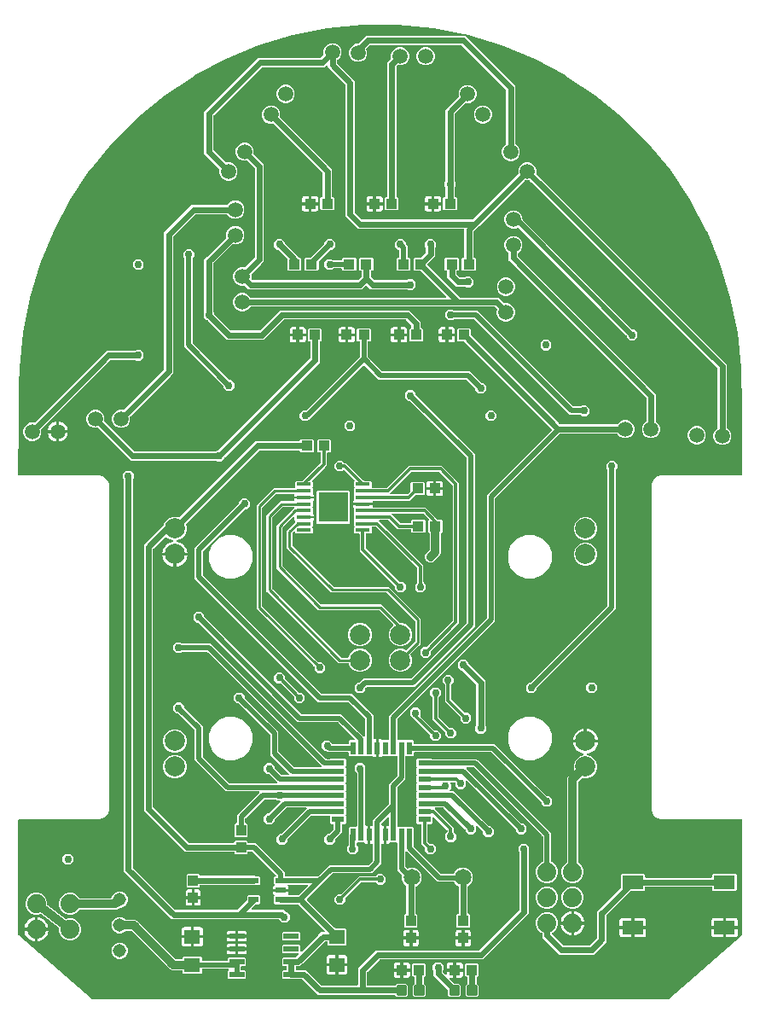
<source format=gbr>
G04 EAGLE Gerber RS-274X export*
G75*
%MOMM*%
%FSLAX34Y34*%
%LPD*%
%INTop Copper*%
%IPPOS*%
%AMOC8*
5,1,8,0,0,1.08239X$1,22.5*%
G01*
%ADD10R,1.000000X1.100000*%
%ADD11R,1.600000X1.400000*%
%ADD12R,1.100000X1.000000*%
%ADD13C,0.300000*%
%ADD14R,1.473200X0.355600*%
%ADD15R,2.997200X2.997200*%
%ADD16C,1.879600*%
%ADD17R,2.100000X1.400000*%
%ADD18R,1.000000X0.550000*%
%ADD19C,1.500000*%
%ADD20R,1.500000X0.550000*%
%ADD21C,1.308000*%
%ADD22C,2.000000*%
%ADD23R,0.558800X1.270000*%
%ADD24R,1.270000X0.558800*%
%ADD25C,1.651000*%
%ADD26C,0.609600*%
%ADD27C,0.508000*%
%ADD28C,0.812800*%
%ADD29C,0.756400*%
%ADD30C,0.304800*%
%ADD31C,0.254000*%

G36*
X1085771Y250679D02*
X1085771Y250679D01*
X1085837Y250680D01*
X1085891Y250699D01*
X1085948Y250708D01*
X1086006Y250739D01*
X1086069Y250761D01*
X1086136Y250808D01*
X1086165Y250824D01*
X1086179Y250838D01*
X1086207Y250857D01*
X1159071Y314614D01*
X1159145Y314704D01*
X1159221Y314792D01*
X1159223Y314798D01*
X1159228Y314803D01*
X1159269Y314912D01*
X1159313Y315020D01*
X1159314Y315028D01*
X1159316Y315033D01*
X1159316Y315053D01*
X1159331Y315187D01*
X1159331Y402214D01*
X1159337Y402241D01*
X1159336Y402260D01*
X1159339Y402293D01*
X1159339Y428578D01*
X1159336Y428598D01*
X1159338Y428617D01*
X1159316Y428719D01*
X1159300Y428821D01*
X1159290Y428838D01*
X1159286Y428858D01*
X1159233Y428947D01*
X1159184Y429038D01*
X1159170Y429052D01*
X1159160Y429069D01*
X1159081Y429136D01*
X1159006Y429208D01*
X1158988Y429216D01*
X1158973Y429229D01*
X1158877Y429268D01*
X1158783Y429311D01*
X1158763Y429313D01*
X1158745Y429321D01*
X1158578Y429339D01*
X1077879Y429339D01*
X1073961Y430962D01*
X1070962Y433961D01*
X1069339Y437879D01*
X1069339Y762121D01*
X1070962Y766039D01*
X1073961Y769038D01*
X1077879Y770661D01*
X1158578Y770661D01*
X1158598Y770664D01*
X1158617Y770662D01*
X1158719Y770684D01*
X1158821Y770700D01*
X1158838Y770710D01*
X1158858Y770714D01*
X1158947Y770767D01*
X1159038Y770816D01*
X1159052Y770830D01*
X1159069Y770840D01*
X1159136Y770919D01*
X1159208Y770994D01*
X1159216Y771012D01*
X1159229Y771027D01*
X1159268Y771123D01*
X1159311Y771217D01*
X1159313Y771237D01*
X1159321Y771255D01*
X1159339Y771422D01*
X1159339Y797043D01*
X1159329Y797108D01*
X1159328Y797174D01*
X1159305Y797254D01*
X1159300Y797286D01*
X1159290Y797303D01*
X1159281Y797335D01*
X1159077Y797827D01*
X1159077Y856348D01*
X1159067Y856413D01*
X1159066Y856479D01*
X1159043Y856559D01*
X1159038Y856591D01*
X1159028Y856608D01*
X1159019Y856640D01*
X1158569Y857726D01*
X1158569Y860000D01*
X1158568Y860007D01*
X1158569Y860019D01*
X1158138Y877575D01*
X1158134Y877596D01*
X1158135Y877631D01*
X1154693Y912576D01*
X1154686Y912601D01*
X1154682Y912650D01*
X1147832Y947089D01*
X1147822Y947113D01*
X1147813Y947161D01*
X1137620Y980763D01*
X1137609Y980786D01*
X1137595Y980833D01*
X1124158Y1013274D01*
X1124144Y1013296D01*
X1124126Y1013341D01*
X1107574Y1044309D01*
X1107558Y1044330D01*
X1107535Y1044373D01*
X1088027Y1073569D01*
X1088009Y1073588D01*
X1087983Y1073629D01*
X1065707Y1100772D01*
X1065687Y1100790D01*
X1065657Y1100827D01*
X1040827Y1125657D01*
X1040806Y1125672D01*
X1040772Y1125707D01*
X1013629Y1147983D01*
X1013606Y1147996D01*
X1013569Y1148027D01*
X984373Y1167535D01*
X984349Y1167546D01*
X984309Y1167574D01*
X953342Y1184126D01*
X953317Y1184134D01*
X953274Y1184158D01*
X920833Y1197595D01*
X920807Y1197601D01*
X920763Y1197620D01*
X887161Y1207813D01*
X887135Y1207817D01*
X887089Y1207832D01*
X885239Y1208200D01*
X885216Y1208200D01*
X885194Y1208207D01*
X885093Y1208205D01*
X884993Y1208208D01*
X884971Y1208201D01*
X884948Y1208201D01*
X884853Y1208166D01*
X884758Y1208137D01*
X884739Y1208124D01*
X884717Y1208116D01*
X884638Y1208053D01*
X884557Y1207996D01*
X884543Y1207977D01*
X884525Y1207963D01*
X884471Y1207878D01*
X884411Y1207797D01*
X884405Y1207775D01*
X884392Y1207756D01*
X884367Y1207658D01*
X884337Y1207563D01*
X884338Y1207539D01*
X884332Y1207517D01*
X884340Y1207417D01*
X884342Y1207317D01*
X884349Y1207295D01*
X884351Y1207272D01*
X884390Y1207180D01*
X884424Y1207085D01*
X884438Y1207067D01*
X884447Y1207046D01*
X884552Y1206915D01*
X934212Y1157255D01*
X934212Y1100172D01*
X934230Y1100057D01*
X934247Y1099941D01*
X934250Y1099935D01*
X934251Y1099929D01*
X934306Y1099826D01*
X934359Y1099721D01*
X934363Y1099717D01*
X934366Y1099712D01*
X934451Y1099631D01*
X934535Y1099549D01*
X934541Y1099546D01*
X934545Y1099542D01*
X934562Y1099534D01*
X934682Y1099468D01*
X934751Y1099440D01*
X937290Y1096901D01*
X938664Y1093584D01*
X938664Y1089994D01*
X937290Y1086677D01*
X934751Y1084138D01*
X931434Y1082764D01*
X927844Y1082764D01*
X924527Y1084138D01*
X921988Y1086677D01*
X920614Y1089994D01*
X920614Y1093584D01*
X921988Y1096901D01*
X924527Y1099440D01*
X924596Y1099468D01*
X924696Y1099530D01*
X924796Y1099590D01*
X924800Y1099595D01*
X924805Y1099598D01*
X924880Y1099688D01*
X924956Y1099777D01*
X924958Y1099783D01*
X924962Y1099787D01*
X925004Y1099896D01*
X925048Y1100005D01*
X925048Y1100012D01*
X925050Y1100017D01*
X925051Y1100035D01*
X925066Y1100172D01*
X925066Y1153152D01*
X925051Y1153242D01*
X925044Y1153333D01*
X925032Y1153363D01*
X925026Y1153395D01*
X924984Y1153475D01*
X924948Y1153559D01*
X924922Y1153591D01*
X924911Y1153612D01*
X924888Y1153634D01*
X924843Y1153690D01*
X880829Y1197704D01*
X880755Y1197757D01*
X880685Y1197817D01*
X880655Y1197829D01*
X880629Y1197848D01*
X880542Y1197875D01*
X880457Y1197909D01*
X880416Y1197913D01*
X880394Y1197920D01*
X880362Y1197919D01*
X880291Y1197927D01*
X789889Y1197927D01*
X789799Y1197913D01*
X789708Y1197905D01*
X789678Y1197893D01*
X789646Y1197888D01*
X789566Y1197845D01*
X789482Y1197809D01*
X789450Y1197783D01*
X789429Y1197772D01*
X789407Y1197749D01*
X789351Y1197704D01*
X786376Y1194729D01*
X786308Y1194635D01*
X786238Y1194541D01*
X786236Y1194535D01*
X786232Y1194530D01*
X786198Y1194418D01*
X786162Y1194307D01*
X786162Y1194300D01*
X786160Y1194294D01*
X786163Y1194178D01*
X786164Y1194061D01*
X786166Y1194054D01*
X786166Y1194049D01*
X786173Y1194031D01*
X786211Y1193900D01*
X786972Y1192062D01*
X786972Y1188472D01*
X785598Y1185155D01*
X783059Y1182616D01*
X779742Y1181243D01*
X776152Y1181243D01*
X772835Y1182616D01*
X770296Y1185155D01*
X768922Y1188472D01*
X768922Y1192062D01*
X770296Y1195379D01*
X772835Y1197918D01*
X776152Y1199292D01*
X777690Y1199292D01*
X777780Y1199307D01*
X777871Y1199314D01*
X777900Y1199327D01*
X777932Y1199332D01*
X778013Y1199374D01*
X778097Y1199410D01*
X778129Y1199436D01*
X778150Y1199447D01*
X778172Y1199470D01*
X778228Y1199515D01*
X785786Y1207073D01*
X883175Y1207073D01*
X883223Y1207081D01*
X883272Y1207079D01*
X883344Y1207100D01*
X883417Y1207112D01*
X883461Y1207135D01*
X883508Y1207149D01*
X883569Y1207193D01*
X883635Y1207228D01*
X883669Y1207263D01*
X883709Y1207291D01*
X883753Y1207352D01*
X883804Y1207406D01*
X883825Y1207450D01*
X883854Y1207490D01*
X883876Y1207561D01*
X883908Y1207629D01*
X883913Y1207678D01*
X883928Y1207724D01*
X883927Y1207799D01*
X883935Y1207873D01*
X883925Y1207921D01*
X883924Y1207970D01*
X883899Y1208041D01*
X883883Y1208114D01*
X883858Y1208156D01*
X883841Y1208202D01*
X883795Y1208261D01*
X883757Y1208325D01*
X883719Y1208357D01*
X883689Y1208395D01*
X883626Y1208436D01*
X883570Y1208485D01*
X883524Y1208503D01*
X883483Y1208530D01*
X883364Y1208568D01*
X883341Y1208577D01*
X883332Y1208578D01*
X883323Y1208581D01*
X852650Y1214682D01*
X852624Y1214683D01*
X852576Y1214693D01*
X817631Y1218135D01*
X817605Y1218133D01*
X817557Y1218138D01*
X782443Y1218138D01*
X782417Y1218134D01*
X782369Y1218135D01*
X747424Y1214693D01*
X747399Y1214686D01*
X747350Y1214682D01*
X712911Y1207832D01*
X712887Y1207822D01*
X712839Y1207813D01*
X679237Y1197620D01*
X679214Y1197609D01*
X679167Y1197595D01*
X646726Y1184158D01*
X646704Y1184144D01*
X646659Y1184126D01*
X615691Y1167574D01*
X615670Y1167558D01*
X615627Y1167535D01*
X586431Y1148027D01*
X586412Y1148009D01*
X586371Y1147983D01*
X559228Y1125707D01*
X559210Y1125687D01*
X559173Y1125657D01*
X534343Y1100827D01*
X534328Y1100806D01*
X534293Y1100772D01*
X512017Y1073629D01*
X512004Y1073606D01*
X511973Y1073569D01*
X492465Y1044373D01*
X492454Y1044349D01*
X492426Y1044309D01*
X475874Y1013341D01*
X475866Y1013317D01*
X475842Y1013274D01*
X462405Y980833D01*
X462399Y980808D01*
X462379Y980763D01*
X452187Y947161D01*
X452183Y947135D01*
X452168Y947089D01*
X445318Y912650D01*
X445317Y912624D01*
X445307Y912576D01*
X441865Y877631D01*
X441867Y877611D01*
X441862Y877576D01*
X441431Y860019D01*
X441432Y860011D01*
X441431Y860000D01*
X441431Y857726D01*
X440981Y856640D01*
X440966Y856576D01*
X440941Y856515D01*
X440932Y856432D01*
X440925Y856400D01*
X440926Y856381D01*
X440923Y856348D01*
X440923Y797827D01*
X440719Y797335D01*
X440704Y797271D01*
X440679Y797210D01*
X440670Y797127D01*
X440663Y797095D01*
X440664Y797076D01*
X440661Y797043D01*
X440661Y771422D01*
X440664Y771402D01*
X440662Y771383D01*
X440684Y771281D01*
X440700Y771179D01*
X440710Y771162D01*
X440714Y771142D01*
X440767Y771053D01*
X440816Y770962D01*
X440830Y770948D01*
X440840Y770931D01*
X440919Y770864D01*
X440994Y770792D01*
X441012Y770784D01*
X441027Y770771D01*
X441123Y770732D01*
X441217Y770689D01*
X441237Y770687D01*
X441255Y770679D01*
X441422Y770661D01*
X522121Y770661D01*
X526039Y769038D01*
X529038Y766039D01*
X530661Y762121D01*
X530661Y437879D01*
X529038Y433961D01*
X526039Y430962D01*
X522121Y429339D01*
X441422Y429339D01*
X441402Y429336D01*
X441383Y429338D01*
X441281Y429316D01*
X441179Y429300D01*
X441162Y429290D01*
X441142Y429286D01*
X441053Y429233D01*
X440962Y429184D01*
X440948Y429170D01*
X440931Y429160D01*
X440864Y429081D01*
X440792Y429006D01*
X440784Y428988D01*
X440771Y428973D01*
X440732Y428877D01*
X440689Y428783D01*
X440687Y428763D01*
X440679Y428745D01*
X440661Y428578D01*
X440661Y402293D01*
X440669Y402244D01*
X440669Y315187D01*
X440688Y315071D01*
X440704Y314957D01*
X440707Y314951D01*
X440708Y314944D01*
X440763Y314842D01*
X440815Y314737D01*
X440821Y314731D01*
X440824Y314726D01*
X440838Y314713D01*
X440929Y314614D01*
X513793Y250857D01*
X513849Y250822D01*
X513900Y250779D01*
X513953Y250758D01*
X514002Y250727D01*
X514067Y250712D01*
X514128Y250687D01*
X514209Y250678D01*
X514242Y250671D01*
X514261Y250672D01*
X514295Y250669D01*
X1085705Y250669D01*
X1085771Y250679D01*
G37*
%LPC*%
G36*
X816477Y253475D02*
X816477Y253475D01*
X814748Y255204D01*
X814674Y255257D01*
X814605Y255317D01*
X814575Y255329D01*
X814548Y255348D01*
X814461Y255375D01*
X814377Y255409D01*
X814336Y255413D01*
X814313Y255420D01*
X814281Y255419D01*
X814210Y255427D01*
X738106Y255427D01*
X722779Y270754D01*
X722705Y270807D01*
X722635Y270867D01*
X722605Y270879D01*
X722579Y270898D01*
X722492Y270925D01*
X722407Y270959D01*
X722366Y270963D01*
X722344Y270970D01*
X722312Y270969D01*
X722241Y270977D01*
X709806Y270977D01*
X709731Y271052D01*
X709657Y271105D01*
X709587Y271165D01*
X709557Y271177D01*
X709531Y271196D01*
X709444Y271223D01*
X709359Y271257D01*
X709318Y271261D01*
X709296Y271268D01*
X709264Y271267D01*
X709193Y271275D01*
X703568Y271275D01*
X702675Y272168D01*
X702675Y278932D01*
X703568Y279825D01*
X706366Y279825D01*
X706386Y279828D01*
X706405Y279826D01*
X706507Y279848D01*
X706609Y279864D01*
X706626Y279874D01*
X706646Y279878D01*
X706735Y279931D01*
X706826Y279980D01*
X706840Y279994D01*
X706857Y280004D01*
X706924Y280083D01*
X706996Y280158D01*
X707004Y280176D01*
X707017Y280191D01*
X707056Y280287D01*
X707099Y280381D01*
X707101Y280401D01*
X707109Y280419D01*
X707127Y280586D01*
X707127Y283214D01*
X707124Y283234D01*
X707126Y283253D01*
X707104Y283355D01*
X707088Y283457D01*
X707078Y283474D01*
X707074Y283494D01*
X707021Y283583D01*
X706972Y283674D01*
X706958Y283688D01*
X706948Y283705D01*
X706869Y283772D01*
X706794Y283844D01*
X706776Y283852D01*
X706761Y283865D01*
X706665Y283904D01*
X706571Y283947D01*
X706551Y283949D01*
X706533Y283957D01*
X706366Y283975D01*
X703568Y283975D01*
X702675Y284868D01*
X702675Y291632D01*
X703568Y292525D01*
X709193Y292525D01*
X709283Y292539D01*
X709374Y292547D01*
X709403Y292559D01*
X709435Y292564D01*
X709516Y292607D01*
X709600Y292643D01*
X709632Y292669D01*
X709653Y292680D01*
X709664Y292692D01*
X709665Y292692D01*
X709678Y292705D01*
X709731Y292748D01*
X709806Y292823D01*
X716041Y292823D01*
X716131Y292837D01*
X716222Y292845D01*
X716251Y292857D01*
X716283Y292862D01*
X716364Y292905D01*
X716448Y292941D01*
X716480Y292967D01*
X716501Y292978D01*
X716523Y293001D01*
X716579Y293046D01*
X718909Y295376D01*
X718951Y295434D01*
X719000Y295486D01*
X719022Y295533D01*
X719052Y295575D01*
X719074Y295644D01*
X719104Y295709D01*
X719110Y295761D01*
X719125Y295811D01*
X719123Y295882D01*
X719131Y295953D01*
X719120Y296004D01*
X719118Y296056D01*
X719094Y296124D01*
X719079Y296194D01*
X719052Y296238D01*
X719034Y296287D01*
X718989Y296343D01*
X718952Y296405D01*
X718913Y296439D01*
X718880Y296479D01*
X718820Y296518D01*
X718766Y296565D01*
X718717Y296584D01*
X718673Y296612D01*
X718604Y296630D01*
X718537Y296657D01*
X718466Y296665D01*
X718435Y296673D01*
X718412Y296671D01*
X718371Y296675D01*
X703568Y296675D01*
X702675Y297568D01*
X702675Y304332D01*
X703568Y305225D01*
X719832Y305225D01*
X720725Y304332D01*
X720725Y299029D01*
X720736Y298959D01*
X720738Y298887D01*
X720756Y298838D01*
X720764Y298787D01*
X720798Y298723D01*
X720823Y298656D01*
X720855Y298615D01*
X720880Y298569D01*
X720931Y298520D01*
X720976Y298464D01*
X721020Y298436D01*
X721058Y298400D01*
X721123Y298370D01*
X721183Y298331D01*
X721234Y298318D01*
X721281Y298296D01*
X721352Y298288D01*
X721422Y298271D01*
X721474Y298275D01*
X721525Y298269D01*
X721596Y298284D01*
X721667Y298290D01*
X721715Y298310D01*
X721766Y298321D01*
X721827Y298358D01*
X721893Y298386D01*
X721949Y298431D01*
X721977Y298448D01*
X721992Y298465D01*
X722024Y298491D01*
X738404Y314871D01*
X741306Y317773D01*
X744223Y317773D01*
X744293Y317784D01*
X744365Y317786D01*
X744414Y317804D01*
X744465Y317812D01*
X744529Y317846D01*
X744596Y317871D01*
X744637Y317903D01*
X744683Y317928D01*
X744732Y317979D01*
X744788Y318024D01*
X744816Y318068D01*
X744852Y318106D01*
X744882Y318171D01*
X744921Y318231D01*
X744934Y318282D01*
X744956Y318329D01*
X744964Y318400D01*
X744981Y318470D01*
X744977Y318522D01*
X744983Y318573D01*
X744968Y318644D01*
X744962Y318715D01*
X744942Y318763D01*
X744931Y318814D01*
X744894Y318875D01*
X744866Y318941D01*
X744821Y318997D01*
X744804Y319025D01*
X744787Y319040D01*
X744761Y319072D01*
X718929Y344904D01*
X718855Y344957D01*
X718785Y345017D01*
X718755Y345029D01*
X718729Y345048D01*
X718642Y345075D01*
X718557Y345109D01*
X718516Y345113D01*
X718494Y345120D01*
X718462Y345119D01*
X718391Y345127D01*
X699506Y345127D01*
X699431Y345202D01*
X699357Y345255D01*
X699287Y345315D01*
X699257Y345327D01*
X699231Y345346D01*
X699144Y345373D01*
X699059Y345407D01*
X699018Y345411D01*
X698996Y345418D01*
X698964Y345417D01*
X698893Y345425D01*
X695768Y345425D01*
X694875Y346318D01*
X694875Y353082D01*
X695007Y353214D01*
X695076Y353309D01*
X695147Y353406D01*
X695149Y353410D01*
X695151Y353413D01*
X695186Y353527D01*
X695222Y353640D01*
X695222Y353645D01*
X695223Y353648D01*
X695220Y353767D01*
X695218Y353886D01*
X695217Y353890D01*
X695217Y353894D01*
X695176Y354005D01*
X695137Y354118D01*
X695134Y354121D01*
X695133Y354125D01*
X695058Y354218D01*
X694985Y354312D01*
X694981Y354315D01*
X694979Y354317D01*
X694967Y354325D01*
X694850Y354411D01*
X694840Y354417D01*
X694367Y354890D01*
X694032Y355469D01*
X693859Y356116D01*
X693859Y357826D01*
X700787Y357826D01*
X700806Y357829D01*
X700826Y357827D01*
X700928Y357849D01*
X701030Y357865D01*
X701047Y357875D01*
X701067Y357879D01*
X701156Y357932D01*
X701247Y357981D01*
X701261Y357995D01*
X701278Y358005D01*
X701345Y358084D01*
X701399Y358141D01*
X701407Y358127D01*
X701421Y358113D01*
X701431Y358096D01*
X701510Y358029D01*
X701585Y357957D01*
X701603Y357949D01*
X701618Y357936D01*
X701715Y357897D01*
X701808Y357854D01*
X701828Y357852D01*
X701846Y357844D01*
X702013Y357826D01*
X708941Y357826D01*
X708941Y356116D01*
X708768Y355469D01*
X708736Y355415D01*
X708702Y355325D01*
X708662Y355239D01*
X708659Y355211D01*
X708649Y355185D01*
X708646Y355089D01*
X708635Y354995D01*
X708641Y354967D01*
X708640Y354939D01*
X708667Y354847D01*
X708687Y354754D01*
X708702Y354730D01*
X708710Y354703D01*
X708764Y354625D01*
X708813Y354543D01*
X708835Y354525D01*
X708851Y354502D01*
X708928Y354445D01*
X709000Y354383D01*
X709027Y354373D01*
X709049Y354356D01*
X709140Y354327D01*
X709229Y354291D01*
X709264Y354287D01*
X709283Y354281D01*
X709316Y354281D01*
X709395Y354273D01*
X719109Y354273D01*
X719199Y354287D01*
X719290Y354295D01*
X719320Y354307D01*
X719352Y354312D01*
X719432Y354355D01*
X719516Y354391D01*
X719548Y354417D01*
X719569Y354428D01*
X719591Y354451D01*
X719647Y354496D01*
X728487Y363336D01*
X728529Y363394D01*
X728579Y363446D01*
X728601Y363493D01*
X728631Y363535D01*
X728652Y363604D01*
X728682Y363669D01*
X728688Y363721D01*
X728703Y363771D01*
X728701Y363842D01*
X728709Y363913D01*
X728698Y363964D01*
X728697Y364016D01*
X728672Y364084D01*
X728657Y364154D01*
X728630Y364199D01*
X728612Y364247D01*
X728568Y364303D01*
X728531Y364365D01*
X728491Y364399D01*
X728459Y364439D01*
X728398Y364478D01*
X728344Y364525D01*
X728296Y364544D01*
X728252Y364572D01*
X728182Y364590D01*
X728116Y364617D01*
X728044Y364625D01*
X728013Y364633D01*
X727990Y364631D01*
X727949Y364635D01*
X709102Y364635D01*
X709008Y364620D01*
X708913Y364611D01*
X708887Y364600D01*
X708859Y364596D01*
X708775Y364551D01*
X708688Y364513D01*
X708667Y364494D01*
X708642Y364480D01*
X708576Y364411D01*
X708506Y364347D01*
X708492Y364323D01*
X708472Y364302D01*
X708432Y364216D01*
X708386Y364132D01*
X708381Y364105D01*
X708369Y364079D01*
X708358Y363984D01*
X708341Y363891D01*
X708345Y363863D01*
X708342Y363835D01*
X708362Y363741D01*
X708375Y363647D01*
X708390Y363615D01*
X708394Y363594D01*
X708411Y363566D01*
X708443Y363493D01*
X708768Y362931D01*
X708941Y362284D01*
X708941Y360574D01*
X702013Y360574D01*
X701994Y360571D01*
X701974Y360573D01*
X701872Y360551D01*
X701770Y360535D01*
X701753Y360525D01*
X701733Y360521D01*
X701644Y360468D01*
X701553Y360419D01*
X701539Y360405D01*
X701522Y360395D01*
X701455Y360316D01*
X701401Y360259D01*
X701393Y360273D01*
X701379Y360287D01*
X701369Y360304D01*
X701290Y360371D01*
X701215Y360443D01*
X701197Y360451D01*
X701182Y360464D01*
X701085Y360503D01*
X700992Y360546D01*
X700972Y360548D01*
X700954Y360556D01*
X700787Y360574D01*
X693859Y360574D01*
X693859Y362284D01*
X694032Y362931D01*
X694367Y363510D01*
X694840Y363983D01*
X694850Y363989D01*
X694941Y364064D01*
X695035Y364138D01*
X695037Y364142D01*
X695040Y364145D01*
X695103Y364244D01*
X695168Y364345D01*
X695169Y364349D01*
X695171Y364353D01*
X695199Y364468D01*
X695228Y364584D01*
X695227Y364588D01*
X695228Y364592D01*
X695218Y364711D01*
X695209Y364829D01*
X695207Y364833D01*
X695207Y364837D01*
X695159Y364945D01*
X695112Y365055D01*
X695109Y365059D01*
X695108Y365062D01*
X695099Y365072D01*
X695007Y365186D01*
X694875Y365318D01*
X694875Y372082D01*
X695768Y372975D01*
X695939Y372975D01*
X696010Y372986D01*
X696082Y372988D01*
X696130Y373006D01*
X696182Y373014D01*
X696245Y373048D01*
X696313Y373073D01*
X696353Y373105D01*
X696399Y373130D01*
X696449Y373182D01*
X696505Y373226D01*
X696533Y373270D01*
X696569Y373308D01*
X696599Y373373D01*
X696638Y373433D01*
X696650Y373484D01*
X696672Y373531D01*
X696680Y373602D01*
X696698Y373672D01*
X696694Y373724D01*
X696699Y373775D01*
X696684Y373846D01*
X696678Y373917D01*
X696658Y373965D01*
X696647Y374016D01*
X696610Y374077D01*
X696582Y374143D01*
X696537Y374199D01*
X696521Y374227D01*
X696503Y374242D01*
X696477Y374274D01*
X673239Y397512D01*
X673165Y397565D01*
X673096Y397625D01*
X673066Y397637D01*
X673040Y397656D01*
X672953Y397683D01*
X672868Y397717D01*
X672827Y397721D01*
X672804Y397728D01*
X672772Y397727D01*
X672701Y397735D01*
X669286Y397735D01*
X669266Y397732D01*
X669247Y397734D01*
X669145Y397712D01*
X669043Y397696D01*
X669026Y397686D01*
X669006Y397682D01*
X668917Y397629D01*
X668826Y397580D01*
X668812Y397566D01*
X668795Y397556D01*
X668728Y397477D01*
X668656Y397402D01*
X668648Y397384D01*
X668635Y397369D01*
X668596Y397273D01*
X668553Y397179D01*
X668551Y397159D01*
X668543Y397141D01*
X668525Y396974D01*
X668525Y395668D01*
X667632Y394775D01*
X656368Y394775D01*
X655475Y395668D01*
X655475Y396466D01*
X655472Y396486D01*
X655474Y396505D01*
X655452Y396607D01*
X655436Y396709D01*
X655426Y396726D01*
X655422Y396746D01*
X655369Y396835D01*
X655320Y396926D01*
X655306Y396940D01*
X655296Y396957D01*
X655217Y397024D01*
X655142Y397096D01*
X655124Y397104D01*
X655109Y397117D01*
X655013Y397156D01*
X654919Y397199D01*
X654899Y397201D01*
X654881Y397209D01*
X654714Y397227D01*
X606306Y397227D01*
X565427Y438106D01*
X565427Y701894D01*
X585184Y721650D01*
X585222Y721704D01*
X585268Y721750D01*
X585308Y721824D01*
X585327Y721850D01*
X585333Y721869D01*
X585349Y721897D01*
X586480Y724628D01*
X589722Y727870D01*
X593958Y729625D01*
X598542Y729625D01*
X600028Y729009D01*
X600142Y728983D01*
X600255Y728954D01*
X600261Y728955D01*
X600267Y728953D01*
X600384Y728964D01*
X600500Y728973D01*
X600506Y728976D01*
X600512Y728976D01*
X600619Y729024D01*
X600727Y729070D01*
X600732Y729074D01*
X600737Y729076D01*
X600751Y729089D01*
X600858Y729174D01*
X673654Y801971D01*
X676556Y804873D01*
X719514Y804873D01*
X719534Y804876D01*
X719553Y804874D01*
X719655Y804896D01*
X719757Y804912D01*
X719774Y804922D01*
X719794Y804926D01*
X719883Y804979D01*
X719974Y805028D01*
X719988Y805042D01*
X720005Y805052D01*
X720072Y805131D01*
X720144Y805206D01*
X720152Y805224D01*
X720165Y805239D01*
X720204Y805335D01*
X720247Y805429D01*
X720249Y805449D01*
X720257Y805467D01*
X720275Y805634D01*
X720275Y805932D01*
X721168Y806825D01*
X733432Y806825D01*
X734325Y805932D01*
X734325Y794668D01*
X733432Y793775D01*
X721168Y793775D01*
X720275Y794668D01*
X720275Y794966D01*
X720272Y794984D01*
X720274Y795002D01*
X720274Y795003D01*
X720274Y795005D01*
X720252Y795107D01*
X720236Y795209D01*
X720226Y795226D01*
X720222Y795246D01*
X720169Y795335D01*
X720120Y795426D01*
X720106Y795440D01*
X720096Y795457D01*
X720017Y795524D01*
X719942Y795596D01*
X719924Y795604D01*
X719909Y795617D01*
X719813Y795656D01*
X719719Y795699D01*
X719699Y795701D01*
X719681Y795709D01*
X719514Y795727D01*
X680659Y795727D01*
X680569Y795713D01*
X680478Y795705D01*
X680449Y795693D01*
X680417Y795688D01*
X680336Y795645D01*
X680252Y795609D01*
X680220Y795583D01*
X680199Y795572D01*
X680196Y795569D01*
X680176Y795548D01*
X680121Y795504D01*
X607324Y722708D01*
X607256Y722613D01*
X607186Y722519D01*
X607184Y722513D01*
X607181Y722508D01*
X607147Y722396D01*
X607110Y722285D01*
X607110Y722279D01*
X607108Y722273D01*
X607112Y722156D01*
X607113Y722039D01*
X607115Y722032D01*
X607115Y722027D01*
X607121Y722009D01*
X607159Y721878D01*
X607775Y720392D01*
X607775Y715808D01*
X606020Y711572D01*
X602778Y708330D01*
X598542Y706575D01*
X598484Y706575D01*
X598421Y706565D01*
X598357Y706565D01*
X598300Y706545D01*
X598241Y706536D01*
X598185Y706506D01*
X598124Y706485D01*
X598076Y706448D01*
X598023Y706420D01*
X597980Y706374D01*
X597929Y706335D01*
X597895Y706286D01*
X597854Y706242D01*
X597827Y706184D01*
X597792Y706131D01*
X597776Y706073D01*
X597750Y706019D01*
X597743Y705956D01*
X597727Y705894D01*
X597730Y705834D01*
X597723Y705775D01*
X597737Y705712D01*
X597741Y705648D01*
X597763Y705593D01*
X597776Y705534D01*
X597808Y705479D01*
X597832Y705420D01*
X597871Y705375D01*
X597902Y705323D01*
X597950Y705282D01*
X597992Y705233D01*
X598043Y705202D01*
X598089Y705163D01*
X598148Y705139D01*
X598203Y705106D01*
X598286Y705084D01*
X598317Y705071D01*
X598341Y705069D01*
X598365Y705062D01*
X599187Y704932D01*
X601064Y704322D01*
X602823Y703426D01*
X604420Y702266D01*
X605816Y700870D01*
X606976Y699273D01*
X607872Y697514D01*
X608482Y695637D01*
X608706Y694223D01*
X597012Y694223D01*
X596992Y694220D01*
X596973Y694222D01*
X596871Y694200D01*
X596769Y694183D01*
X596752Y694174D01*
X596732Y694170D01*
X596643Y694117D01*
X596552Y694068D01*
X596538Y694054D01*
X596521Y694044D01*
X596454Y693965D01*
X596383Y693890D01*
X596374Y693872D01*
X596361Y693857D01*
X596323Y693761D01*
X596279Y693667D01*
X596277Y693647D01*
X596269Y693629D01*
X596251Y693462D01*
X596251Y692699D01*
X596249Y692699D01*
X596249Y693462D01*
X596246Y693482D01*
X596248Y693501D01*
X596226Y693603D01*
X596209Y693705D01*
X596200Y693722D01*
X596196Y693742D01*
X596143Y693831D01*
X596094Y693922D01*
X596080Y693936D01*
X596070Y693953D01*
X595991Y694020D01*
X595916Y694091D01*
X595898Y694100D01*
X595883Y694113D01*
X595787Y694152D01*
X595693Y694195D01*
X595673Y694197D01*
X595655Y694205D01*
X595488Y694223D01*
X583794Y694223D01*
X584018Y695637D01*
X584628Y697514D01*
X585524Y699273D01*
X586684Y700870D01*
X588080Y702266D01*
X589677Y703426D01*
X591436Y704322D01*
X593313Y704932D01*
X594135Y705062D01*
X594196Y705082D01*
X594259Y705093D01*
X594312Y705121D01*
X594369Y705139D01*
X594420Y705178D01*
X594477Y705208D01*
X594518Y705251D01*
X594566Y705287D01*
X594602Y705340D01*
X594646Y705386D01*
X594671Y705440D01*
X594705Y705490D01*
X594723Y705551D01*
X594750Y705609D01*
X594756Y705669D01*
X594773Y705726D01*
X594770Y705790D01*
X594777Y705853D01*
X594764Y705912D01*
X594761Y705972D01*
X594738Y706031D01*
X594724Y706094D01*
X594694Y706145D01*
X594672Y706201D01*
X594631Y706250D01*
X594598Y706305D01*
X594553Y706344D01*
X594514Y706390D01*
X594460Y706423D01*
X594411Y706465D01*
X594356Y706487D01*
X594305Y706519D01*
X594242Y706533D01*
X594183Y706557D01*
X594097Y706566D01*
X594065Y706574D01*
X594041Y706573D01*
X594016Y706575D01*
X593958Y706575D01*
X589722Y708330D01*
X587797Y710254D01*
X587781Y710266D01*
X587769Y710281D01*
X587699Y710326D01*
X587667Y710353D01*
X587649Y710361D01*
X587598Y710398D01*
X587579Y710403D01*
X587562Y710414D01*
X587461Y710440D01*
X587363Y710470D01*
X587343Y710469D01*
X587323Y710474D01*
X587220Y710466D01*
X587117Y710464D01*
X587098Y710457D01*
X587078Y710455D01*
X587006Y710424D01*
X587003Y710424D01*
X586996Y710420D01*
X586983Y710415D01*
X586886Y710379D01*
X586870Y710367D01*
X586852Y710359D01*
X586797Y710315D01*
X586786Y710309D01*
X586774Y710297D01*
X586721Y710254D01*
X574796Y698329D01*
X574743Y698255D01*
X574683Y698185D01*
X574671Y698155D01*
X574652Y698129D01*
X574625Y698042D01*
X574591Y697957D01*
X574587Y697916D01*
X574580Y697894D01*
X574581Y697862D01*
X574573Y697791D01*
X574573Y442209D01*
X574587Y442119D01*
X574595Y442028D01*
X574607Y441999D01*
X574612Y441967D01*
X574655Y441886D01*
X574691Y441802D01*
X574717Y441770D01*
X574728Y441749D01*
X574751Y441727D01*
X574796Y441671D01*
X609871Y406596D01*
X609945Y406543D01*
X610015Y406483D01*
X610045Y406471D01*
X610071Y406452D01*
X610158Y406425D01*
X610243Y406391D01*
X610284Y406387D01*
X610306Y406380D01*
X610338Y406381D01*
X610409Y406373D01*
X654714Y406373D01*
X654734Y406376D01*
X654753Y406374D01*
X654855Y406396D01*
X654957Y406412D01*
X654974Y406422D01*
X654994Y406426D01*
X655083Y406479D01*
X655174Y406528D01*
X655188Y406542D01*
X655205Y406552D01*
X655272Y406631D01*
X655344Y406706D01*
X655352Y406724D01*
X655365Y406739D01*
X655404Y406835D01*
X655447Y406929D01*
X655449Y406949D01*
X655457Y406967D01*
X655475Y407134D01*
X655475Y407932D01*
X656368Y408825D01*
X667632Y408825D01*
X668525Y407932D01*
X668525Y406626D01*
X668528Y406606D01*
X668526Y406587D01*
X668548Y406485D01*
X668564Y406383D01*
X668574Y406366D01*
X668578Y406346D01*
X668631Y406257D01*
X668680Y406166D01*
X668694Y406152D01*
X668704Y406135D01*
X668783Y406068D01*
X668858Y405996D01*
X668876Y405988D01*
X668891Y405975D01*
X668987Y405936D01*
X669081Y405893D01*
X669101Y405891D01*
X669119Y405883D01*
X669286Y405865D01*
X676384Y405865D01*
X705465Y376784D01*
X705465Y373736D01*
X705468Y373716D01*
X705466Y373697D01*
X705488Y373595D01*
X705504Y373493D01*
X705514Y373476D01*
X705518Y373456D01*
X705571Y373367D01*
X705620Y373276D01*
X705634Y373262D01*
X705644Y373245D01*
X705723Y373178D01*
X705798Y373106D01*
X705816Y373098D01*
X705831Y373085D01*
X705927Y373046D01*
X706021Y373003D01*
X706041Y373001D01*
X706059Y372993D01*
X706226Y372975D01*
X707037Y372975D01*
X707093Y372935D01*
X707162Y372875D01*
X707192Y372863D01*
X707218Y372844D01*
X707305Y372817D01*
X707390Y372783D01*
X707431Y372779D01*
X707453Y372772D01*
X707486Y372773D01*
X707557Y372765D01*
X737601Y372765D01*
X737691Y372779D01*
X737782Y372787D01*
X737812Y372799D01*
X737844Y372804D01*
X737924Y372847D01*
X738008Y372883D01*
X738040Y372909D01*
X738061Y372920D01*
X738083Y372943D01*
X738139Y372988D01*
X749216Y384065D01*
X788001Y384065D01*
X788091Y384079D01*
X788182Y384087D01*
X788212Y384099D01*
X788244Y384104D01*
X788324Y384147D01*
X788408Y384183D01*
X788440Y384209D01*
X788461Y384220D01*
X788483Y384243D01*
X788539Y384288D01*
X792812Y388561D01*
X792865Y388635D01*
X792925Y388704D01*
X792937Y388734D01*
X792956Y388760D01*
X792983Y388847D01*
X793017Y388932D01*
X793021Y388973D01*
X793028Y388996D01*
X793027Y389028D01*
X793035Y389099D01*
X793035Y404722D01*
X793032Y404742D01*
X793034Y404761D01*
X793012Y404863D01*
X792996Y404965D01*
X792986Y404982D01*
X792982Y405002D01*
X792929Y405091D01*
X792880Y405182D01*
X792866Y405196D01*
X792856Y405213D01*
X792777Y405280D01*
X792702Y405352D01*
X792684Y405360D01*
X792669Y405373D01*
X792573Y405412D01*
X792479Y405455D01*
X792459Y405457D01*
X792441Y405465D01*
X792274Y405483D01*
X790496Y405483D01*
X790496Y413739D01*
X790493Y413758D01*
X790495Y413778D01*
X790473Y413880D01*
X790457Y413982D01*
X790447Y413999D01*
X790443Y414019D01*
X790390Y414108D01*
X790341Y414199D01*
X790327Y414213D01*
X790317Y414230D01*
X790238Y414297D01*
X790163Y414368D01*
X790145Y414376D01*
X790195Y414403D01*
X790209Y414417D01*
X790226Y414427D01*
X790293Y414506D01*
X790365Y414581D01*
X790373Y414599D01*
X790386Y414614D01*
X790425Y414711D01*
X790468Y414804D01*
X790470Y414824D01*
X790478Y414842D01*
X790496Y415009D01*
X790496Y423265D01*
X792274Y423265D01*
X792294Y423268D01*
X792313Y423266D01*
X792415Y423288D01*
X792517Y423304D01*
X792534Y423314D01*
X792554Y423318D01*
X792643Y423371D01*
X792734Y423420D01*
X792748Y423434D01*
X792765Y423444D01*
X792832Y423523D01*
X792904Y423598D01*
X792912Y423616D01*
X792925Y423631D01*
X792964Y423727D01*
X793007Y423821D01*
X793009Y423841D01*
X793017Y423859D01*
X793035Y424026D01*
X793035Y428784D01*
X808812Y444561D01*
X808865Y444635D01*
X808925Y444704D01*
X808937Y444734D01*
X808956Y444760D01*
X808983Y444847D01*
X809017Y444932D01*
X809021Y444973D01*
X809028Y444996D01*
X809027Y445028D01*
X809035Y445099D01*
X809035Y464784D01*
X816812Y472561D01*
X816865Y472635D01*
X816925Y472704D01*
X816937Y472734D01*
X816956Y472760D01*
X816983Y472847D01*
X817017Y472932D01*
X817021Y472973D01*
X817028Y472996D01*
X817027Y473028D01*
X817035Y473099D01*
X817035Y491590D01*
X817032Y491610D01*
X817034Y491629D01*
X817012Y491731D01*
X816996Y491833D01*
X816986Y491850D01*
X816982Y491870D01*
X816929Y491959D01*
X816880Y492050D01*
X816866Y492064D01*
X816856Y492081D01*
X816777Y492148D01*
X816702Y492220D01*
X816684Y492228D01*
X816669Y492241D01*
X816573Y492280D01*
X816479Y492323D01*
X816459Y492325D01*
X816441Y492333D01*
X816274Y492351D01*
X809674Y492351D01*
X809638Y492387D01*
X809622Y492399D01*
X809610Y492415D01*
X809523Y492471D01*
X809439Y492531D01*
X809420Y492537D01*
X809403Y492548D01*
X809302Y492573D01*
X809204Y492603D01*
X809184Y492603D01*
X809164Y492608D01*
X809061Y492600D01*
X808958Y492597D01*
X808939Y492590D01*
X808919Y492589D01*
X808824Y492548D01*
X808727Y492513D01*
X808711Y492500D01*
X808693Y492492D01*
X808562Y492387D01*
X808526Y492351D01*
X802278Y492351D01*
X802188Y492337D01*
X802097Y492329D01*
X802067Y492317D01*
X802035Y492312D01*
X801954Y492269D01*
X801870Y492233D01*
X801838Y492207D01*
X801818Y492196D01*
X801795Y492173D01*
X801739Y492128D01*
X801454Y491843D01*
X800875Y491508D01*
X800228Y491335D01*
X798496Y491335D01*
X798496Y499591D01*
X798493Y499610D01*
X798495Y499630D01*
X798473Y499732D01*
X798457Y499834D01*
X798447Y499851D01*
X798443Y499871D01*
X798390Y499960D01*
X798341Y500051D01*
X798327Y500065D01*
X798317Y500082D01*
X798238Y500149D01*
X798163Y500220D01*
X798145Y500228D01*
X798195Y500255D01*
X798209Y500269D01*
X798226Y500279D01*
X798293Y500358D01*
X798365Y500433D01*
X798373Y500451D01*
X798386Y500466D01*
X798425Y500563D01*
X798468Y500656D01*
X798470Y500676D01*
X798478Y500694D01*
X798496Y500861D01*
X798496Y509117D01*
X800228Y509117D01*
X800875Y508944D01*
X801454Y508609D01*
X801739Y508324D01*
X801813Y508271D01*
X801883Y508211D01*
X801913Y508199D01*
X801939Y508180D01*
X802026Y508153D01*
X802111Y508119D01*
X802152Y508115D01*
X802174Y508108D01*
X802206Y508109D01*
X802278Y508101D01*
X808274Y508101D01*
X808294Y508104D01*
X808313Y508102D01*
X808415Y508124D01*
X808517Y508140D01*
X808534Y508150D01*
X808554Y508154D01*
X808643Y508207D01*
X808734Y508256D01*
X808748Y508270D01*
X808765Y508280D01*
X808832Y508359D01*
X808904Y508434D01*
X808912Y508452D01*
X808925Y508467D01*
X808964Y508563D01*
X809007Y508657D01*
X809009Y508677D01*
X809017Y508695D01*
X809035Y508862D01*
X809035Y532284D01*
X905712Y628961D01*
X905765Y629035D01*
X905825Y629104D01*
X905837Y629134D01*
X905856Y629160D01*
X905883Y629247D01*
X905917Y629332D01*
X905921Y629373D01*
X905928Y629396D01*
X905927Y629428D01*
X905935Y629499D01*
X905935Y751684D01*
X970154Y815903D01*
X970166Y815919D01*
X970181Y815931D01*
X970237Y816019D01*
X970298Y816102D01*
X970303Y816121D01*
X970314Y816138D01*
X970340Y816239D01*
X970370Y816337D01*
X970369Y816357D01*
X970374Y816377D01*
X970366Y816480D01*
X970364Y816583D01*
X970357Y816602D01*
X970355Y816622D01*
X970315Y816717D01*
X970279Y816814D01*
X970267Y816830D01*
X970259Y816848D01*
X970154Y816979D01*
X883581Y903552D01*
X883507Y903605D01*
X883437Y903665D01*
X883407Y903677D01*
X883381Y903696D01*
X883294Y903723D01*
X883209Y903757D01*
X883168Y903761D01*
X883146Y903768D01*
X883114Y903767D01*
X883043Y903775D01*
X877168Y903775D01*
X876275Y904668D01*
X876275Y915932D01*
X877168Y916825D01*
X889432Y916825D01*
X890325Y915932D01*
X890325Y910057D01*
X890339Y909967D01*
X890347Y909876D01*
X890359Y909847D01*
X890364Y909815D01*
X890407Y909734D01*
X890443Y909650D01*
X890469Y909618D01*
X890480Y909597D01*
X890503Y909575D01*
X890548Y909519D01*
X978371Y821696D01*
X978445Y821643D01*
X978515Y821583D01*
X978545Y821571D01*
X978571Y821552D01*
X978658Y821525D01*
X978743Y821491D01*
X978784Y821487D01*
X978806Y821480D01*
X978838Y821481D01*
X978909Y821473D01*
X1035117Y821473D01*
X1035232Y821492D01*
X1035348Y821509D01*
X1035354Y821511D01*
X1035360Y821512D01*
X1035463Y821567D01*
X1035567Y821620D01*
X1035572Y821625D01*
X1035577Y821628D01*
X1035658Y821712D01*
X1035740Y821796D01*
X1035743Y821802D01*
X1035747Y821806D01*
X1035754Y821823D01*
X1035820Y821943D01*
X1035849Y822012D01*
X1038388Y824551D01*
X1041705Y825925D01*
X1045295Y825925D01*
X1048612Y824551D01*
X1051151Y822012D01*
X1052525Y818695D01*
X1052525Y815105D01*
X1051151Y811788D01*
X1048612Y809249D01*
X1045295Y807875D01*
X1041705Y807875D01*
X1038388Y809249D01*
X1035849Y811788D01*
X1035820Y811857D01*
X1035759Y811957D01*
X1035699Y812057D01*
X1035694Y812061D01*
X1035691Y812066D01*
X1035601Y812141D01*
X1035512Y812217D01*
X1035506Y812219D01*
X1035501Y812223D01*
X1035393Y812265D01*
X1035284Y812309D01*
X1035276Y812310D01*
X1035272Y812311D01*
X1035253Y812312D01*
X1035117Y812327D01*
X978391Y812327D01*
X978301Y812313D01*
X978210Y812305D01*
X978180Y812293D01*
X978148Y812288D01*
X978068Y812245D01*
X977984Y812209D01*
X977952Y812183D01*
X977931Y812172D01*
X977909Y812149D01*
X977853Y812104D01*
X914288Y748539D01*
X914235Y748465D01*
X914175Y748396D01*
X914163Y748366D01*
X914144Y748340D01*
X914117Y748253D01*
X914083Y748168D01*
X914079Y748127D01*
X914072Y748104D01*
X914073Y748072D01*
X914065Y748001D01*
X914065Y625816D01*
X817388Y529139D01*
X817335Y529065D01*
X817275Y528996D01*
X817263Y528966D01*
X817244Y528940D01*
X817217Y528853D01*
X817183Y528768D01*
X817179Y528727D01*
X817172Y528704D01*
X817173Y528672D01*
X817165Y528601D01*
X817165Y508862D01*
X817168Y508842D01*
X817166Y508823D01*
X817188Y508721D01*
X817204Y508619D01*
X817214Y508602D01*
X817218Y508582D01*
X817271Y508493D01*
X817320Y508402D01*
X817334Y508388D01*
X817344Y508371D01*
X817423Y508304D01*
X817498Y508232D01*
X817516Y508224D01*
X817531Y508211D01*
X817627Y508172D01*
X817721Y508129D01*
X817741Y508127D01*
X817759Y508119D01*
X817926Y508101D01*
X824526Y508101D01*
X824562Y508065D01*
X824578Y508053D01*
X824590Y508037D01*
X824678Y507981D01*
X824761Y507921D01*
X824781Y507915D01*
X824797Y507904D01*
X824898Y507879D01*
X824997Y507849D01*
X825017Y507849D01*
X825036Y507844D01*
X825139Y507852D01*
X825242Y507855D01*
X825261Y507862D01*
X825281Y507863D01*
X825376Y507904D01*
X825473Y507939D01*
X825489Y507952D01*
X825507Y507960D01*
X825638Y508065D01*
X825674Y508101D01*
X832526Y508101D01*
X833419Y507208D01*
X833419Y505052D01*
X833422Y505032D01*
X833420Y505013D01*
X833442Y504911D01*
X833458Y504809D01*
X833468Y504792D01*
X833472Y504772D01*
X833525Y504683D01*
X833574Y504592D01*
X833588Y504578D01*
X833598Y504561D01*
X833677Y504494D01*
X833752Y504422D01*
X833770Y504414D01*
X833785Y504401D01*
X833881Y504362D01*
X833975Y504319D01*
X833995Y504317D01*
X834013Y504309D01*
X834180Y504291D01*
X914158Y504291D01*
X965619Y452830D01*
X965693Y452777D01*
X965762Y452717D01*
X965792Y452705D01*
X965818Y452686D01*
X965905Y452659D01*
X965990Y452625D01*
X966031Y452621D01*
X966054Y452614D01*
X966086Y452615D01*
X966157Y452607D01*
X967598Y452607D01*
X970707Y449498D01*
X970707Y445102D01*
X967598Y441993D01*
X963202Y441993D01*
X960093Y445102D01*
X960093Y446543D01*
X960079Y446633D01*
X960071Y446724D01*
X960059Y446754D01*
X960054Y446786D01*
X960011Y446866D01*
X959975Y446950D01*
X959949Y446982D01*
X959938Y447003D01*
X959915Y447025D01*
X959870Y447081D01*
X911013Y495938D01*
X910939Y495991D01*
X910870Y496051D01*
X910840Y496063D01*
X910814Y496082D01*
X910727Y496109D01*
X910642Y496143D01*
X910601Y496147D01*
X910578Y496154D01*
X910546Y496153D01*
X910475Y496161D01*
X834180Y496161D01*
X834160Y496158D01*
X834141Y496160D01*
X834039Y496138D01*
X833937Y496122D01*
X833920Y496112D01*
X833900Y496108D01*
X833811Y496055D01*
X833720Y496006D01*
X833706Y495992D01*
X833689Y495982D01*
X833622Y495903D01*
X833550Y495828D01*
X833542Y495810D01*
X833529Y495795D01*
X833490Y495699D01*
X833447Y495605D01*
X833445Y495585D01*
X833437Y495567D01*
X833419Y495400D01*
X833419Y493244D01*
X832526Y492351D01*
X825926Y492351D01*
X825906Y492348D01*
X825887Y492350D01*
X825785Y492328D01*
X825683Y492312D01*
X825666Y492302D01*
X825646Y492298D01*
X825557Y492245D01*
X825466Y492196D01*
X825452Y492182D01*
X825435Y492172D01*
X825368Y492093D01*
X825296Y492018D01*
X825288Y492000D01*
X825275Y491985D01*
X825236Y491889D01*
X825193Y491795D01*
X825191Y491775D01*
X825183Y491757D01*
X825165Y491590D01*
X825165Y469416D01*
X817388Y461639D01*
X817335Y461565D01*
X817275Y461496D01*
X817263Y461466D01*
X817244Y461440D01*
X817217Y461353D01*
X817183Y461268D01*
X817179Y461227D01*
X817172Y461204D01*
X817173Y461172D01*
X817165Y461101D01*
X817165Y423010D01*
X817168Y422990D01*
X817166Y422971D01*
X817188Y422869D01*
X817204Y422767D01*
X817214Y422750D01*
X817218Y422730D01*
X817271Y422641D01*
X817320Y422550D01*
X817334Y422536D01*
X817344Y422519D01*
X817423Y422452D01*
X817498Y422380D01*
X817516Y422372D01*
X817531Y422359D01*
X817627Y422320D01*
X817721Y422277D01*
X817741Y422275D01*
X817759Y422267D01*
X817926Y422249D01*
X824526Y422249D01*
X824562Y422213D01*
X824578Y422201D01*
X824590Y422185D01*
X824677Y422129D01*
X824761Y422069D01*
X824780Y422063D01*
X824797Y422052D01*
X824898Y422027D01*
X824996Y421997D01*
X825016Y421997D01*
X825036Y421992D01*
X825139Y422000D01*
X825242Y422003D01*
X825261Y422010D01*
X825281Y422011D01*
X825376Y422052D01*
X825473Y422087D01*
X825489Y422100D01*
X825507Y422108D01*
X825638Y422213D01*
X825674Y422249D01*
X832526Y422249D01*
X833419Y421356D01*
X833419Y407392D01*
X833388Y407361D01*
X833335Y407287D01*
X833275Y407218D01*
X833263Y407188D01*
X833244Y407162D01*
X833217Y407075D01*
X833183Y406990D01*
X833179Y406949D01*
X833172Y406927D01*
X833173Y406894D01*
X833165Y406823D01*
X833165Y402899D01*
X833167Y402887D01*
X833166Y402879D01*
X833175Y402838D01*
X833179Y402809D01*
X833187Y402718D01*
X833199Y402688D01*
X833204Y402656D01*
X833247Y402576D01*
X833283Y402492D01*
X833309Y402460D01*
X833320Y402439D01*
X833343Y402417D01*
X833388Y402361D01*
X859861Y375888D01*
X859935Y375835D01*
X860004Y375775D01*
X860034Y375763D01*
X860060Y375744D01*
X860147Y375717D01*
X860232Y375683D01*
X860273Y375679D01*
X860296Y375672D01*
X860328Y375673D01*
X860399Y375665D01*
X872665Y375665D01*
X872780Y375684D01*
X872896Y375701D01*
X872902Y375703D01*
X872908Y375704D01*
X873011Y375759D01*
X873115Y375812D01*
X873120Y375817D01*
X873125Y375820D01*
X873205Y375904D01*
X873288Y375988D01*
X873291Y375994D01*
X873295Y375998D01*
X873303Y376015D01*
X873369Y376135D01*
X873909Y377440D01*
X876660Y380191D01*
X880255Y381680D01*
X884145Y381680D01*
X887740Y380191D01*
X890491Y377440D01*
X891980Y373845D01*
X891980Y369955D01*
X890491Y366360D01*
X887740Y363609D01*
X887543Y363528D01*
X887443Y363466D01*
X887343Y363406D01*
X887339Y363401D01*
X887334Y363398D01*
X887259Y363308D01*
X887183Y363219D01*
X887181Y363213D01*
X887177Y363208D01*
X887135Y363100D01*
X887091Y362991D01*
X887090Y362983D01*
X887089Y362979D01*
X887088Y362961D01*
X887073Y362824D01*
X887073Y336586D01*
X887076Y336566D01*
X887074Y336547D01*
X887096Y336445D01*
X887112Y336343D01*
X887122Y336326D01*
X887126Y336306D01*
X887179Y336217D01*
X887228Y336126D01*
X887242Y336112D01*
X887252Y336095D01*
X887331Y336028D01*
X887406Y335956D01*
X887424Y335948D01*
X887439Y335935D01*
X887535Y335896D01*
X887629Y335853D01*
X887649Y335851D01*
X887667Y335843D01*
X887834Y335825D01*
X888132Y335825D01*
X889025Y334932D01*
X889025Y322668D01*
X888132Y321775D01*
X876868Y321775D01*
X875975Y322668D01*
X875975Y334932D01*
X876868Y335825D01*
X877166Y335825D01*
X877186Y335828D01*
X877205Y335826D01*
X877307Y335848D01*
X877409Y335864D01*
X877426Y335874D01*
X877446Y335878D01*
X877535Y335931D01*
X877626Y335980D01*
X877640Y335994D01*
X877657Y336004D01*
X877724Y336083D01*
X877796Y336158D01*
X877804Y336176D01*
X877817Y336191D01*
X877856Y336287D01*
X877899Y336381D01*
X877901Y336401D01*
X877909Y336419D01*
X877927Y336586D01*
X877927Y362576D01*
X877924Y362594D01*
X877926Y362612D01*
X877907Y362700D01*
X877891Y362807D01*
X877889Y362812D01*
X877888Y362818D01*
X877877Y362838D01*
X877874Y362852D01*
X877836Y362917D01*
X877833Y362921D01*
X877780Y363026D01*
X877775Y363030D01*
X877772Y363036D01*
X877754Y363054D01*
X877748Y363063D01*
X877703Y363102D01*
X877688Y363116D01*
X877604Y363198D01*
X877598Y363202D01*
X877594Y363205D01*
X877577Y363213D01*
X877565Y363220D01*
X877561Y363223D01*
X877552Y363227D01*
X877457Y363279D01*
X876660Y363609D01*
X873909Y366360D01*
X873617Y367065D01*
X873555Y367165D01*
X873496Y367265D01*
X873491Y367269D01*
X873488Y367274D01*
X873397Y367349D01*
X873309Y367425D01*
X873303Y367427D01*
X873298Y367431D01*
X873190Y367473D01*
X873081Y367517D01*
X873073Y367518D01*
X873068Y367519D01*
X873050Y367520D01*
X872914Y367535D01*
X856716Y367535D01*
X826464Y397787D01*
X826406Y397829D01*
X826354Y397879D01*
X826307Y397901D01*
X826265Y397931D01*
X826196Y397952D01*
X826131Y397982D01*
X826079Y397988D01*
X826029Y398003D01*
X825958Y398001D01*
X825887Y398009D01*
X825836Y397998D01*
X825784Y397997D01*
X825716Y397972D01*
X825646Y397957D01*
X825601Y397930D01*
X825553Y397912D01*
X825497Y397868D01*
X825435Y397831D01*
X825401Y397791D01*
X825361Y397759D01*
X825322Y397698D01*
X825275Y397644D01*
X825256Y397596D01*
X825228Y397552D01*
X825210Y397482D01*
X825183Y397416D01*
X825175Y397344D01*
X825167Y397313D01*
X825169Y397290D01*
X825165Y397249D01*
X825165Y382599D01*
X825179Y382509D01*
X825187Y382418D01*
X825199Y382388D01*
X825204Y382356D01*
X825247Y382276D01*
X825283Y382192D01*
X825309Y382159D01*
X825320Y382139D01*
X825343Y382117D01*
X825388Y382061D01*
X826489Y380960D01*
X826584Y380891D01*
X826677Y380822D01*
X826683Y380820D01*
X826688Y380816D01*
X826800Y380782D01*
X826911Y380746D01*
X826917Y380746D01*
X826923Y380744D01*
X827040Y380747D01*
X827157Y380748D01*
X827164Y380750D01*
X827169Y380750D01*
X827187Y380757D01*
X827318Y380795D01*
X829455Y381680D01*
X833345Y381680D01*
X836940Y380191D01*
X839691Y377440D01*
X841180Y373845D01*
X841180Y369955D01*
X839691Y366360D01*
X836940Y363609D01*
X835643Y363072D01*
X835543Y363010D01*
X835443Y362950D01*
X835439Y362946D01*
X835434Y362942D01*
X835359Y362852D01*
X835283Y362763D01*
X835281Y362758D01*
X835277Y362753D01*
X835235Y362644D01*
X835191Y362535D01*
X835190Y362528D01*
X835189Y362523D01*
X835188Y362505D01*
X835173Y362369D01*
X835173Y336586D01*
X835176Y336566D01*
X835174Y336547D01*
X835196Y336445D01*
X835212Y336343D01*
X835222Y336326D01*
X835226Y336306D01*
X835279Y336217D01*
X835328Y336126D01*
X835342Y336112D01*
X835352Y336095D01*
X835431Y336028D01*
X835506Y335956D01*
X835524Y335948D01*
X835539Y335935D01*
X835635Y335896D01*
X835729Y335853D01*
X835749Y335851D01*
X835767Y335843D01*
X835934Y335825D01*
X836232Y335825D01*
X837125Y334932D01*
X837125Y322668D01*
X836232Y321775D01*
X824968Y321775D01*
X824075Y322668D01*
X824075Y334932D01*
X824968Y335825D01*
X825266Y335825D01*
X825286Y335828D01*
X825305Y335826D01*
X825407Y335848D01*
X825509Y335864D01*
X825526Y335874D01*
X825546Y335878D01*
X825635Y335931D01*
X825726Y335980D01*
X825740Y335994D01*
X825757Y336004D01*
X825824Y336083D01*
X825896Y336158D01*
X825904Y336176D01*
X825917Y336191D01*
X825956Y336287D01*
X825999Y336381D01*
X826001Y336401D01*
X826009Y336419D01*
X826027Y336586D01*
X826027Y363127D01*
X826013Y363217D01*
X826005Y363308D01*
X825993Y363338D01*
X825988Y363370D01*
X825945Y363450D01*
X825909Y363534D01*
X825883Y363566D01*
X825872Y363587D01*
X825849Y363609D01*
X825804Y363665D01*
X823109Y366360D01*
X821620Y369955D01*
X821620Y373934D01*
X821623Y373946D01*
X821623Y373952D01*
X821624Y373958D01*
X821618Y374021D01*
X821619Y374031D01*
X821616Y374046D01*
X821613Y374075D01*
X821604Y374191D01*
X821602Y374197D01*
X821601Y374203D01*
X821553Y374311D01*
X821508Y374418D01*
X821503Y374423D01*
X821501Y374428D01*
X821489Y374441D01*
X821403Y374549D01*
X817035Y378916D01*
X817035Y405738D01*
X817032Y405758D01*
X817034Y405777D01*
X817012Y405879D01*
X816996Y405981D01*
X816986Y405998D01*
X816982Y406018D01*
X816929Y406107D01*
X816880Y406198D01*
X816866Y406212D01*
X816856Y406229D01*
X816777Y406296D01*
X816702Y406368D01*
X816684Y406376D01*
X816669Y406389D01*
X816573Y406428D01*
X816479Y406471D01*
X816459Y406473D01*
X816441Y406481D01*
X816274Y406499D01*
X810278Y406499D01*
X810188Y406485D01*
X810097Y406477D01*
X810067Y406465D01*
X810035Y406460D01*
X809954Y406417D01*
X809870Y406381D01*
X809838Y406355D01*
X809818Y406344D01*
X809795Y406321D01*
X809739Y406276D01*
X809454Y405991D01*
X808875Y405656D01*
X808228Y405483D01*
X806496Y405483D01*
X806496Y413739D01*
X806493Y413758D01*
X806495Y413778D01*
X806473Y413880D01*
X806457Y413982D01*
X806447Y413999D01*
X806443Y414019D01*
X806390Y414108D01*
X806341Y414199D01*
X806327Y414213D01*
X806317Y414230D01*
X806238Y414297D01*
X806163Y414368D01*
X806145Y414376D01*
X806195Y414403D01*
X806209Y414417D01*
X806226Y414427D01*
X806293Y414506D01*
X806365Y414581D01*
X806373Y414599D01*
X806386Y414614D01*
X806425Y414711D01*
X806468Y414804D01*
X806470Y414824D01*
X806478Y414842D01*
X806496Y415009D01*
X806496Y423265D01*
X808274Y423265D01*
X808294Y423268D01*
X808313Y423266D01*
X808415Y423288D01*
X808517Y423304D01*
X808534Y423314D01*
X808554Y423318D01*
X808643Y423371D01*
X808734Y423420D01*
X808748Y423434D01*
X808765Y423444D01*
X808832Y423523D01*
X808904Y423598D01*
X808912Y423616D01*
X808925Y423631D01*
X808964Y423727D01*
X809007Y423821D01*
X809009Y423841D01*
X809017Y423859D01*
X809035Y424026D01*
X809035Y431449D01*
X809024Y431520D01*
X809022Y431592D01*
X809004Y431640D01*
X808996Y431692D01*
X808962Y431755D01*
X808937Y431823D01*
X808905Y431863D01*
X808880Y431909D01*
X808828Y431959D01*
X808784Y432015D01*
X808740Y432043D01*
X808702Y432079D01*
X808637Y432109D01*
X808577Y432148D01*
X808526Y432160D01*
X808479Y432182D01*
X808408Y432190D01*
X808338Y432208D01*
X808286Y432204D01*
X808235Y432209D01*
X808164Y432194D01*
X808093Y432188D01*
X808045Y432168D01*
X807994Y432157D01*
X807933Y432120D01*
X807867Y432092D01*
X807811Y432047D01*
X807783Y432031D01*
X807768Y432013D01*
X807736Y431987D01*
X801388Y425639D01*
X801335Y425565D01*
X801275Y425496D01*
X801263Y425466D01*
X801244Y425440D01*
X801217Y425353D01*
X801183Y425268D01*
X801179Y425227D01*
X801172Y425204D01*
X801173Y425172D01*
X801165Y425101D01*
X801165Y424026D01*
X801168Y424006D01*
X801166Y423987D01*
X801188Y423885D01*
X801204Y423783D01*
X801214Y423766D01*
X801218Y423746D01*
X801271Y423657D01*
X801320Y423566D01*
X801334Y423552D01*
X801344Y423535D01*
X801423Y423468D01*
X801498Y423396D01*
X801516Y423388D01*
X801531Y423375D01*
X801627Y423336D01*
X801721Y423293D01*
X801741Y423291D01*
X801759Y423283D01*
X801926Y423265D01*
X803704Y423265D01*
X803704Y415009D01*
X803707Y414990D01*
X803705Y414970D01*
X803727Y414868D01*
X803743Y414766D01*
X803753Y414749D01*
X803757Y414729D01*
X803810Y414640D01*
X803859Y414549D01*
X803873Y414535D01*
X803883Y414518D01*
X803962Y414451D01*
X804037Y414380D01*
X804054Y414372D01*
X804005Y414345D01*
X803991Y414331D01*
X803974Y414321D01*
X803907Y414242D01*
X803835Y414167D01*
X803827Y414149D01*
X803814Y414134D01*
X803775Y414037D01*
X803732Y413944D01*
X803730Y413924D01*
X803722Y413906D01*
X803704Y413739D01*
X803704Y405483D01*
X801926Y405483D01*
X801906Y405480D01*
X801887Y405482D01*
X801786Y405460D01*
X801683Y405444D01*
X801666Y405434D01*
X801646Y405430D01*
X801557Y405377D01*
X801466Y405328D01*
X801452Y405314D01*
X801435Y405304D01*
X801368Y405225D01*
X801297Y405150D01*
X801288Y405132D01*
X801275Y405117D01*
X801236Y405021D01*
X801193Y404927D01*
X801191Y404907D01*
X801183Y404889D01*
X801165Y404722D01*
X801165Y385416D01*
X791684Y375935D01*
X752899Y375935D01*
X752809Y375921D01*
X752718Y375913D01*
X752688Y375901D01*
X752656Y375896D01*
X752576Y375853D01*
X752492Y375817D01*
X752460Y375791D01*
X752439Y375780D01*
X752417Y375757D01*
X752361Y375712D01*
X727246Y350597D01*
X727234Y350581D01*
X727219Y350569D01*
X727163Y350481D01*
X727102Y350398D01*
X727097Y350379D01*
X727086Y350362D01*
X727060Y350261D01*
X727030Y350163D01*
X727031Y350143D01*
X727026Y350123D01*
X727034Y350020D01*
X727036Y349917D01*
X727043Y349898D01*
X727045Y349878D01*
X727085Y349783D01*
X727121Y349686D01*
X727133Y349670D01*
X727141Y349652D01*
X727246Y349521D01*
X754819Y321948D01*
X754893Y321895D01*
X754963Y321835D01*
X754993Y321823D01*
X755019Y321804D01*
X755106Y321777D01*
X755191Y321743D01*
X755232Y321739D01*
X755254Y321732D01*
X755286Y321733D01*
X755357Y321725D01*
X765732Y321725D01*
X766625Y320832D01*
X766625Y305568D01*
X765732Y304675D01*
X748468Y304675D01*
X747575Y305568D01*
X747575Y307866D01*
X747572Y307886D01*
X747574Y307905D01*
X747552Y308007D01*
X747536Y308109D01*
X747526Y308126D01*
X747522Y308146D01*
X747469Y308235D01*
X747420Y308326D01*
X747406Y308340D01*
X747396Y308357D01*
X747317Y308424D01*
X747242Y308496D01*
X747224Y308504D01*
X747209Y308517D01*
X747113Y308556D01*
X747019Y308599D01*
X746999Y308601D01*
X746981Y308609D01*
X746814Y308627D01*
X745409Y308627D01*
X745319Y308613D01*
X745228Y308605D01*
X745199Y308593D01*
X745167Y308588D01*
X745086Y308545D01*
X745002Y308509D01*
X744970Y308483D01*
X744949Y308472D01*
X744927Y308449D01*
X744871Y308404D01*
X723046Y286579D01*
X720144Y283677D01*
X717034Y283677D01*
X717014Y283674D01*
X716995Y283676D01*
X716893Y283654D01*
X716791Y283638D01*
X716774Y283628D01*
X716754Y283624D01*
X716665Y283571D01*
X716574Y283522D01*
X716560Y283508D01*
X716543Y283498D01*
X716476Y283419D01*
X716404Y283344D01*
X716396Y283326D01*
X716383Y283311D01*
X716344Y283215D01*
X716301Y283121D01*
X716299Y283101D01*
X716291Y283083D01*
X716273Y282916D01*
X716273Y280884D01*
X716276Y280864D01*
X716274Y280845D01*
X716296Y280743D01*
X716312Y280641D01*
X716322Y280624D01*
X716326Y280604D01*
X716379Y280515D01*
X716428Y280424D01*
X716442Y280410D01*
X716452Y280393D01*
X716531Y280326D01*
X716606Y280254D01*
X716624Y280246D01*
X716639Y280233D01*
X716735Y280194D01*
X716829Y280151D01*
X716849Y280149D01*
X716867Y280141D01*
X717034Y280123D01*
X726344Y280123D01*
X741671Y264796D01*
X741745Y264743D01*
X741815Y264683D01*
X741845Y264671D01*
X741871Y264652D01*
X741958Y264625D01*
X742043Y264591D01*
X742084Y264587D01*
X742106Y264580D01*
X742138Y264581D01*
X742209Y264573D01*
X777166Y264573D01*
X777186Y264576D01*
X777205Y264574D01*
X777307Y264596D01*
X777409Y264612D01*
X777426Y264622D01*
X777446Y264626D01*
X777535Y264679D01*
X777626Y264728D01*
X777640Y264742D01*
X777657Y264752D01*
X777724Y264831D01*
X777796Y264906D01*
X777804Y264924D01*
X777817Y264939D01*
X777856Y265035D01*
X777899Y265129D01*
X777901Y265149D01*
X777909Y265167D01*
X777927Y265334D01*
X777927Y281894D01*
X795606Y299573D01*
X897791Y299573D01*
X897881Y299587D01*
X897972Y299595D01*
X898001Y299607D01*
X898033Y299612D01*
X898114Y299655D01*
X898198Y299691D01*
X898230Y299717D01*
X898251Y299728D01*
X898273Y299751D01*
X898329Y299796D01*
X937904Y339371D01*
X937957Y339445D01*
X938017Y339515D01*
X938029Y339545D01*
X938048Y339571D01*
X938075Y339658D01*
X938109Y339743D01*
X938113Y339784D01*
X938120Y339806D01*
X938119Y339838D01*
X938127Y339909D01*
X938127Y396753D01*
X938113Y396843D01*
X938105Y396934D01*
X938093Y396963D01*
X938088Y396995D01*
X938045Y397076D01*
X938009Y397160D01*
X937983Y397192D01*
X937972Y397213D01*
X937949Y397235D01*
X937904Y397291D01*
X937393Y397802D01*
X937393Y402198D01*
X940502Y405307D01*
X944898Y405307D01*
X948007Y402198D01*
X948007Y397802D01*
X947496Y397291D01*
X947443Y397217D01*
X947383Y397147D01*
X947371Y397117D01*
X947352Y397091D01*
X947325Y397004D01*
X947291Y396919D01*
X947287Y396878D01*
X947280Y396856D01*
X947281Y396824D01*
X947273Y396753D01*
X947273Y335806D01*
X901894Y290427D01*
X799709Y290427D01*
X799619Y290413D01*
X799528Y290405D01*
X799499Y290393D01*
X799467Y290388D01*
X799386Y290345D01*
X799302Y290309D01*
X799270Y290283D01*
X799249Y290272D01*
X799227Y290249D01*
X799171Y290204D01*
X787296Y278329D01*
X787243Y278255D01*
X787183Y278185D01*
X787171Y278155D01*
X787152Y278129D01*
X787125Y278042D01*
X787091Y277957D01*
X787087Y277916D01*
X787080Y277894D01*
X787081Y277862D01*
X787073Y277791D01*
X787073Y265334D01*
X787076Y265314D01*
X787074Y265295D01*
X787096Y265193D01*
X787112Y265091D01*
X787122Y265074D01*
X787126Y265054D01*
X787179Y264965D01*
X787228Y264874D01*
X787242Y264860D01*
X787252Y264843D01*
X787331Y264776D01*
X787406Y264704D01*
X787424Y264696D01*
X787439Y264683D01*
X787535Y264644D01*
X787629Y264601D01*
X787649Y264599D01*
X787667Y264591D01*
X787834Y264573D01*
X814210Y264573D01*
X814300Y264587D01*
X814391Y264595D01*
X814421Y264607D01*
X814453Y264612D01*
X814533Y264655D01*
X814617Y264691D01*
X814649Y264717D01*
X814670Y264728D01*
X814692Y264751D01*
X814748Y264796D01*
X816477Y266525D01*
X825983Y266525D01*
X827755Y264753D01*
X827755Y255247D01*
X825983Y253475D01*
X816477Y253475D01*
G37*
%LPD*%
%LPC*%
G36*
X1137851Y801001D02*
X1137851Y801001D01*
X1134534Y802375D01*
X1131995Y804913D01*
X1130621Y808230D01*
X1130621Y811821D01*
X1131995Y815138D01*
X1134534Y817676D01*
X1134603Y817705D01*
X1134703Y817766D01*
X1134803Y817827D01*
X1134807Y817831D01*
X1134812Y817835D01*
X1134887Y817925D01*
X1134963Y818013D01*
X1134965Y818019D01*
X1134969Y818024D01*
X1135011Y818133D01*
X1135055Y818242D01*
X1135056Y818249D01*
X1135057Y818254D01*
X1135058Y818272D01*
X1135073Y818408D01*
X1135073Y876816D01*
X1135059Y876906D01*
X1135051Y876997D01*
X1135039Y877027D01*
X1135034Y877059D01*
X1134991Y877140D01*
X1134955Y877224D01*
X1134929Y877256D01*
X1134919Y877276D01*
X1134895Y877299D01*
X1134850Y877355D01*
X948863Y1063342D01*
X948768Y1063410D01*
X948674Y1063480D01*
X948668Y1063482D01*
X948663Y1063486D01*
X948552Y1063520D01*
X948440Y1063557D01*
X948434Y1063556D01*
X948428Y1063558D01*
X948311Y1063555D01*
X948194Y1063554D01*
X948187Y1063552D01*
X948182Y1063552D01*
X948165Y1063546D01*
X948033Y1063507D01*
X947964Y1063479D01*
X944373Y1063479D01*
X944304Y1063507D01*
X944190Y1063534D01*
X944077Y1063563D01*
X944071Y1063562D01*
X944064Y1063564D01*
X943948Y1063553D01*
X943832Y1063544D01*
X943826Y1063541D01*
X943820Y1063540D01*
X943712Y1063493D01*
X943605Y1063447D01*
X943599Y1063443D01*
X943595Y1063441D01*
X943581Y1063428D01*
X943474Y1063342D01*
X898461Y1018329D01*
X895336Y1015204D01*
X892896Y1012764D01*
X892843Y1012690D01*
X892783Y1012620D01*
X892771Y1012590D01*
X892752Y1012564D01*
X892725Y1012477D01*
X892691Y1012392D01*
X892687Y1012351D01*
X892680Y1012329D01*
X892681Y1012297D01*
X892673Y1012225D01*
X892673Y987586D01*
X892676Y987566D01*
X892674Y987547D01*
X892696Y987445D01*
X892712Y987343D01*
X892722Y987326D01*
X892726Y987306D01*
X892779Y987217D01*
X892828Y987126D01*
X892842Y987112D01*
X892852Y987095D01*
X892931Y987028D01*
X893006Y986956D01*
X893024Y986948D01*
X893039Y986935D01*
X893135Y986896D01*
X893229Y986853D01*
X893249Y986851D01*
X893267Y986843D01*
X893434Y986825D01*
X894232Y986825D01*
X895125Y985932D01*
X895125Y974668D01*
X894232Y973775D01*
X881968Y973775D01*
X881075Y974668D01*
X881075Y985932D01*
X881968Y986825D01*
X882766Y986825D01*
X882786Y986828D01*
X882805Y986826D01*
X882907Y986848D01*
X883009Y986864D01*
X883026Y986874D01*
X883046Y986878D01*
X883135Y986931D01*
X883226Y986980D01*
X883240Y986994D01*
X883257Y987004D01*
X883324Y987083D01*
X883396Y987158D01*
X883404Y987176D01*
X883417Y987191D01*
X883456Y987287D01*
X883499Y987381D01*
X883501Y987401D01*
X883509Y987419D01*
X883527Y987586D01*
X883527Y1014666D01*
X883524Y1014686D01*
X883526Y1014705D01*
X883504Y1014807D01*
X883488Y1014909D01*
X883478Y1014926D01*
X883474Y1014946D01*
X883421Y1015035D01*
X883372Y1015126D01*
X883358Y1015140D01*
X883348Y1015157D01*
X883269Y1015224D01*
X883194Y1015296D01*
X883176Y1015304D01*
X883161Y1015317D01*
X883065Y1015356D01*
X882971Y1015399D01*
X882951Y1015401D01*
X882933Y1015409D01*
X882766Y1015427D01*
X778106Y1015427D01*
X765427Y1028106D01*
X765427Y1158172D01*
X765413Y1158262D01*
X765405Y1158353D01*
X765393Y1158383D01*
X765388Y1158415D01*
X765345Y1158496D01*
X765309Y1158579D01*
X765283Y1158612D01*
X765272Y1158632D01*
X765249Y1158654D01*
X765204Y1158710D01*
X747976Y1175939D01*
X747976Y1177656D01*
X747964Y1177727D01*
X747962Y1177798D01*
X747944Y1177847D01*
X747936Y1177899D01*
X747902Y1177962D01*
X747878Y1178029D01*
X747845Y1178070D01*
X747821Y1178116D01*
X747769Y1178165D01*
X747724Y1178221D01*
X747680Y1178250D01*
X747642Y1178285D01*
X747577Y1178316D01*
X747517Y1178354D01*
X747467Y1178367D01*
X747419Y1178389D01*
X747348Y1178397D01*
X747279Y1178414D01*
X747227Y1178410D01*
X747175Y1178416D01*
X747105Y1178401D01*
X747033Y1178395D01*
X746985Y1178375D01*
X746935Y1178364D01*
X746873Y1178327D01*
X746807Y1178299D01*
X746751Y1178254D01*
X746723Y1178238D01*
X746708Y1178220D01*
X746676Y1178194D01*
X744442Y1175961D01*
X682743Y1175961D01*
X682653Y1175946D01*
X682562Y1175939D01*
X682532Y1175926D01*
X682500Y1175921D01*
X682419Y1175878D01*
X682335Y1175842D01*
X682303Y1175817D01*
X682283Y1175806D01*
X682260Y1175782D01*
X682204Y1175738D01*
X634796Y1128329D01*
X634743Y1128255D01*
X634683Y1128185D01*
X634671Y1128155D01*
X634652Y1128129D01*
X634625Y1128042D01*
X634591Y1127957D01*
X634587Y1127916D01*
X634580Y1127894D01*
X634581Y1127862D01*
X634573Y1127791D01*
X634573Y1093986D01*
X634587Y1093896D01*
X634595Y1093805D01*
X634607Y1093776D01*
X634612Y1093744D01*
X634655Y1093663D01*
X634691Y1093579D01*
X634717Y1093547D01*
X634728Y1093526D01*
X634751Y1093504D01*
X634796Y1093448D01*
X646699Y1081545D01*
X646794Y1081476D01*
X646888Y1081407D01*
X646894Y1081405D01*
X646899Y1081401D01*
X647010Y1081367D01*
X647122Y1081330D01*
X647128Y1081331D01*
X647134Y1081329D01*
X647251Y1081332D01*
X647368Y1081333D01*
X647375Y1081335D01*
X647380Y1081335D01*
X647397Y1081341D01*
X647529Y1081380D01*
X647598Y1081408D01*
X651188Y1081408D01*
X654505Y1080034D01*
X657044Y1077496D01*
X658418Y1074179D01*
X658418Y1070588D01*
X657044Y1067271D01*
X654505Y1064733D01*
X651188Y1063359D01*
X647598Y1063359D01*
X644281Y1064733D01*
X641743Y1067271D01*
X640369Y1070588D01*
X640369Y1074179D01*
X640397Y1074248D01*
X640424Y1074362D01*
X640453Y1074475D01*
X640452Y1074482D01*
X640454Y1074488D01*
X640443Y1074604D01*
X640433Y1074721D01*
X640431Y1074726D01*
X640430Y1074732D01*
X640383Y1074840D01*
X640337Y1074947D01*
X640333Y1074953D01*
X640330Y1074957D01*
X640318Y1074971D01*
X640232Y1075078D01*
X628329Y1086981D01*
X625427Y1089883D01*
X625427Y1131894D01*
X678639Y1185106D01*
X740339Y1185106D01*
X740429Y1185121D01*
X740520Y1185128D01*
X740550Y1185141D01*
X740582Y1185146D01*
X740662Y1185188D01*
X740746Y1185224D01*
X740778Y1185250D01*
X740799Y1185261D01*
X740821Y1185284D01*
X740877Y1185329D01*
X743387Y1187839D01*
X743456Y1187934D01*
X743525Y1188028D01*
X743527Y1188034D01*
X743531Y1188039D01*
X743565Y1188150D01*
X743601Y1188262D01*
X743601Y1188268D01*
X743603Y1188274D01*
X743600Y1188391D01*
X743599Y1188508D01*
X743597Y1188515D01*
X743597Y1188520D01*
X743591Y1188537D01*
X743552Y1188669D01*
X743524Y1188738D01*
X743524Y1192328D01*
X744898Y1195645D01*
X747436Y1198184D01*
X750753Y1199558D01*
X754343Y1199558D01*
X757660Y1198184D01*
X760199Y1195645D01*
X761573Y1192328D01*
X761573Y1188738D01*
X760199Y1185421D01*
X757660Y1182882D01*
X757591Y1182854D01*
X757491Y1182792D01*
X757391Y1182732D01*
X757387Y1182727D01*
X757382Y1182724D01*
X757307Y1182634D01*
X757231Y1182545D01*
X757229Y1182539D01*
X757225Y1182535D01*
X757183Y1182426D01*
X757140Y1182317D01*
X757139Y1182310D01*
X757137Y1182305D01*
X757136Y1182287D01*
X757121Y1182150D01*
X757121Y1180043D01*
X757136Y1179953D01*
X757143Y1179862D01*
X757156Y1179832D01*
X757161Y1179800D01*
X757204Y1179719D01*
X757239Y1179635D01*
X757265Y1179603D01*
X757276Y1179583D01*
X757299Y1179560D01*
X757344Y1179504D01*
X774573Y1162276D01*
X774573Y1032209D01*
X774587Y1032119D01*
X774595Y1032028D01*
X774607Y1031999D01*
X774612Y1031967D01*
X774655Y1031886D01*
X774691Y1031802D01*
X774717Y1031770D01*
X774728Y1031749D01*
X774751Y1031727D01*
X774796Y1031671D01*
X781671Y1024796D01*
X781745Y1024743D01*
X781815Y1024683D01*
X781845Y1024671D01*
X781871Y1024652D01*
X781958Y1024625D01*
X782043Y1024591D01*
X782084Y1024587D01*
X782106Y1024580D01*
X782138Y1024581D01*
X782209Y1024573D01*
X891456Y1024573D01*
X891546Y1024587D01*
X891637Y1024595D01*
X891666Y1024607D01*
X891698Y1024612D01*
X891779Y1024655D01*
X891863Y1024691D01*
X891895Y1024717D01*
X891916Y1024728D01*
X891938Y1024751D01*
X891994Y1024796D01*
X937007Y1069809D01*
X937075Y1069904D01*
X937145Y1069998D01*
X937147Y1070004D01*
X937151Y1070009D01*
X937185Y1070120D01*
X937222Y1070232D01*
X937222Y1070238D01*
X937223Y1070244D01*
X937220Y1070361D01*
X937219Y1070478D01*
X937217Y1070485D01*
X937217Y1070490D01*
X937211Y1070507D01*
X937172Y1070639D01*
X937144Y1070708D01*
X937144Y1074299D01*
X938518Y1077616D01*
X941056Y1080154D01*
X944373Y1081528D01*
X947964Y1081528D01*
X951281Y1080154D01*
X953819Y1077616D01*
X955193Y1074299D01*
X955193Y1070708D01*
X955164Y1070639D01*
X955138Y1070525D01*
X955109Y1070412D01*
X955110Y1070405D01*
X955108Y1070399D01*
X955119Y1070283D01*
X955128Y1070166D01*
X955131Y1070161D01*
X955131Y1070155D01*
X955179Y1070047D01*
X955225Y1069940D01*
X955229Y1069934D01*
X955231Y1069930D01*
X955244Y1069916D01*
X955329Y1069809D01*
X1144219Y880920D01*
X1144219Y818408D01*
X1144238Y818293D01*
X1144255Y818177D01*
X1144258Y818172D01*
X1144259Y818166D01*
X1144313Y818063D01*
X1144366Y817958D01*
X1144371Y817954D01*
X1144374Y817948D01*
X1144458Y817868D01*
X1144542Y817786D01*
X1144548Y817782D01*
X1144552Y817779D01*
X1144569Y817771D01*
X1144689Y817705D01*
X1144758Y817676D01*
X1147297Y815138D01*
X1148671Y811821D01*
X1148671Y808230D01*
X1147297Y804913D01*
X1144758Y802375D01*
X1141441Y801001D01*
X1137851Y801001D01*
G37*
%LPD*%
%LPC*%
G36*
X700502Y404693D02*
X700502Y404693D01*
X697393Y407802D01*
X697393Y412198D01*
X700502Y415307D01*
X701943Y415307D01*
X702033Y415321D01*
X702124Y415329D01*
X702154Y415341D01*
X702186Y415346D01*
X702266Y415389D01*
X702350Y415425D01*
X702382Y415451D01*
X702403Y415462D01*
X702425Y415485D01*
X702481Y415530D01*
X726887Y439936D01*
X726929Y439994D01*
X726979Y440046D01*
X727001Y440093D01*
X727031Y440135D01*
X727052Y440204D01*
X727082Y440269D01*
X727088Y440321D01*
X727103Y440371D01*
X727101Y440442D01*
X727109Y440513D01*
X727098Y440564D01*
X727097Y440616D01*
X727072Y440684D01*
X727057Y440754D01*
X727030Y440799D01*
X727012Y440847D01*
X726968Y440903D01*
X726931Y440965D01*
X726891Y440999D01*
X726859Y441039D01*
X726798Y441078D01*
X726744Y441125D01*
X726696Y441144D01*
X726652Y441172D01*
X726582Y441190D01*
X726516Y441217D01*
X726444Y441225D01*
X726413Y441233D01*
X726390Y441231D01*
X726349Y441235D01*
X707299Y441235D01*
X707209Y441221D01*
X707118Y441213D01*
X707088Y441201D01*
X707056Y441196D01*
X706976Y441153D01*
X706892Y441117D01*
X706860Y441091D01*
X706839Y441080D01*
X706817Y441057D01*
X706761Y441012D01*
X695530Y429781D01*
X695477Y429707D01*
X695417Y429638D01*
X695405Y429608D01*
X695386Y429582D01*
X695359Y429495D01*
X695325Y429410D01*
X695321Y429369D01*
X695314Y429347D01*
X695315Y429314D01*
X695307Y429243D01*
X695307Y427802D01*
X692198Y424693D01*
X687802Y424693D01*
X684693Y427802D01*
X684693Y432198D01*
X687802Y435307D01*
X689243Y435307D01*
X689333Y435321D01*
X689424Y435329D01*
X689454Y435341D01*
X689486Y435346D01*
X689566Y435389D01*
X689650Y435425D01*
X689682Y435451D01*
X689703Y435462D01*
X689725Y435485D01*
X689781Y435530D01*
X700945Y446694D01*
X700987Y446752D01*
X701037Y446804D01*
X701059Y446851D01*
X701089Y446893D01*
X701110Y446962D01*
X701140Y447027D01*
X701146Y447079D01*
X701161Y447129D01*
X701159Y447200D01*
X701167Y447271D01*
X701156Y447322D01*
X701155Y447374D01*
X701130Y447442D01*
X701115Y447512D01*
X701088Y447556D01*
X701070Y447605D01*
X701026Y447661D01*
X700989Y447723D01*
X700949Y447757D01*
X700917Y447797D01*
X700856Y447836D01*
X700802Y447883D01*
X700754Y447902D01*
X700710Y447930D01*
X700640Y447948D01*
X700574Y447975D01*
X700502Y447983D01*
X700471Y447991D01*
X700448Y447989D01*
X700407Y447993D01*
X697802Y447993D01*
X696783Y449012D01*
X696709Y449065D01*
X696639Y449125D01*
X696609Y449137D01*
X696583Y449156D01*
X696496Y449183D01*
X696411Y449217D01*
X696370Y449221D01*
X696348Y449228D01*
X696316Y449227D01*
X696245Y449235D01*
X685299Y449235D01*
X685209Y449221D01*
X685118Y449213D01*
X685088Y449201D01*
X685056Y449196D01*
X684976Y449153D01*
X684892Y449117D01*
X684860Y449091D01*
X684839Y449080D01*
X684817Y449057D01*
X684761Y449012D01*
X666288Y430539D01*
X666235Y430465D01*
X666175Y430396D01*
X666163Y430366D01*
X666144Y430340D01*
X666117Y430253D01*
X666083Y430168D01*
X666079Y430127D01*
X666072Y430104D01*
X666073Y430072D01*
X666065Y430001D01*
X666065Y426586D01*
X666068Y426566D01*
X666066Y426547D01*
X666088Y426445D01*
X666104Y426343D01*
X666114Y426326D01*
X666118Y426306D01*
X666171Y426217D01*
X666220Y426126D01*
X666234Y426112D01*
X666244Y426095D01*
X666323Y426028D01*
X666398Y425956D01*
X666416Y425948D01*
X666431Y425935D01*
X666527Y425896D01*
X666621Y425853D01*
X666641Y425851D01*
X666659Y425843D01*
X666826Y425825D01*
X667632Y425825D01*
X668525Y424932D01*
X668525Y412668D01*
X667632Y411775D01*
X656368Y411775D01*
X655475Y412668D01*
X655475Y424932D01*
X656368Y425825D01*
X657174Y425825D01*
X657194Y425828D01*
X657213Y425826D01*
X657315Y425848D01*
X657417Y425864D01*
X657434Y425874D01*
X657454Y425878D01*
X657543Y425931D01*
X657634Y425980D01*
X657648Y425994D01*
X657665Y426004D01*
X657732Y426083D01*
X657804Y426158D01*
X657812Y426176D01*
X657825Y426191D01*
X657864Y426287D01*
X657907Y426381D01*
X657909Y426401D01*
X657917Y426419D01*
X657935Y426586D01*
X657935Y433684D01*
X680187Y455936D01*
X680229Y455994D01*
X680279Y456046D01*
X680301Y456093D01*
X680331Y456135D01*
X680352Y456204D01*
X680382Y456269D01*
X680388Y456321D01*
X680403Y456371D01*
X680401Y456442D01*
X680409Y456513D01*
X680398Y456564D01*
X680397Y456616D01*
X680372Y456684D01*
X680357Y456754D01*
X680330Y456799D01*
X680312Y456847D01*
X680268Y456903D01*
X680231Y456965D01*
X680191Y456999D01*
X680159Y457039D01*
X680098Y457078D01*
X680044Y457125D01*
X679996Y457144D01*
X679952Y457172D01*
X679882Y457190D01*
X679816Y457217D01*
X679744Y457225D01*
X679713Y457233D01*
X679690Y457231D01*
X679649Y457235D01*
X647016Y457235D01*
X615935Y488316D01*
X615935Y518001D01*
X615921Y518091D01*
X615913Y518182D01*
X615901Y518212D01*
X615896Y518244D01*
X615853Y518324D01*
X615817Y518408D01*
X615791Y518440D01*
X615780Y518461D01*
X615757Y518483D01*
X615712Y518539D01*
X599781Y534470D01*
X599707Y534523D01*
X599638Y534583D01*
X599608Y534595D01*
X599582Y534614D01*
X599495Y534641D01*
X599410Y534675D01*
X599369Y534679D01*
X599346Y534686D01*
X599314Y534685D01*
X599243Y534693D01*
X597802Y534693D01*
X594693Y537802D01*
X594693Y542198D01*
X597802Y545307D01*
X602198Y545307D01*
X605307Y542198D01*
X605307Y540757D01*
X605321Y540667D01*
X605329Y540576D01*
X605341Y540546D01*
X605346Y540514D01*
X605389Y540434D01*
X605425Y540350D01*
X605451Y540318D01*
X605462Y540297D01*
X605485Y540275D01*
X605530Y540219D01*
X624065Y521684D01*
X624065Y491999D01*
X624079Y491909D01*
X624087Y491818D01*
X624099Y491788D01*
X624104Y491756D01*
X624147Y491676D01*
X624183Y491592D01*
X624209Y491560D01*
X624220Y491539D01*
X624243Y491517D01*
X624250Y491508D01*
X624258Y491494D01*
X624267Y491486D01*
X624288Y491461D01*
X650161Y465588D01*
X650235Y465535D01*
X650304Y465475D01*
X650334Y465463D01*
X650360Y465444D01*
X650447Y465417D01*
X650532Y465383D01*
X650573Y465379D01*
X650596Y465372D01*
X650628Y465373D01*
X650699Y465365D01*
X697049Y465365D01*
X697120Y465376D01*
X697192Y465378D01*
X697240Y465396D01*
X697292Y465404D01*
X697355Y465438D01*
X697423Y465463D01*
X697463Y465495D01*
X697509Y465520D01*
X697559Y465572D01*
X697615Y465616D01*
X697643Y465660D01*
X697679Y465698D01*
X697709Y465763D01*
X697748Y465823D01*
X697760Y465874D01*
X697782Y465921D01*
X697790Y465992D01*
X697808Y466062D01*
X697804Y466114D01*
X697809Y466165D01*
X697794Y466236D01*
X697788Y466307D01*
X697768Y466355D01*
X697757Y466406D01*
X697720Y466467D01*
X697692Y466533D01*
X697647Y466589D01*
X697631Y466617D01*
X697613Y466632D01*
X697587Y466664D01*
X689781Y474470D01*
X689707Y474523D01*
X689638Y474583D01*
X689608Y474595D01*
X689582Y474614D01*
X689495Y474641D01*
X689410Y474675D01*
X689369Y474679D01*
X689346Y474686D01*
X689314Y474685D01*
X689243Y474693D01*
X687802Y474693D01*
X684693Y477802D01*
X684693Y482198D01*
X687802Y485307D01*
X692198Y485307D01*
X695307Y482198D01*
X695307Y480757D01*
X695321Y480667D01*
X695329Y480576D01*
X695341Y480546D01*
X695346Y480514D01*
X695389Y480434D01*
X695425Y480350D01*
X695451Y480318D01*
X695462Y480297D01*
X695485Y480275D01*
X695530Y480219D01*
X702161Y473588D01*
X702235Y473535D01*
X702304Y473475D01*
X702334Y473463D01*
X702360Y473444D01*
X702447Y473417D01*
X702532Y473383D01*
X702573Y473379D01*
X702596Y473372D01*
X702628Y473373D01*
X702699Y473365D01*
X709049Y473365D01*
X709120Y473376D01*
X709192Y473378D01*
X709240Y473396D01*
X709292Y473404D01*
X709355Y473438D01*
X709423Y473463D01*
X709463Y473495D01*
X709509Y473520D01*
X709559Y473572D01*
X709615Y473616D01*
X709643Y473660D01*
X709679Y473698D01*
X709709Y473763D01*
X709748Y473823D01*
X709760Y473874D01*
X709782Y473921D01*
X709790Y473992D01*
X709808Y474062D01*
X709804Y474114D01*
X709809Y474165D01*
X709794Y474236D01*
X709788Y474307D01*
X709768Y474355D01*
X709757Y474406D01*
X709720Y474467D01*
X709692Y474533D01*
X709647Y474589D01*
X709631Y474617D01*
X709613Y474632D01*
X709587Y474664D01*
X693539Y490712D01*
X690935Y493316D01*
X690935Y513001D01*
X690921Y513091D01*
X690913Y513182D01*
X690901Y513212D01*
X690896Y513244D01*
X690853Y513324D01*
X690817Y513408D01*
X690791Y513440D01*
X690780Y513461D01*
X690757Y513483D01*
X690712Y513539D01*
X659781Y544470D01*
X659707Y544523D01*
X659638Y544583D01*
X659608Y544595D01*
X659582Y544614D01*
X659495Y544641D01*
X659410Y544675D01*
X659369Y544679D01*
X659346Y544686D01*
X659314Y544685D01*
X659243Y544693D01*
X657802Y544693D01*
X654693Y547802D01*
X654693Y552198D01*
X657802Y555307D01*
X662198Y555307D01*
X665307Y552198D01*
X665307Y550757D01*
X665321Y550667D01*
X665329Y550576D01*
X665341Y550546D01*
X665346Y550514D01*
X665389Y550434D01*
X665425Y550350D01*
X665451Y550318D01*
X665462Y550297D01*
X665485Y550275D01*
X665530Y550219D01*
X699065Y516684D01*
X699065Y496999D01*
X699079Y496909D01*
X699087Y496818D01*
X699099Y496788D01*
X699104Y496756D01*
X699147Y496676D01*
X699183Y496592D01*
X699209Y496560D01*
X699220Y496539D01*
X699243Y496517D01*
X699288Y496461D01*
X714161Y481588D01*
X714235Y481535D01*
X714304Y481475D01*
X714334Y481463D01*
X714360Y481444D01*
X714447Y481417D01*
X714532Y481383D01*
X714573Y481379D01*
X714596Y481372D01*
X714628Y481373D01*
X714699Y481365D01*
X741049Y481365D01*
X741120Y481376D01*
X741192Y481378D01*
X741240Y481396D01*
X741292Y481404D01*
X741355Y481438D01*
X741423Y481463D01*
X741463Y481495D01*
X741509Y481520D01*
X741559Y481572D01*
X741615Y481616D01*
X741643Y481660D01*
X741679Y481698D01*
X741709Y481763D01*
X741748Y481823D01*
X741760Y481874D01*
X741782Y481921D01*
X741790Y481992D01*
X741808Y482062D01*
X741804Y482114D01*
X741809Y482165D01*
X741794Y482236D01*
X741788Y482307D01*
X741768Y482355D01*
X741757Y482406D01*
X741720Y482467D01*
X741692Y482533D01*
X741647Y482589D01*
X741631Y482617D01*
X741613Y482632D01*
X741587Y482664D01*
X628539Y595712D01*
X628465Y595765D01*
X628396Y595825D01*
X628366Y595837D01*
X628340Y595856D01*
X628253Y595883D01*
X628168Y595917D01*
X628127Y595921D01*
X628104Y595928D01*
X628072Y595927D01*
X628001Y595935D01*
X603755Y595935D01*
X603665Y595921D01*
X603574Y595913D01*
X603545Y595901D01*
X603513Y595896D01*
X603432Y595853D01*
X603348Y595817D01*
X603316Y595791D01*
X603295Y595780D01*
X603273Y595757D01*
X603217Y595712D01*
X602198Y594693D01*
X597802Y594693D01*
X594693Y597802D01*
X594693Y602198D01*
X597802Y605307D01*
X602198Y605307D01*
X603217Y604288D01*
X603291Y604235D01*
X603361Y604175D01*
X603391Y604163D01*
X603417Y604144D01*
X603504Y604117D01*
X603589Y604083D01*
X603630Y604079D01*
X603652Y604072D01*
X603684Y604073D01*
X603755Y604065D01*
X631684Y604065D01*
X746161Y489588D01*
X746235Y489535D01*
X746304Y489475D01*
X746334Y489463D01*
X746360Y489444D01*
X746447Y489417D01*
X746532Y489383D01*
X746573Y489379D01*
X746596Y489372D01*
X746628Y489373D01*
X746699Y489365D01*
X750623Y489365D01*
X750713Y489379D01*
X750804Y489387D01*
X750834Y489399D01*
X750866Y489404D01*
X750947Y489447D01*
X751030Y489483D01*
X751063Y489509D01*
X751083Y489520D01*
X751105Y489543D01*
X751161Y489588D01*
X751192Y489619D01*
X765156Y489619D01*
X766049Y488726D01*
X766049Y481874D01*
X766013Y481838D01*
X766001Y481822D01*
X765985Y481810D01*
X765954Y481761D01*
X765949Y481756D01*
X765944Y481746D01*
X765929Y481723D01*
X765869Y481639D01*
X765863Y481620D01*
X765852Y481603D01*
X765827Y481502D01*
X765797Y481404D01*
X765797Y481384D01*
X765792Y481364D01*
X765800Y481261D01*
X765803Y481158D01*
X765810Y481139D01*
X765811Y481119D01*
X765852Y481024D01*
X765887Y480927D01*
X765900Y480911D01*
X765908Y480893D01*
X766013Y480762D01*
X766049Y480726D01*
X766049Y473874D01*
X766013Y473838D01*
X766001Y473822D01*
X765985Y473810D01*
X765929Y473723D01*
X765869Y473639D01*
X765863Y473620D01*
X765852Y473603D01*
X765827Y473502D01*
X765797Y473404D01*
X765797Y473384D01*
X765792Y473364D01*
X765800Y473261D01*
X765803Y473158D01*
X765810Y473139D01*
X765811Y473119D01*
X765852Y473024D01*
X765887Y472927D01*
X765900Y472911D01*
X765908Y472893D01*
X766013Y472762D01*
X766049Y472726D01*
X766049Y465874D01*
X766013Y465838D01*
X766001Y465822D01*
X765985Y465810D01*
X765929Y465723D01*
X765869Y465639D01*
X765863Y465620D01*
X765852Y465603D01*
X765827Y465502D01*
X765797Y465404D01*
X765797Y465384D01*
X765792Y465364D01*
X765800Y465261D01*
X765803Y465158D01*
X765810Y465139D01*
X765811Y465119D01*
X765852Y465024D01*
X765887Y464927D01*
X765900Y464911D01*
X765908Y464893D01*
X766013Y464762D01*
X766049Y464726D01*
X766049Y457874D01*
X766013Y457838D01*
X766001Y457822D01*
X765985Y457810D01*
X765929Y457723D01*
X765869Y457639D01*
X765863Y457620D01*
X765852Y457603D01*
X765827Y457502D01*
X765797Y457404D01*
X765797Y457384D01*
X765792Y457364D01*
X765800Y457261D01*
X765803Y457158D01*
X765810Y457139D01*
X765811Y457119D01*
X765852Y457024D01*
X765887Y456927D01*
X765900Y456911D01*
X765908Y456893D01*
X766013Y456762D01*
X766049Y456726D01*
X766049Y449874D01*
X766013Y449838D01*
X766001Y449822D01*
X765985Y449810D01*
X765929Y449723D01*
X765869Y449639D01*
X765863Y449620D01*
X765852Y449603D01*
X765827Y449502D01*
X765797Y449404D01*
X765797Y449384D01*
X765792Y449364D01*
X765800Y449261D01*
X765803Y449158D01*
X765810Y449139D01*
X765811Y449119D01*
X765852Y449024D01*
X765887Y448927D01*
X765900Y448911D01*
X765908Y448893D01*
X766013Y448762D01*
X766049Y448726D01*
X766049Y441874D01*
X766013Y441838D01*
X766001Y441822D01*
X765985Y441810D01*
X765929Y441723D01*
X765869Y441639D01*
X765863Y441620D01*
X765852Y441603D01*
X765827Y441502D01*
X765797Y441404D01*
X765797Y441384D01*
X765792Y441364D01*
X765800Y441261D01*
X765803Y441158D01*
X765810Y441139D01*
X765811Y441119D01*
X765852Y441024D01*
X765887Y440927D01*
X765900Y440911D01*
X765908Y440893D01*
X766013Y440762D01*
X766049Y440726D01*
X766049Y433874D01*
X766013Y433838D01*
X766001Y433822D01*
X765985Y433810D01*
X765929Y433723D01*
X765869Y433639D01*
X765863Y433620D01*
X765852Y433603D01*
X765827Y433502D01*
X765797Y433404D01*
X765797Y433384D01*
X765792Y433364D01*
X765800Y433261D01*
X765803Y433158D01*
X765810Y433139D01*
X765811Y433119D01*
X765852Y433024D01*
X765887Y432927D01*
X765900Y432911D01*
X765908Y432893D01*
X766013Y432762D01*
X766049Y432726D01*
X766049Y425874D01*
X765156Y424981D01*
X763000Y424981D01*
X762980Y424978D01*
X762961Y424980D01*
X762859Y424958D01*
X762757Y424942D01*
X762740Y424932D01*
X762720Y424928D01*
X762631Y424875D01*
X762540Y424826D01*
X762526Y424812D01*
X762509Y424802D01*
X762442Y424723D01*
X762370Y424648D01*
X762362Y424630D01*
X762349Y424615D01*
X762310Y424519D01*
X762267Y424425D01*
X762265Y424405D01*
X762257Y424387D01*
X762239Y424220D01*
X762239Y416490D01*
X755530Y409781D01*
X755477Y409707D01*
X755417Y409638D01*
X755405Y409608D01*
X755386Y409582D01*
X755359Y409495D01*
X755325Y409410D01*
X755321Y409369D01*
X755314Y409346D01*
X755315Y409314D01*
X755307Y409243D01*
X755307Y407802D01*
X752198Y404693D01*
X747802Y404693D01*
X744693Y407802D01*
X744693Y412198D01*
X747802Y415307D01*
X749243Y415307D01*
X749333Y415321D01*
X749424Y415329D01*
X749454Y415341D01*
X749486Y415346D01*
X749566Y415389D01*
X749650Y415425D01*
X749682Y415451D01*
X749703Y415462D01*
X749725Y415485D01*
X749781Y415530D01*
X753886Y419635D01*
X753939Y419709D01*
X753999Y419778D01*
X754011Y419808D01*
X754030Y419834D01*
X754057Y419921D01*
X754091Y420006D01*
X754095Y420047D01*
X754102Y420070D01*
X754101Y420102D01*
X754109Y420173D01*
X754109Y424220D01*
X754106Y424240D01*
X754108Y424259D01*
X754086Y424361D01*
X754070Y424463D01*
X754060Y424480D01*
X754056Y424500D01*
X754003Y424589D01*
X753954Y424680D01*
X753940Y424694D01*
X753930Y424711D01*
X753851Y424778D01*
X753776Y424850D01*
X753758Y424858D01*
X753743Y424871D01*
X753647Y424910D01*
X753553Y424953D01*
X753533Y424955D01*
X753515Y424963D01*
X753348Y424981D01*
X751192Y424981D01*
X750299Y425874D01*
X750299Y432474D01*
X750296Y432494D01*
X750298Y432513D01*
X750276Y432615D01*
X750260Y432717D01*
X750250Y432734D01*
X750246Y432754D01*
X750193Y432843D01*
X750144Y432934D01*
X750130Y432948D01*
X750120Y432965D01*
X750041Y433032D01*
X749966Y433104D01*
X749948Y433112D01*
X749933Y433125D01*
X749837Y433164D01*
X749743Y433207D01*
X749723Y433209D01*
X749705Y433217D01*
X749538Y433235D01*
X731999Y433235D01*
X731909Y433221D01*
X731818Y433213D01*
X731788Y433201D01*
X731756Y433196D01*
X731676Y433153D01*
X731592Y433117D01*
X731560Y433091D01*
X731539Y433080D01*
X731517Y433057D01*
X731461Y433012D01*
X708230Y409781D01*
X708177Y409707D01*
X708117Y409638D01*
X708105Y409608D01*
X708086Y409582D01*
X708059Y409495D01*
X708025Y409410D01*
X708021Y409369D01*
X708014Y409346D01*
X708015Y409314D01*
X708007Y409243D01*
X708007Y407802D01*
X704898Y404693D01*
X700502Y404693D01*
G37*
%LPD*%
%LPC*%
G36*
X963527Y366377D02*
X963527Y366377D01*
X959513Y368040D01*
X956440Y371113D01*
X954777Y375127D01*
X954777Y379473D01*
X956440Y383487D01*
X959513Y386560D01*
X961165Y387244D01*
X961265Y387306D01*
X961365Y387366D01*
X961369Y387371D01*
X961374Y387374D01*
X961449Y387465D01*
X961525Y387553D01*
X961527Y387559D01*
X961531Y387563D01*
X961573Y387672D01*
X961617Y387781D01*
X961618Y387788D01*
X961619Y387793D01*
X961620Y387811D01*
X961635Y387948D01*
X961635Y412301D01*
X961621Y412391D01*
X961613Y412482D01*
X961601Y412512D01*
X961596Y412544D01*
X961553Y412624D01*
X961517Y412708D01*
X961491Y412740D01*
X961480Y412761D01*
X961457Y412783D01*
X961412Y412839D01*
X893239Y481012D01*
X893165Y481065D01*
X893096Y481125D01*
X893066Y481137D01*
X893040Y481156D01*
X892953Y481183D01*
X892868Y481217D01*
X892827Y481221D01*
X892804Y481228D01*
X892772Y481227D01*
X892701Y481235D01*
X886351Y481235D01*
X886280Y481224D01*
X886208Y481222D01*
X886160Y481204D01*
X886108Y481196D01*
X886045Y481162D01*
X885977Y481137D01*
X885937Y481105D01*
X885891Y481080D01*
X885841Y481028D01*
X885785Y480984D01*
X885757Y480940D01*
X885721Y480902D01*
X885691Y480837D01*
X885652Y480777D01*
X885640Y480726D01*
X885618Y480679D01*
X885610Y480608D01*
X885592Y480538D01*
X885596Y480486D01*
X885591Y480435D01*
X885606Y480364D01*
X885612Y480293D01*
X885632Y480245D01*
X885643Y480194D01*
X885680Y480133D01*
X885708Y480067D01*
X885753Y480011D01*
X885769Y479983D01*
X885787Y479968D01*
X885813Y479936D01*
X940219Y425530D01*
X940293Y425477D01*
X940362Y425417D01*
X940392Y425405D01*
X940418Y425386D01*
X940505Y425359D01*
X940590Y425325D01*
X940631Y425321D01*
X940654Y425314D01*
X940686Y425315D01*
X940757Y425307D01*
X942198Y425307D01*
X945307Y422198D01*
X945307Y417802D01*
X942198Y414693D01*
X937802Y414693D01*
X934693Y417802D01*
X934693Y419243D01*
X934679Y419333D01*
X934671Y419424D01*
X934659Y419454D01*
X934654Y419486D01*
X934611Y419566D01*
X934575Y419650D01*
X934549Y419682D01*
X934538Y419703D01*
X934515Y419725D01*
X934470Y419781D01*
X886606Y467645D01*
X886548Y467687D01*
X886496Y467737D01*
X886449Y467759D01*
X886407Y467789D01*
X886338Y467810D01*
X886273Y467840D01*
X886221Y467846D01*
X886171Y467861D01*
X886100Y467859D01*
X886029Y467867D01*
X885978Y467856D01*
X885926Y467855D01*
X885858Y467830D01*
X885788Y467815D01*
X885743Y467788D01*
X885695Y467770D01*
X885639Y467726D01*
X885577Y467689D01*
X885543Y467649D01*
X885503Y467617D01*
X885464Y467556D01*
X885417Y467502D01*
X885398Y467454D01*
X885370Y467410D01*
X885352Y467340D01*
X885325Y467274D01*
X885317Y467202D01*
X885309Y467171D01*
X885311Y467148D01*
X885307Y467107D01*
X885307Y462802D01*
X882198Y459693D01*
X877802Y459693D01*
X874693Y462802D01*
X874693Y465490D01*
X874690Y465510D01*
X874692Y465529D01*
X874670Y465631D01*
X874654Y465733D01*
X874644Y465750D01*
X874640Y465770D01*
X874587Y465859D01*
X874538Y465950D01*
X874524Y465964D01*
X874514Y465981D01*
X874435Y466048D01*
X874360Y466120D01*
X874342Y466128D01*
X874327Y466141D01*
X874231Y466180D01*
X874137Y466223D01*
X874117Y466225D01*
X874099Y466233D01*
X873932Y466251D01*
X870561Y466251D01*
X870491Y466240D01*
X870419Y466238D01*
X870370Y466220D01*
X870319Y466212D01*
X870255Y466178D01*
X870188Y466153D01*
X870147Y466121D01*
X870101Y466096D01*
X870052Y466044D01*
X869996Y466000D01*
X869968Y465956D01*
X869932Y465918D01*
X869902Y465853D01*
X869863Y465793D01*
X869850Y465742D01*
X869828Y465695D01*
X869820Y465624D01*
X869803Y465554D01*
X869807Y465502D01*
X869801Y465451D01*
X869816Y465380D01*
X869822Y465309D01*
X869842Y465261D01*
X869853Y465210D01*
X869890Y465149D01*
X869918Y465083D01*
X869963Y465027D01*
X869980Y464999D01*
X869997Y464984D01*
X870023Y464952D01*
X870307Y464668D01*
X870307Y460272D01*
X868699Y458664D01*
X868657Y458606D01*
X868608Y458554D01*
X868586Y458507D01*
X868556Y458465D01*
X868534Y458396D01*
X868504Y458331D01*
X868499Y458279D01*
X868483Y458229D01*
X868485Y458158D01*
X868477Y458087D01*
X868488Y458036D01*
X868490Y457984D01*
X868514Y457916D01*
X868529Y457846D01*
X868556Y457801D01*
X868574Y457753D01*
X868619Y457697D01*
X868656Y457635D01*
X868695Y457601D01*
X868728Y457561D01*
X868788Y457522D01*
X868843Y457475D01*
X868891Y457456D01*
X868935Y457428D01*
X869004Y457410D01*
X869071Y457383D01*
X869142Y457375D01*
X869173Y457367D01*
X869196Y457369D01*
X869237Y457365D01*
X873384Y457365D01*
X907719Y423030D01*
X907793Y422977D01*
X907862Y422917D01*
X907892Y422905D01*
X907918Y422886D01*
X908005Y422859D01*
X908090Y422825D01*
X908131Y422821D01*
X908154Y422814D01*
X908186Y422815D01*
X908257Y422807D01*
X909698Y422807D01*
X912807Y419698D01*
X912807Y415302D01*
X909698Y412193D01*
X905302Y412193D01*
X902193Y415302D01*
X902193Y416743D01*
X902179Y416833D01*
X902171Y416924D01*
X902159Y416954D01*
X902154Y416986D01*
X902111Y417066D01*
X902075Y417150D01*
X902049Y417182D01*
X902038Y417203D01*
X902015Y417225D01*
X901970Y417281D01*
X896606Y422645D01*
X896548Y422687D01*
X896496Y422737D01*
X896449Y422759D01*
X896407Y422789D01*
X896338Y422810D01*
X896273Y422840D01*
X896221Y422846D01*
X896171Y422861D01*
X896100Y422859D01*
X896029Y422867D01*
X895978Y422856D01*
X895926Y422855D01*
X895858Y422830D01*
X895788Y422815D01*
X895743Y422788D01*
X895695Y422770D01*
X895639Y422726D01*
X895577Y422689D01*
X895543Y422649D01*
X895503Y422617D01*
X895464Y422556D01*
X895417Y422502D01*
X895398Y422454D01*
X895370Y422410D01*
X895352Y422340D01*
X895325Y422274D01*
X895317Y422202D01*
X895309Y422171D01*
X895311Y422148D01*
X895307Y422107D01*
X895307Y417802D01*
X892198Y414693D01*
X887802Y414693D01*
X884693Y417802D01*
X884693Y419243D01*
X884679Y419333D01*
X884671Y419424D01*
X884659Y419454D01*
X884654Y419486D01*
X884611Y419566D01*
X884575Y419650D01*
X884549Y419682D01*
X884538Y419703D01*
X884515Y419725D01*
X884470Y419781D01*
X863239Y441012D01*
X863165Y441065D01*
X863096Y441125D01*
X863066Y441137D01*
X863040Y441156D01*
X862953Y441183D01*
X862868Y441217D01*
X862827Y441221D01*
X862804Y441228D01*
X862772Y441227D01*
X862701Y441235D01*
X854914Y441235D01*
X854843Y441224D01*
X854772Y441222D01*
X854723Y441204D01*
X854671Y441196D01*
X854608Y441162D01*
X854541Y441137D01*
X854500Y441105D01*
X854454Y441080D01*
X854405Y441028D01*
X854349Y440984D01*
X854320Y440940D01*
X854285Y440902D01*
X854254Y440837D01*
X854216Y440777D01*
X854203Y440726D01*
X854181Y440679D01*
X854173Y440608D01*
X854156Y440538D01*
X854160Y440486D01*
X854154Y440435D01*
X854169Y440364D01*
X854175Y440293D01*
X854195Y440245D01*
X854206Y440194D01*
X854243Y440133D01*
X854271Y440067D01*
X854316Y440011D01*
X854332Y439983D01*
X854350Y439968D01*
X854376Y439936D01*
X855972Y438340D01*
X873049Y421263D01*
X873049Y417271D01*
X873063Y417181D01*
X873071Y417090D01*
X873083Y417061D01*
X873088Y417029D01*
X873131Y416948D01*
X873167Y416864D01*
X873193Y416832D01*
X873204Y416811D01*
X873227Y416789D01*
X873272Y416733D01*
X875307Y414698D01*
X875307Y410302D01*
X872198Y407193D01*
X867802Y407193D01*
X864693Y410302D01*
X864693Y414698D01*
X866728Y416733D01*
X866781Y416807D01*
X866841Y416877D01*
X866853Y416907D01*
X866872Y416933D01*
X866899Y417020D01*
X866933Y417105D01*
X866937Y417146D01*
X866944Y417168D01*
X866943Y417200D01*
X866951Y417271D01*
X866951Y418422D01*
X866937Y418512D01*
X866929Y418603D01*
X866917Y418633D01*
X866912Y418665D01*
X866869Y418745D01*
X866833Y418829D01*
X866807Y418861D01*
X866796Y418882D01*
X866773Y418904D01*
X866728Y418960D01*
X853200Y432488D01*
X853142Y432530D01*
X853090Y432579D01*
X853043Y432601D01*
X853001Y432632D01*
X852932Y432653D01*
X852867Y432683D01*
X852815Y432689D01*
X852765Y432704D01*
X852694Y432702D01*
X852623Y432710D01*
X852572Y432699D01*
X852520Y432698D01*
X852452Y432673D01*
X852382Y432658D01*
X852337Y432631D01*
X852289Y432613D01*
X852233Y432568D01*
X852171Y432532D01*
X852137Y432492D01*
X852097Y432460D01*
X852058Y432399D01*
X852011Y432345D01*
X851992Y432296D01*
X851964Y432253D01*
X851946Y432183D01*
X851919Y432117D01*
X851911Y432045D01*
X851903Y432014D01*
X851905Y431991D01*
X851901Y431950D01*
X851901Y425874D01*
X851008Y424981D01*
X847836Y424981D01*
X847816Y424978D01*
X847797Y424980D01*
X847695Y424958D01*
X847593Y424942D01*
X847576Y424932D01*
X847556Y424928D01*
X847467Y424875D01*
X847376Y424826D01*
X847362Y424812D01*
X847345Y424802D01*
X847278Y424723D01*
X847206Y424648D01*
X847198Y424630D01*
X847185Y424615D01*
X847146Y424519D01*
X847103Y424425D01*
X847101Y424405D01*
X847093Y424387D01*
X847075Y424220D01*
X847075Y407552D01*
X847089Y407462D01*
X847097Y407371D01*
X847109Y407341D01*
X847114Y407309D01*
X847157Y407229D01*
X847193Y407145D01*
X847219Y407113D01*
X847230Y407092D01*
X847253Y407070D01*
X847298Y407014D01*
X848782Y405530D01*
X848856Y405477D01*
X848925Y405417D01*
X848955Y405405D01*
X848982Y405386D01*
X849069Y405359D01*
X849153Y405325D01*
X849194Y405321D01*
X849217Y405314D01*
X849249Y405315D01*
X849320Y405307D01*
X852198Y405307D01*
X855307Y402198D01*
X855307Y397802D01*
X852198Y394693D01*
X847802Y394693D01*
X844693Y397802D01*
X844693Y400680D01*
X844679Y400770D01*
X844671Y400861D01*
X844659Y400891D01*
X844654Y400923D01*
X844611Y401003D01*
X844575Y401087D01*
X844549Y401119D01*
X844538Y401140D01*
X844515Y401162D01*
X844470Y401218D01*
X840977Y404711D01*
X840977Y424220D01*
X840974Y424240D01*
X840976Y424259D01*
X840954Y424361D01*
X840938Y424463D01*
X840928Y424480D01*
X840924Y424500D01*
X840871Y424589D01*
X840822Y424680D01*
X840808Y424694D01*
X840798Y424711D01*
X840719Y424778D01*
X840644Y424850D01*
X840626Y424858D01*
X840611Y424871D01*
X840515Y424910D01*
X840421Y424953D01*
X840401Y424955D01*
X840383Y424963D01*
X840216Y424981D01*
X837044Y424981D01*
X836151Y425874D01*
X836151Y432726D01*
X836187Y432762D01*
X836199Y432778D01*
X836215Y432790D01*
X836271Y432877D01*
X836331Y432961D01*
X836337Y432980D01*
X836348Y432997D01*
X836373Y433098D01*
X836403Y433196D01*
X836403Y433216D01*
X836408Y433236D01*
X836400Y433339D01*
X836397Y433442D01*
X836390Y433461D01*
X836389Y433481D01*
X836348Y433576D01*
X836313Y433673D01*
X836300Y433689D01*
X836292Y433707D01*
X836187Y433838D01*
X836151Y433874D01*
X836151Y440726D01*
X836187Y440762D01*
X836199Y440778D01*
X836215Y440790D01*
X836271Y440877D01*
X836331Y440961D01*
X836337Y440980D01*
X836348Y440997D01*
X836373Y441098D01*
X836403Y441196D01*
X836403Y441216D01*
X836408Y441236D01*
X836400Y441339D01*
X836397Y441442D01*
X836390Y441461D01*
X836389Y441481D01*
X836348Y441576D01*
X836313Y441673D01*
X836300Y441689D01*
X836292Y441707D01*
X836187Y441838D01*
X836151Y441874D01*
X836151Y448726D01*
X836187Y448762D01*
X836199Y448778D01*
X836215Y448790D01*
X836271Y448877D01*
X836331Y448961D01*
X836337Y448980D01*
X836348Y448997D01*
X836373Y449098D01*
X836403Y449196D01*
X836403Y449216D01*
X836408Y449236D01*
X836400Y449339D01*
X836397Y449442D01*
X836390Y449461D01*
X836389Y449481D01*
X836348Y449576D01*
X836313Y449673D01*
X836300Y449689D01*
X836292Y449707D01*
X836187Y449838D01*
X836151Y449874D01*
X836151Y456726D01*
X836187Y456762D01*
X836199Y456778D01*
X836215Y456790D01*
X836271Y456877D01*
X836331Y456961D01*
X836337Y456980D01*
X836348Y456997D01*
X836373Y457098D01*
X836403Y457196D01*
X836403Y457216D01*
X836408Y457236D01*
X836400Y457339D01*
X836397Y457442D01*
X836390Y457461D01*
X836389Y457481D01*
X836348Y457576D01*
X836313Y457673D01*
X836300Y457689D01*
X836292Y457707D01*
X836187Y457838D01*
X836151Y457874D01*
X836151Y464726D01*
X836187Y464762D01*
X836199Y464778D01*
X836215Y464790D01*
X836271Y464877D01*
X836331Y464961D01*
X836337Y464980D01*
X836348Y464997D01*
X836373Y465098D01*
X836403Y465196D01*
X836403Y465216D01*
X836408Y465236D01*
X836400Y465339D01*
X836397Y465442D01*
X836390Y465461D01*
X836389Y465481D01*
X836348Y465576D01*
X836313Y465673D01*
X836300Y465689D01*
X836292Y465707D01*
X836187Y465838D01*
X836151Y465874D01*
X836151Y472726D01*
X836187Y472762D01*
X836199Y472778D01*
X836215Y472790D01*
X836271Y472878D01*
X836331Y472961D01*
X836337Y472981D01*
X836348Y472997D01*
X836373Y473098D01*
X836403Y473197D01*
X836403Y473217D01*
X836408Y473236D01*
X836400Y473339D01*
X836397Y473442D01*
X836390Y473461D01*
X836389Y473481D01*
X836348Y473576D01*
X836313Y473673D01*
X836300Y473689D01*
X836292Y473707D01*
X836187Y473838D01*
X836151Y473874D01*
X836151Y480726D01*
X836187Y480762D01*
X836199Y480778D01*
X836215Y480790D01*
X836271Y480877D01*
X836331Y480961D01*
X836337Y480980D01*
X836348Y480997D01*
X836373Y481098D01*
X836403Y481196D01*
X836403Y481216D01*
X836408Y481236D01*
X836400Y481339D01*
X836397Y481442D01*
X836390Y481461D01*
X836389Y481481D01*
X836348Y481576D01*
X836313Y481673D01*
X836300Y481689D01*
X836292Y481707D01*
X836204Y481818D01*
X836203Y481818D01*
X836203Y481819D01*
X836187Y481838D01*
X836151Y481874D01*
X836151Y488726D01*
X837044Y489619D01*
X851008Y489619D01*
X851039Y489588D01*
X851113Y489535D01*
X851182Y489475D01*
X851212Y489463D01*
X851238Y489444D01*
X851325Y489417D01*
X851410Y489383D01*
X851451Y489379D01*
X851473Y489372D01*
X851506Y489373D01*
X851577Y489365D01*
X896384Y489365D01*
X969765Y415984D01*
X969765Y387948D01*
X969784Y387833D01*
X969801Y387717D01*
X969803Y387711D01*
X969804Y387705D01*
X969859Y387602D01*
X969912Y387497D01*
X969917Y387493D01*
X969920Y387488D01*
X970004Y387408D01*
X970088Y387325D01*
X970094Y387322D01*
X970098Y387318D01*
X970115Y387310D01*
X970235Y387244D01*
X971887Y386560D01*
X974960Y383487D01*
X976623Y379473D01*
X976623Y375127D01*
X974960Y371113D01*
X971887Y368040D01*
X967873Y366377D01*
X963527Y366377D01*
G37*
%LPD*%
%LPC*%
G36*
X702802Y327193D02*
X702802Y327193D01*
X699791Y330204D01*
X699717Y330257D01*
X699647Y330317D01*
X699617Y330329D01*
X699591Y330348D01*
X699504Y330375D01*
X699419Y330409D01*
X699378Y330413D01*
X699356Y330420D01*
X699324Y330419D01*
X699253Y330427D01*
X593106Y330427D01*
X590204Y333329D01*
X548329Y375204D01*
X545427Y378106D01*
X545427Y766753D01*
X545413Y766843D01*
X545405Y766934D01*
X545393Y766963D01*
X545388Y766995D01*
X545345Y767076D01*
X545309Y767160D01*
X545283Y767192D01*
X545272Y767213D01*
X545249Y767235D01*
X545204Y767291D01*
X544693Y767802D01*
X544693Y772198D01*
X547802Y775307D01*
X552198Y775307D01*
X555307Y772198D01*
X555307Y767802D01*
X554796Y767291D01*
X554743Y767217D01*
X554683Y767147D01*
X554671Y767117D01*
X554652Y767091D01*
X554625Y767004D01*
X554591Y766919D01*
X554587Y766878D01*
X554580Y766856D01*
X554581Y766824D01*
X554573Y766753D01*
X554573Y382209D01*
X554587Y382119D01*
X554595Y382028D01*
X554607Y381999D01*
X554612Y381967D01*
X554655Y381886D01*
X554691Y381802D01*
X554717Y381770D01*
X554728Y381749D01*
X554751Y381727D01*
X554796Y381671D01*
X596671Y339796D01*
X596745Y339743D01*
X596815Y339683D01*
X596845Y339671D01*
X596871Y339652D01*
X596958Y339625D01*
X597043Y339591D01*
X597084Y339587D01*
X597106Y339580D01*
X597138Y339581D01*
X597209Y339573D01*
X657791Y339573D01*
X657881Y339587D01*
X657972Y339595D01*
X658001Y339607D01*
X658033Y339612D01*
X658114Y339655D01*
X658198Y339691D01*
X658230Y339717D01*
X658251Y339728D01*
X658273Y339751D01*
X658329Y339796D01*
X667652Y349119D01*
X667698Y349183D01*
X667717Y349203D01*
X667721Y349212D01*
X667765Y349263D01*
X667777Y349293D01*
X667796Y349319D01*
X667823Y349406D01*
X667857Y349491D01*
X667861Y349532D01*
X667868Y349554D01*
X667867Y349586D01*
X667875Y349657D01*
X667875Y353082D01*
X668768Y353975D01*
X671893Y353975D01*
X671983Y353989D01*
X672074Y353997D01*
X672103Y354009D01*
X672135Y354014D01*
X672216Y354057D01*
X672300Y354093D01*
X672332Y354119D01*
X672353Y354130D01*
X672375Y354153D01*
X672431Y354198D01*
X672506Y354273D01*
X676294Y354273D01*
X676369Y354198D01*
X676443Y354145D01*
X676513Y354085D01*
X676543Y354073D01*
X676569Y354054D01*
X676656Y354027D01*
X676741Y353993D01*
X676782Y353989D01*
X676804Y353982D01*
X676836Y353983D01*
X676907Y353975D01*
X680032Y353975D01*
X680925Y353082D01*
X680925Y346318D01*
X680032Y345425D01*
X677207Y345425D01*
X677117Y345411D01*
X677026Y345403D01*
X676997Y345391D01*
X676965Y345386D01*
X676884Y345343D01*
X676800Y345307D01*
X676768Y345281D01*
X676747Y345270D01*
X676725Y345247D01*
X676669Y345202D01*
X676071Y344604D01*
X672339Y340872D01*
X672297Y340814D01*
X672248Y340762D01*
X672226Y340715D01*
X672196Y340673D01*
X672174Y340604D01*
X672144Y340539D01*
X672139Y340487D01*
X672123Y340437D01*
X672125Y340366D01*
X672117Y340295D01*
X672128Y340244D01*
X672130Y340192D01*
X672154Y340124D01*
X672169Y340054D01*
X672196Y340009D01*
X672214Y339961D01*
X672259Y339905D01*
X672296Y339843D01*
X672335Y339809D01*
X672368Y339769D01*
X672428Y339730D01*
X672482Y339683D01*
X672531Y339664D01*
X672575Y339636D01*
X672644Y339618D01*
X672711Y339591D01*
X672782Y339583D01*
X672813Y339575D01*
X672836Y339577D01*
X672877Y339573D01*
X704394Y339573D01*
X705937Y338030D01*
X706011Y337977D01*
X706081Y337917D01*
X706111Y337905D01*
X706137Y337886D01*
X706224Y337859D01*
X706309Y337825D01*
X706350Y337821D01*
X706372Y337814D01*
X706404Y337815D01*
X706475Y337807D01*
X707198Y337807D01*
X710307Y334698D01*
X710307Y330302D01*
X707198Y327193D01*
X702802Y327193D01*
G37*
%LPD*%
%LPC*%
G36*
X777708Y575775D02*
X777708Y575775D01*
X773472Y577530D01*
X770230Y580772D01*
X768878Y584035D01*
X768816Y584135D01*
X768756Y584235D01*
X768752Y584239D01*
X768748Y584244D01*
X768658Y584319D01*
X768570Y584395D01*
X768564Y584397D01*
X768559Y584401D01*
X768451Y584443D01*
X768341Y584487D01*
X768334Y584488D01*
X768329Y584489D01*
X768311Y584490D01*
X768175Y584505D01*
X758842Y584505D01*
X687205Y656142D01*
X687205Y731158D01*
X699484Y743437D01*
X701344Y745297D01*
X713878Y745297D01*
X713994Y745316D01*
X714113Y745334D01*
X714116Y745336D01*
X714121Y745336D01*
X714225Y745392D01*
X714331Y745447D01*
X714334Y745450D01*
X714338Y745452D01*
X714419Y745537D01*
X714503Y745623D01*
X714504Y745627D01*
X714507Y745630D01*
X714557Y745737D01*
X714609Y745845D01*
X714609Y745849D01*
X714611Y745853D01*
X714624Y745971D01*
X714638Y746089D01*
X714638Y746094D01*
X714638Y746097D01*
X714635Y746111D01*
X714613Y746255D01*
X714483Y746740D01*
X714483Y747964D01*
X724263Y747964D01*
X724282Y747967D01*
X724302Y747965D01*
X724372Y747980D01*
X724517Y747964D01*
X734297Y747964D01*
X734297Y746740D01*
X734124Y746093D01*
X733789Y745514D01*
X733504Y745229D01*
X733457Y745164D01*
X733442Y745148D01*
X733439Y745141D01*
X733391Y745085D01*
X733379Y745055D01*
X733360Y745029D01*
X733333Y744942D01*
X733299Y744857D01*
X733295Y744816D01*
X733288Y744794D01*
X733289Y744762D01*
X733281Y744690D01*
X733281Y740092D01*
X732927Y739738D01*
X732915Y739722D01*
X732899Y739710D01*
X732843Y739623D01*
X732783Y739539D01*
X732777Y739520D01*
X732766Y739503D01*
X732741Y739402D01*
X732711Y739303D01*
X732711Y739284D01*
X732706Y739264D01*
X732714Y739161D01*
X732717Y739058D01*
X732724Y739039D01*
X732725Y739019D01*
X732766Y738924D01*
X732801Y738827D01*
X732814Y738811D01*
X732822Y738793D01*
X732927Y738662D01*
X733281Y738308D01*
X733281Y733710D01*
X733295Y733620D01*
X733303Y733529D01*
X733315Y733499D01*
X733320Y733467D01*
X733363Y733386D01*
X733399Y733302D01*
X733425Y733270D01*
X733436Y733250D01*
X733459Y733227D01*
X733504Y733171D01*
X733789Y732886D01*
X734124Y732307D01*
X734297Y731660D01*
X734297Y730436D01*
X724517Y730436D01*
X724498Y730433D01*
X724478Y730435D01*
X724376Y730413D01*
X724274Y730397D01*
X724257Y730387D01*
X724237Y730383D01*
X724148Y730330D01*
X724057Y730281D01*
X724043Y730267D01*
X724026Y730257D01*
X723959Y730178D01*
X723888Y730103D01*
X723879Y730085D01*
X723866Y730070D01*
X723828Y729974D01*
X723784Y729880D01*
X723782Y729860D01*
X723774Y729842D01*
X723756Y729675D01*
X723756Y729421D01*
X723759Y729401D01*
X723757Y729381D01*
X723779Y729280D01*
X723796Y729178D01*
X723805Y729161D01*
X723809Y729141D01*
X723862Y729052D01*
X723911Y728961D01*
X723925Y728947D01*
X723935Y728930D01*
X724014Y728863D01*
X724089Y728791D01*
X724107Y728783D01*
X724122Y728770D01*
X724219Y728731D01*
X724312Y728688D01*
X724332Y728686D01*
X724350Y728678D01*
X724517Y728660D01*
X734297Y728660D01*
X734297Y727436D01*
X734124Y726789D01*
X733789Y726210D01*
X733504Y725925D01*
X733451Y725851D01*
X733391Y725781D01*
X733379Y725751D01*
X733360Y725725D01*
X733333Y725638D01*
X733299Y725553D01*
X733295Y725512D01*
X733288Y725490D01*
X733289Y725458D01*
X733281Y725386D01*
X733281Y720534D01*
X732927Y720180D01*
X732915Y720164D01*
X732899Y720152D01*
X732843Y720065D01*
X732783Y719981D01*
X732777Y719962D01*
X732766Y719945D01*
X732741Y719844D01*
X732711Y719745D01*
X732711Y719726D01*
X732706Y719706D01*
X732714Y719603D01*
X732717Y719500D01*
X732724Y719481D01*
X732725Y719461D01*
X732766Y719366D01*
X732801Y719269D01*
X732814Y719253D01*
X732822Y719235D01*
X732927Y719104D01*
X733281Y718750D01*
X733281Y713930D01*
X732388Y713037D01*
X716392Y713037D01*
X715499Y713930D01*
X715499Y714754D01*
X715488Y714825D01*
X715486Y714897D01*
X715468Y714946D01*
X715460Y714997D01*
X715426Y715061D01*
X715401Y715128D01*
X715369Y715169D01*
X715344Y715215D01*
X715292Y715264D01*
X715248Y715320D01*
X715204Y715348D01*
X715166Y715384D01*
X715101Y715414D01*
X715041Y715453D01*
X714990Y715466D01*
X714943Y715488D01*
X714872Y715495D01*
X714802Y715513D01*
X714750Y715509D01*
X714699Y715515D01*
X714628Y715499D01*
X714557Y715494D01*
X714509Y715473D01*
X714458Y715462D01*
X714397Y715426D01*
X714331Y715398D01*
X714275Y715353D01*
X714247Y715336D01*
X714232Y715318D01*
X714200Y715293D01*
X713018Y714111D01*
X712965Y714037D01*
X712905Y713967D01*
X712893Y713937D01*
X712874Y713911D01*
X712847Y713824D01*
X712813Y713739D01*
X712809Y713698D01*
X712802Y713676D01*
X712803Y713644D01*
X712795Y713572D01*
X712795Y701473D01*
X712809Y701383D01*
X712817Y701292D01*
X712829Y701262D01*
X712834Y701230D01*
X712877Y701150D01*
X712913Y701066D01*
X712939Y701034D01*
X712950Y701013D01*
X712973Y700991D01*
X713018Y700935D01*
X753435Y660518D01*
X753509Y660465D01*
X753578Y660405D01*
X753608Y660393D01*
X753634Y660374D01*
X753721Y660347D01*
X753806Y660313D01*
X753847Y660309D01*
X753869Y660302D01*
X753902Y660303D01*
X753973Y660295D01*
X808658Y660295D01*
X840295Y628658D01*
X840295Y603642D01*
X838435Y601782D01*
X830338Y593686D01*
X830270Y593591D01*
X830200Y593497D01*
X830198Y593491D01*
X830194Y593486D01*
X830160Y593375D01*
X830124Y593263D01*
X830124Y593257D01*
X830122Y593251D01*
X830125Y593134D01*
X830126Y593017D01*
X830128Y593010D01*
X830128Y593005D01*
X830135Y592987D01*
X830173Y592856D01*
X831525Y589592D01*
X831525Y585008D01*
X829770Y580772D01*
X826528Y577530D01*
X822292Y575775D01*
X817708Y575775D01*
X813472Y577530D01*
X810230Y580772D01*
X808475Y585008D01*
X808475Y589592D01*
X810230Y593828D01*
X813472Y597070D01*
X817708Y598825D01*
X822292Y598825D01*
X825556Y597473D01*
X825670Y597446D01*
X825783Y597418D01*
X825789Y597418D01*
X825795Y597417D01*
X825912Y597428D01*
X826028Y597437D01*
X826034Y597439D01*
X826040Y597440D01*
X826148Y597488D01*
X826255Y597533D01*
X826260Y597538D01*
X826265Y597540D01*
X826279Y597553D01*
X826386Y597638D01*
X834482Y605735D01*
X834535Y605809D01*
X834595Y605878D01*
X834607Y605908D01*
X834626Y605934D01*
X834653Y606021D01*
X834687Y606106D01*
X834691Y606147D01*
X834698Y606169D01*
X834697Y606202D01*
X834705Y606273D01*
X834705Y626027D01*
X834691Y626117D01*
X834683Y626208D01*
X834671Y626238D01*
X834666Y626270D01*
X834623Y626350D01*
X834587Y626434D01*
X834561Y626466D01*
X834550Y626487D01*
X834527Y626509D01*
X834482Y626565D01*
X806565Y654482D01*
X806491Y654535D01*
X806422Y654595D01*
X806392Y654607D01*
X806366Y654626D01*
X806279Y654653D01*
X806194Y654687D01*
X806153Y654691D01*
X806131Y654698D01*
X806098Y654697D01*
X806027Y654705D01*
X751342Y654705D01*
X707205Y698842D01*
X707205Y716203D01*
X714881Y723879D01*
X715276Y724274D01*
X715329Y724348D01*
X715389Y724417D01*
X715401Y724447D01*
X715420Y724474D01*
X715447Y724561D01*
X715481Y724646D01*
X715485Y724686D01*
X715492Y724709D01*
X715491Y724741D01*
X715499Y724812D01*
X715499Y725386D01*
X715485Y725476D01*
X715477Y725567D01*
X715465Y725597D01*
X715460Y725629D01*
X715417Y725710D01*
X715381Y725794D01*
X715355Y725826D01*
X715344Y725846D01*
X715321Y725869D01*
X715276Y725925D01*
X714991Y726210D01*
X714656Y726789D01*
X714483Y727436D01*
X714483Y728693D01*
X714472Y728764D01*
X714470Y728836D01*
X714452Y728885D01*
X714444Y728936D01*
X714410Y728999D01*
X714385Y729067D01*
X714353Y729107D01*
X714328Y729153D01*
X714276Y729203D01*
X714232Y729259D01*
X714188Y729287D01*
X714150Y729323D01*
X714085Y729353D01*
X714025Y729392D01*
X713974Y729404D01*
X713927Y729426D01*
X713856Y729434D01*
X713786Y729452D01*
X713734Y729448D01*
X713683Y729453D01*
X713612Y729438D01*
X713541Y729433D01*
X713493Y729412D01*
X713442Y729401D01*
X713381Y729364D01*
X713315Y729336D01*
X713259Y729291D01*
X713231Y729275D01*
X713216Y729257D01*
X713184Y729231D01*
X703018Y719065D01*
X702965Y718991D01*
X702905Y718922D01*
X702893Y718892D01*
X702874Y718866D01*
X702847Y718779D01*
X702813Y718694D01*
X702809Y718653D01*
X702802Y718631D01*
X702803Y718598D01*
X702795Y718527D01*
X702795Y681473D01*
X702809Y681383D01*
X702817Y681292D01*
X702829Y681262D01*
X702834Y681230D01*
X702877Y681150D01*
X702913Y681066D01*
X702939Y681034D01*
X702950Y681013D01*
X702973Y680991D01*
X703018Y680935D01*
X740935Y643018D01*
X741009Y642965D01*
X741078Y642905D01*
X741108Y642893D01*
X741134Y642874D01*
X741221Y642847D01*
X741306Y642813D01*
X741347Y642809D01*
X741369Y642802D01*
X741402Y642803D01*
X741473Y642795D01*
X801158Y642795D01*
X819505Y624448D01*
X819579Y624395D01*
X819648Y624335D01*
X819678Y624323D01*
X819704Y624304D01*
X819791Y624277D01*
X819876Y624243D01*
X819917Y624239D01*
X819939Y624232D01*
X819972Y624233D01*
X820043Y624225D01*
X822292Y624225D01*
X826528Y622470D01*
X829770Y619228D01*
X831525Y614992D01*
X831525Y610408D01*
X829770Y606172D01*
X826528Y602930D01*
X822292Y601175D01*
X817708Y601175D01*
X813472Y602930D01*
X810230Y606172D01*
X808475Y610408D01*
X808475Y614992D01*
X810230Y619228D01*
X812986Y621985D01*
X812998Y622001D01*
X813014Y622013D01*
X813070Y622101D01*
X813130Y622184D01*
X813136Y622203D01*
X813147Y622220D01*
X813172Y622321D01*
X813202Y622420D01*
X813202Y622439D01*
X813207Y622459D01*
X813199Y622562D01*
X813196Y622665D01*
X813189Y622684D01*
X813187Y622704D01*
X813147Y622799D01*
X813111Y622896D01*
X813099Y622912D01*
X813091Y622930D01*
X812986Y623061D01*
X799065Y636982D01*
X798991Y637035D01*
X798922Y637095D01*
X798892Y637107D01*
X798866Y637126D01*
X798779Y637153D01*
X798694Y637187D01*
X798653Y637191D01*
X798631Y637198D01*
X798598Y637197D01*
X798527Y637205D01*
X738842Y637205D01*
X697205Y678842D01*
X697205Y721158D01*
X699065Y723018D01*
X714455Y738408D01*
X714497Y738466D01*
X714547Y738518D01*
X714569Y738565D01*
X714599Y738607D01*
X714620Y738676D01*
X714650Y738741D01*
X714656Y738793D01*
X714671Y738843D01*
X714669Y738914D01*
X714677Y738985D01*
X714666Y739036D01*
X714665Y739088D01*
X714640Y739156D01*
X714625Y739226D01*
X714598Y739271D01*
X714580Y739319D01*
X714536Y739375D01*
X714499Y739437D01*
X714459Y739471D01*
X714427Y739511D01*
X714366Y739550D01*
X714312Y739597D01*
X714264Y739616D01*
X714220Y739644D01*
X714150Y739662D01*
X714084Y739689D01*
X714012Y739697D01*
X713981Y739705D01*
X713958Y739703D01*
X713917Y739707D01*
X703975Y739707D01*
X703885Y739693D01*
X703794Y739685D01*
X703764Y739673D01*
X703732Y739668D01*
X703651Y739625D01*
X703568Y739589D01*
X703535Y739563D01*
X703515Y739552D01*
X703493Y739529D01*
X703437Y739484D01*
X693018Y729065D01*
X692965Y728991D01*
X692905Y728922D01*
X692893Y728892D01*
X692874Y728866D01*
X692847Y728779D01*
X692813Y728694D01*
X692809Y728653D01*
X692802Y728631D01*
X692803Y728598D01*
X692795Y728527D01*
X692795Y658773D01*
X692809Y658683D01*
X692817Y658592D01*
X692829Y658562D01*
X692834Y658530D01*
X692877Y658450D01*
X692913Y658366D01*
X692939Y658334D01*
X692950Y658313D01*
X692973Y658291D01*
X693018Y658235D01*
X760935Y590318D01*
X761009Y590265D01*
X761078Y590205D01*
X761108Y590193D01*
X761134Y590174D01*
X761221Y590147D01*
X761306Y590113D01*
X761347Y590109D01*
X761369Y590102D01*
X761402Y590103D01*
X761473Y590095D01*
X768175Y590095D01*
X768289Y590114D01*
X768406Y590131D01*
X768411Y590133D01*
X768417Y590134D01*
X768520Y590189D01*
X768625Y590242D01*
X768629Y590247D01*
X768635Y590250D01*
X768715Y590334D01*
X768797Y590418D01*
X768801Y590424D01*
X768804Y590428D01*
X768812Y590445D01*
X768878Y590565D01*
X770230Y593828D01*
X773472Y597070D01*
X777708Y598825D01*
X782292Y598825D01*
X786528Y597070D01*
X789770Y593828D01*
X791525Y589592D01*
X791525Y585008D01*
X789770Y580772D01*
X786528Y577530D01*
X782292Y575775D01*
X777708Y575775D01*
G37*
%LPD*%
%LPC*%
G36*
X793972Y491335D02*
X793972Y491335D01*
X793325Y491508D01*
X792746Y491843D01*
X792461Y492128D01*
X792387Y492181D01*
X792317Y492241D01*
X792287Y492253D01*
X792261Y492272D01*
X792174Y492299D01*
X792089Y492333D01*
X792048Y492337D01*
X792026Y492344D01*
X791994Y492343D01*
X791922Y492351D01*
X785674Y492351D01*
X785638Y492387D01*
X785622Y492399D01*
X785610Y492415D01*
X785523Y492471D01*
X785439Y492531D01*
X785420Y492537D01*
X785403Y492548D01*
X785302Y492573D01*
X785204Y492603D01*
X785184Y492603D01*
X785164Y492608D01*
X785061Y492600D01*
X784958Y492597D01*
X784939Y492590D01*
X784919Y492589D01*
X784824Y492548D01*
X784727Y492513D01*
X784711Y492500D01*
X784693Y492492D01*
X784562Y492387D01*
X784526Y492351D01*
X777674Y492351D01*
X777638Y492387D01*
X777622Y492399D01*
X777610Y492415D01*
X777523Y492471D01*
X777439Y492531D01*
X777420Y492537D01*
X777403Y492548D01*
X777302Y492573D01*
X777204Y492603D01*
X777184Y492603D01*
X777164Y492608D01*
X777061Y492600D01*
X776958Y492597D01*
X776939Y492590D01*
X776919Y492589D01*
X776824Y492548D01*
X776727Y492513D01*
X776711Y492500D01*
X776693Y492492D01*
X776562Y492387D01*
X776526Y492351D01*
X769674Y492351D01*
X768781Y493244D01*
X768781Y495400D01*
X768778Y495420D01*
X768780Y495439D01*
X768758Y495541D01*
X768742Y495643D01*
X768732Y495660D01*
X768728Y495680D01*
X768675Y495769D01*
X768626Y495860D01*
X768612Y495874D01*
X768602Y495891D01*
X768523Y495958D01*
X768448Y496030D01*
X768430Y496038D01*
X768415Y496051D01*
X768319Y496090D01*
X768225Y496133D01*
X768205Y496135D01*
X768187Y496143D01*
X768020Y496161D01*
X748090Y496161D01*
X747281Y496970D01*
X747207Y497023D01*
X747138Y497083D01*
X747108Y497095D01*
X747082Y497114D01*
X746995Y497141D01*
X746910Y497175D01*
X746869Y497179D01*
X746846Y497186D01*
X746814Y497185D01*
X746743Y497193D01*
X745302Y497193D01*
X742193Y500302D01*
X742193Y504698D01*
X745302Y507807D01*
X749698Y507807D01*
X752991Y504514D01*
X753065Y504461D01*
X753135Y504401D01*
X753165Y504389D01*
X753191Y504370D01*
X753278Y504343D01*
X753363Y504309D01*
X753404Y504305D01*
X753426Y504298D01*
X753458Y504299D01*
X753529Y504291D01*
X768020Y504291D01*
X768040Y504294D01*
X768059Y504292D01*
X768161Y504314D01*
X768263Y504330D01*
X768280Y504340D01*
X768300Y504344D01*
X768389Y504397D01*
X768480Y504446D01*
X768494Y504460D01*
X768511Y504470D01*
X768578Y504549D01*
X768650Y504624D01*
X768658Y504642D01*
X768671Y504657D01*
X768710Y504753D01*
X768753Y504847D01*
X768755Y504867D01*
X768763Y504885D01*
X768781Y505052D01*
X768781Y507208D01*
X769674Y508101D01*
X774313Y508101D01*
X774384Y508112D01*
X774456Y508114D01*
X774504Y508132D01*
X774556Y508140D01*
X774619Y508174D01*
X774687Y508199D01*
X774727Y508231D01*
X774773Y508256D01*
X774823Y508308D01*
X774879Y508352D01*
X774907Y508396D01*
X774943Y508434D01*
X774973Y508499D01*
X775012Y508559D01*
X775024Y508610D01*
X775046Y508657D01*
X775054Y508728D01*
X775072Y508798D01*
X775068Y508850D01*
X775073Y508901D01*
X775058Y508972D01*
X775052Y509043D01*
X775032Y509091D01*
X775021Y509142D01*
X774984Y509203D01*
X774956Y509269D01*
X774911Y509325D01*
X774895Y509353D01*
X774877Y509368D01*
X774851Y509400D01*
X758539Y525712D01*
X758465Y525765D01*
X758396Y525825D01*
X758366Y525837D01*
X758340Y525856D01*
X758253Y525883D01*
X758168Y525917D01*
X758127Y525921D01*
X758104Y525928D01*
X758072Y525927D01*
X758001Y525935D01*
X718316Y525935D01*
X619781Y624470D01*
X619707Y624523D01*
X619638Y624583D01*
X619608Y624595D01*
X619582Y624614D01*
X619495Y624641D01*
X619410Y624675D01*
X619369Y624679D01*
X619346Y624686D01*
X619314Y624685D01*
X619243Y624693D01*
X617802Y624693D01*
X614693Y627802D01*
X614693Y632198D01*
X617802Y635307D01*
X622198Y635307D01*
X625307Y632198D01*
X625307Y630757D01*
X625321Y630667D01*
X625329Y630576D01*
X625341Y630546D01*
X625346Y630514D01*
X625389Y630434D01*
X625425Y630350D01*
X625451Y630318D01*
X625462Y630297D01*
X625485Y630275D01*
X625530Y630219D01*
X721461Y534288D01*
X721535Y534235D01*
X721604Y534175D01*
X721634Y534163D01*
X721660Y534144D01*
X721747Y534117D01*
X721832Y534083D01*
X721873Y534079D01*
X721896Y534072D01*
X721928Y534073D01*
X721999Y534065D01*
X761684Y534065D01*
X764288Y531461D01*
X783736Y512013D01*
X783794Y511971D01*
X783846Y511921D01*
X783893Y511899D01*
X783935Y511869D01*
X784004Y511848D01*
X784069Y511818D01*
X784121Y511812D01*
X784171Y511797D01*
X784242Y511799D01*
X784313Y511791D01*
X784364Y511802D01*
X784416Y511803D01*
X784484Y511828D01*
X784554Y511843D01*
X784599Y511870D01*
X784647Y511888D01*
X784703Y511932D01*
X784765Y511969D01*
X784799Y512009D01*
X784839Y512041D01*
X784878Y512102D01*
X784925Y512156D01*
X784944Y512204D01*
X784972Y512248D01*
X784990Y512318D01*
X785017Y512384D01*
X785025Y512456D01*
X785033Y512487D01*
X785031Y512510D01*
X785035Y512551D01*
X785035Y528901D01*
X785021Y528991D01*
X785013Y529082D01*
X785001Y529112D01*
X784996Y529144D01*
X784953Y529224D01*
X784917Y529308D01*
X784891Y529340D01*
X784880Y529361D01*
X784857Y529383D01*
X784812Y529439D01*
X768539Y545712D01*
X768465Y545765D01*
X768396Y545825D01*
X768366Y545837D01*
X768340Y545856D01*
X768253Y545883D01*
X768168Y545917D01*
X768127Y545921D01*
X768104Y545928D01*
X768072Y545927D01*
X768001Y545935D01*
X738316Y545935D01*
X615935Y668316D01*
X615935Y698984D01*
X659870Y742919D01*
X659923Y742993D01*
X659983Y743062D01*
X659995Y743092D01*
X660014Y743118D01*
X660041Y743205D01*
X660075Y743290D01*
X660079Y743331D01*
X660086Y743354D01*
X660085Y743386D01*
X660093Y743457D01*
X660093Y744898D01*
X663202Y748007D01*
X667598Y748007D01*
X670707Y744898D01*
X670707Y740502D01*
X667598Y737393D01*
X666157Y737393D01*
X666067Y737379D01*
X665976Y737371D01*
X665946Y737359D01*
X665914Y737354D01*
X665834Y737311D01*
X665750Y737275D01*
X665718Y737249D01*
X665697Y737238D01*
X665675Y737215D01*
X665619Y737170D01*
X624288Y695839D01*
X624235Y695765D01*
X624175Y695696D01*
X624163Y695666D01*
X624144Y695640D01*
X624117Y695553D01*
X624083Y695468D01*
X624079Y695427D01*
X624072Y695404D01*
X624073Y695372D01*
X624065Y695301D01*
X624065Y671999D01*
X624079Y671909D01*
X624087Y671818D01*
X624099Y671788D01*
X624104Y671756D01*
X624147Y671676D01*
X624183Y671592D01*
X624209Y671560D01*
X624220Y671539D01*
X624243Y671517D01*
X624288Y671461D01*
X741461Y554288D01*
X741535Y554235D01*
X741604Y554175D01*
X741634Y554163D01*
X741660Y554144D01*
X741747Y554117D01*
X741832Y554083D01*
X741873Y554079D01*
X741896Y554072D01*
X741928Y554073D01*
X741999Y554065D01*
X771684Y554065D01*
X793165Y532584D01*
X793165Y509878D01*
X793168Y509858D01*
X793166Y509839D01*
X793188Y509737D01*
X793204Y509635D01*
X793214Y509618D01*
X793218Y509598D01*
X793271Y509509D01*
X793320Y509418D01*
X793334Y509404D01*
X793344Y509387D01*
X793423Y509320D01*
X793498Y509248D01*
X793516Y509240D01*
X793531Y509227D01*
X793627Y509188D01*
X793721Y509145D01*
X793741Y509143D01*
X793759Y509135D01*
X793926Y509117D01*
X795704Y509117D01*
X795704Y500861D01*
X795707Y500842D01*
X795705Y500822D01*
X795727Y500720D01*
X795743Y500618D01*
X795753Y500601D01*
X795757Y500581D01*
X795810Y500492D01*
X795859Y500401D01*
X795873Y500387D01*
X795883Y500370D01*
X795962Y500303D01*
X796037Y500232D01*
X796054Y500224D01*
X796005Y500197D01*
X795991Y500183D01*
X795974Y500173D01*
X795907Y500094D01*
X795835Y500019D01*
X795827Y500001D01*
X795814Y499986D01*
X795775Y499889D01*
X795732Y499796D01*
X795730Y499776D01*
X795722Y499758D01*
X795704Y499591D01*
X795704Y491335D01*
X793972Y491335D01*
G37*
%LPD*%
%LPC*%
G36*
X923061Y923693D02*
X923061Y923693D01*
X919744Y925067D01*
X917205Y927605D01*
X915831Y930922D01*
X915831Y934513D01*
X916102Y935167D01*
X916129Y935280D01*
X916157Y935394D01*
X916157Y935400D01*
X916158Y935406D01*
X916147Y935523D01*
X916138Y935639D01*
X916136Y935645D01*
X916135Y935651D01*
X916087Y935759D01*
X916042Y935865D01*
X916037Y935871D01*
X916035Y935876D01*
X916022Y935890D01*
X915937Y935996D01*
X914029Y937904D01*
X913955Y937957D01*
X913885Y938017D01*
X913855Y938029D01*
X913829Y938048D01*
X913742Y938075D01*
X913657Y938109D01*
X913616Y938113D01*
X913594Y938120D01*
X913562Y938119D01*
X913491Y938127D01*
X671483Y938127D01*
X671368Y938108D01*
X671252Y938091D01*
X671246Y938089D01*
X671240Y938088D01*
X671137Y938033D01*
X671033Y937980D01*
X671028Y937975D01*
X671023Y937972D01*
X670942Y937888D01*
X670860Y937804D01*
X670857Y937798D01*
X670853Y937794D01*
X670846Y937777D01*
X670780Y937657D01*
X670751Y937588D01*
X668212Y935049D01*
X664895Y933675D01*
X661305Y933675D01*
X657988Y935049D01*
X655449Y937588D01*
X654075Y940905D01*
X654075Y944495D01*
X655449Y947812D01*
X657988Y950351D01*
X661305Y951725D01*
X664895Y951725D01*
X668212Y950351D01*
X670751Y947812D01*
X670780Y947743D01*
X670841Y947643D01*
X670901Y947543D01*
X670906Y947539D01*
X670909Y947534D01*
X670999Y947459D01*
X671088Y947383D01*
X671094Y947381D01*
X671099Y947377D01*
X671207Y947335D01*
X671316Y947291D01*
X671324Y947290D01*
X671328Y947289D01*
X671347Y947288D01*
X671483Y947273D01*
X864723Y947273D01*
X864793Y947284D01*
X864865Y947286D01*
X864914Y947304D01*
X864965Y947312D01*
X865029Y947346D01*
X865096Y947371D01*
X865137Y947403D01*
X865183Y947428D01*
X865232Y947479D01*
X865288Y947524D01*
X865316Y947568D01*
X865352Y947606D01*
X865382Y947671D01*
X865421Y947731D01*
X865434Y947782D01*
X865456Y947829D01*
X865464Y947900D01*
X865481Y947970D01*
X865477Y948022D01*
X865483Y948073D01*
X865468Y948144D01*
X865462Y948215D01*
X865442Y948263D01*
X865431Y948314D01*
X865394Y948375D01*
X865366Y948441D01*
X865321Y948497D01*
X865304Y948525D01*
X865287Y948540D01*
X865261Y948572D01*
X840281Y973552D01*
X840207Y973605D01*
X840137Y973665D01*
X840107Y973677D01*
X840081Y973696D01*
X839994Y973723D01*
X839909Y973757D01*
X839868Y973761D01*
X839846Y973768D01*
X839814Y973767D01*
X839743Y973775D01*
X833868Y973775D01*
X832975Y974668D01*
X832975Y985932D01*
X833868Y986825D01*
X839743Y986825D01*
X839833Y986839D01*
X839924Y986847D01*
X839953Y986859D01*
X839985Y986864D01*
X840066Y986907D01*
X840150Y986943D01*
X840182Y986969D01*
X840203Y986980D01*
X840225Y987003D01*
X840281Y987048D01*
X845204Y991971D01*
X845257Y992045D01*
X845317Y992115D01*
X845329Y992145D01*
X845348Y992171D01*
X845375Y992258D01*
X845409Y992343D01*
X845413Y992384D01*
X845420Y992406D01*
X845419Y992438D01*
X845427Y992509D01*
X845427Y996753D01*
X845413Y996843D01*
X845405Y996934D01*
X845393Y996963D01*
X845388Y996995D01*
X845345Y997076D01*
X845309Y997160D01*
X845283Y997192D01*
X845272Y997213D01*
X845249Y997235D01*
X845204Y997291D01*
X844693Y997802D01*
X844693Y1002198D01*
X847802Y1005307D01*
X852198Y1005307D01*
X855307Y1002198D01*
X855307Y997802D01*
X854796Y997291D01*
X854743Y997217D01*
X854683Y997147D01*
X854671Y997117D01*
X854652Y997091D01*
X854625Y997004D01*
X854591Y996919D01*
X854587Y996878D01*
X854580Y996856D01*
X854581Y996824D01*
X854573Y996753D01*
X854573Y988406D01*
X847248Y981081D01*
X847195Y981007D01*
X847135Y980937D01*
X847123Y980907D01*
X847104Y980881D01*
X847077Y980794D01*
X847043Y980709D01*
X847039Y980668D01*
X847032Y980646D01*
X847033Y980614D01*
X847025Y980543D01*
X847025Y980057D01*
X847039Y979967D01*
X847047Y979876D01*
X847059Y979847D01*
X847064Y979815D01*
X847107Y979734D01*
X847143Y979650D01*
X847169Y979618D01*
X847180Y979597D01*
X847203Y979575D01*
X847248Y979519D01*
X879271Y947496D01*
X879345Y947443D01*
X879415Y947383D01*
X879445Y947371D01*
X879471Y947352D01*
X879558Y947325D01*
X879643Y947291D01*
X879684Y947287D01*
X879706Y947280D01*
X879738Y947281D01*
X879809Y947273D01*
X917594Y947273D01*
X920496Y944371D01*
X922902Y941965D01*
X922976Y941912D01*
X923045Y941853D01*
X923075Y941840D01*
X923101Y941822D01*
X923188Y941795D01*
X923273Y941761D01*
X923314Y941756D01*
X923336Y941749D01*
X923369Y941750D01*
X923440Y941742D01*
X926651Y941742D01*
X929968Y940368D01*
X932506Y937830D01*
X933880Y934513D01*
X933880Y930922D01*
X932506Y927605D01*
X929968Y925067D01*
X926651Y923693D01*
X923061Y923693D01*
G37*
%LPD*%
%LPC*%
G36*
X827802Y954693D02*
X827802Y954693D01*
X827291Y955204D01*
X827217Y955257D01*
X827147Y955317D01*
X827117Y955329D01*
X827091Y955348D01*
X827004Y955375D01*
X826919Y955409D01*
X826878Y955413D01*
X826856Y955420D01*
X826824Y955419D01*
X826753Y955427D01*
X790506Y955427D01*
X787604Y958329D01*
X786738Y959195D01*
X786722Y959206D01*
X786710Y959222D01*
X786632Y959272D01*
X786620Y959282D01*
X786613Y959285D01*
X786539Y959338D01*
X786520Y959344D01*
X786503Y959355D01*
X786402Y959380D01*
X786303Y959411D01*
X786284Y959410D01*
X786264Y959415D01*
X786161Y959407D01*
X786058Y959404D01*
X786039Y959398D01*
X786019Y959396D01*
X785924Y959356D01*
X785827Y959320D01*
X785811Y959307D01*
X785793Y959300D01*
X785717Y959239D01*
X785715Y959238D01*
X785712Y959235D01*
X785662Y959195D01*
X781894Y955427D01*
X669306Y955427D01*
X666404Y958329D01*
X665794Y958939D01*
X665699Y959008D01*
X665605Y959077D01*
X665599Y959079D01*
X665594Y959083D01*
X665483Y959117D01*
X665372Y959153D01*
X665365Y959153D01*
X665359Y959155D01*
X665243Y959152D01*
X665126Y959151D01*
X665118Y959149D01*
X665113Y959149D01*
X665096Y959142D01*
X664965Y959104D01*
X664895Y959075D01*
X661305Y959075D01*
X657988Y960449D01*
X655449Y962988D01*
X654075Y966305D01*
X654075Y969895D01*
X655449Y973212D01*
X657988Y975751D01*
X661305Y977125D01*
X664895Y977125D01*
X664965Y977096D01*
X665078Y977069D01*
X665192Y977041D01*
X665198Y977041D01*
X665204Y977040D01*
X665320Y977051D01*
X665437Y977060D01*
X665443Y977062D01*
X665449Y977063D01*
X665556Y977111D01*
X665663Y977156D01*
X665669Y977161D01*
X665674Y977163D01*
X665687Y977176D01*
X665794Y977261D01*
X675204Y986671D01*
X675257Y986745D01*
X675317Y986815D01*
X675329Y986845D01*
X675348Y986871D01*
X675375Y986958D01*
X675409Y987043D01*
X675413Y987084D01*
X675420Y987106D01*
X675419Y987138D01*
X675427Y987209D01*
X675427Y1075292D01*
X675413Y1075382D01*
X675405Y1075473D01*
X675393Y1075503D01*
X675388Y1075535D01*
X675345Y1075615D01*
X675309Y1075699D01*
X675283Y1075731D01*
X675272Y1075752D01*
X675249Y1075774D01*
X675204Y1075830D01*
X668072Y1082962D01*
X667977Y1083030D01*
X667884Y1083100D01*
X667878Y1083102D01*
X667873Y1083106D01*
X667761Y1083140D01*
X667650Y1083176D01*
X667643Y1083176D01*
X667637Y1083178D01*
X667521Y1083175D01*
X667404Y1083174D01*
X667396Y1083172D01*
X667392Y1083172D01*
X667374Y1083165D01*
X667243Y1083127D01*
X667173Y1083098D01*
X663583Y1083098D01*
X660266Y1084472D01*
X657727Y1087011D01*
X656353Y1090328D01*
X656353Y1093918D01*
X657727Y1097235D01*
X660266Y1099774D01*
X663583Y1101148D01*
X667173Y1101148D01*
X670490Y1099774D01*
X673029Y1097235D01*
X674403Y1093918D01*
X674403Y1090328D01*
X674374Y1090259D01*
X674347Y1090145D01*
X674319Y1090031D01*
X674319Y1090025D01*
X674318Y1090019D01*
X674329Y1089903D01*
X674338Y1089786D01*
X674340Y1089780D01*
X674341Y1089774D01*
X674389Y1089667D01*
X674434Y1089560D01*
X674439Y1089554D01*
X674441Y1089550D01*
X674454Y1089536D01*
X674539Y1089429D01*
X681671Y1082297D01*
X684573Y1079395D01*
X684573Y983106D01*
X681671Y980204D01*
X672261Y970794D01*
X672193Y970699D01*
X672123Y970605D01*
X672121Y970599D01*
X672117Y970594D01*
X672083Y970483D01*
X672047Y970372D01*
X672047Y970365D01*
X672045Y970359D01*
X672048Y970243D01*
X672049Y970126D01*
X672051Y970118D01*
X672051Y970113D01*
X672058Y970096D01*
X672096Y969965D01*
X672125Y969895D01*
X672125Y966305D01*
X672096Y966235D01*
X672069Y966122D01*
X672041Y966008D01*
X672041Y966002D01*
X672040Y965996D01*
X672051Y965880D01*
X672060Y965763D01*
X672062Y965757D01*
X672063Y965751D01*
X672110Y965645D01*
X672156Y965537D01*
X672161Y965531D01*
X672163Y965526D01*
X672175Y965513D01*
X672261Y965406D01*
X672871Y964796D01*
X672945Y964742D01*
X673015Y964683D01*
X673045Y964671D01*
X673071Y964652D01*
X673158Y964625D01*
X673243Y964591D01*
X673284Y964587D01*
X673306Y964580D01*
X673338Y964581D01*
X673409Y964573D01*
X777791Y964573D01*
X777881Y964587D01*
X777972Y964595D01*
X778001Y964607D01*
X778033Y964612D01*
X778114Y964655D01*
X778198Y964691D01*
X778230Y964717D01*
X778251Y964728D01*
X778273Y964751D01*
X778329Y964796D01*
X781404Y967871D01*
X781457Y967945D01*
X781517Y968015D01*
X781529Y968045D01*
X781548Y968071D01*
X781575Y968158D01*
X781609Y968243D01*
X781613Y968284D01*
X781620Y968306D01*
X781619Y968338D01*
X781627Y968409D01*
X781627Y973014D01*
X781624Y973034D01*
X781626Y973053D01*
X781604Y973155D01*
X781588Y973257D01*
X781578Y973274D01*
X781574Y973294D01*
X781521Y973383D01*
X781472Y973474D01*
X781458Y973488D01*
X781448Y973505D01*
X781369Y973572D01*
X781294Y973644D01*
X781276Y973652D01*
X781261Y973665D01*
X781165Y973704D01*
X781071Y973747D01*
X781051Y973749D01*
X781033Y973757D01*
X780866Y973775D01*
X780068Y973775D01*
X779175Y974668D01*
X779175Y985932D01*
X780068Y986825D01*
X792332Y986825D01*
X793225Y985932D01*
X793225Y974668D01*
X792332Y973775D01*
X791534Y973775D01*
X791514Y973772D01*
X791495Y973774D01*
X791393Y973752D01*
X791291Y973736D01*
X791274Y973726D01*
X791254Y973722D01*
X791165Y973669D01*
X791074Y973620D01*
X791060Y973606D01*
X791043Y973596D01*
X790976Y973517D01*
X790904Y973442D01*
X790896Y973424D01*
X790883Y973409D01*
X790844Y973313D01*
X790801Y973219D01*
X790799Y973199D01*
X790791Y973181D01*
X790773Y973014D01*
X790773Y968409D01*
X790787Y968319D01*
X790795Y968228D01*
X790807Y968199D01*
X790812Y968167D01*
X790855Y968086D01*
X790891Y968002D01*
X790917Y967970D01*
X790928Y967949D01*
X790951Y967927D01*
X790996Y967871D01*
X794071Y964796D01*
X794145Y964743D01*
X794215Y964683D01*
X794245Y964671D01*
X794271Y964652D01*
X794358Y964625D01*
X794443Y964591D01*
X794484Y964587D01*
X794506Y964580D01*
X794538Y964581D01*
X794609Y964573D01*
X826753Y964573D01*
X826843Y964587D01*
X826934Y964595D01*
X826963Y964607D01*
X826995Y964612D01*
X827076Y964655D01*
X827160Y964691D01*
X827192Y964717D01*
X827213Y964728D01*
X827235Y964751D01*
X827291Y964796D01*
X827802Y965307D01*
X832198Y965307D01*
X835307Y962198D01*
X835307Y957802D01*
X832198Y954693D01*
X827802Y954693D01*
G37*
%LPD*%
%LPC*%
G36*
X829568Y903775D02*
X829568Y903775D01*
X828675Y904668D01*
X828675Y915932D01*
X829568Y916825D01*
X830366Y916825D01*
X830386Y916828D01*
X830405Y916826D01*
X830507Y916848D01*
X830609Y916864D01*
X830626Y916874D01*
X830646Y916878D01*
X830735Y916931D01*
X830826Y916980D01*
X830840Y916994D01*
X830857Y917004D01*
X830924Y917083D01*
X830996Y917158D01*
X831004Y917176D01*
X831017Y917191D01*
X831056Y917287D01*
X831099Y917381D01*
X831101Y917401D01*
X831109Y917419D01*
X831127Y917586D01*
X831127Y919591D01*
X831113Y919681D01*
X831105Y919772D01*
X831093Y919801D01*
X831088Y919833D01*
X831045Y919914D01*
X831009Y919998D01*
X830983Y920030D01*
X830972Y920051D01*
X830949Y920073D01*
X830904Y920129D01*
X825829Y925204D01*
X825755Y925257D01*
X825685Y925317D01*
X825655Y925329D01*
X825629Y925348D01*
X825542Y925375D01*
X825457Y925409D01*
X825416Y925413D01*
X825394Y925420D01*
X825362Y925419D01*
X825291Y925427D01*
X704709Y925427D01*
X704619Y925413D01*
X704528Y925405D01*
X704499Y925393D01*
X704467Y925388D01*
X704386Y925345D01*
X704302Y925309D01*
X704270Y925283D01*
X704249Y925272D01*
X704227Y925249D01*
X704171Y925204D01*
X687296Y908329D01*
X684394Y905427D01*
X648106Y905427D01*
X645204Y908329D01*
X629063Y924470D01*
X628989Y924523D01*
X628919Y924583D01*
X628889Y924595D01*
X628863Y924614D01*
X628776Y924641D01*
X628691Y924675D01*
X628650Y924679D01*
X628628Y924686D01*
X628596Y924685D01*
X628525Y924693D01*
X627802Y924693D01*
X624693Y927802D01*
X624693Y932198D01*
X625204Y932709D01*
X625257Y932783D01*
X625317Y932853D01*
X625329Y932883D01*
X625348Y932909D01*
X625375Y932996D01*
X625409Y933081D01*
X625413Y933122D01*
X625420Y933144D01*
X625419Y933176D01*
X625427Y933247D01*
X625427Y985094D01*
X628329Y987996D01*
X646839Y1006506D01*
X646907Y1006600D01*
X646977Y1006695D01*
X646979Y1006701D01*
X646983Y1006706D01*
X647017Y1006817D01*
X647053Y1006928D01*
X647053Y1006935D01*
X647055Y1006941D01*
X647052Y1007057D01*
X647051Y1007174D01*
X647049Y1007182D01*
X647049Y1007187D01*
X647042Y1007204D01*
X647004Y1007335D01*
X646975Y1007405D01*
X646975Y1010995D01*
X648349Y1014312D01*
X650888Y1016851D01*
X654205Y1018225D01*
X657795Y1018225D01*
X661112Y1016851D01*
X663651Y1014312D01*
X665025Y1010995D01*
X665025Y1007405D01*
X663651Y1004088D01*
X661112Y1001549D01*
X657795Y1000175D01*
X654205Y1000175D01*
X654135Y1000204D01*
X654022Y1000231D01*
X653908Y1000259D01*
X653902Y1000259D01*
X653896Y1000260D01*
X653780Y1000249D01*
X653663Y1000240D01*
X653657Y1000238D01*
X653651Y1000237D01*
X653544Y1000189D01*
X653437Y1000144D01*
X653431Y1000139D01*
X653426Y1000137D01*
X653413Y1000124D01*
X653306Y1000039D01*
X634796Y981529D01*
X634743Y981455D01*
X634683Y981385D01*
X634671Y981355D01*
X634652Y981329D01*
X634625Y981242D01*
X634591Y981157D01*
X634587Y981116D01*
X634580Y981094D01*
X634581Y981062D01*
X634573Y980991D01*
X634573Y933247D01*
X634587Y933157D01*
X634595Y933066D01*
X634607Y933037D01*
X634612Y933005D01*
X634655Y932924D01*
X634691Y932840D01*
X634717Y932808D01*
X634728Y932787D01*
X634751Y932765D01*
X634796Y932709D01*
X635307Y932198D01*
X635307Y931475D01*
X635321Y931385D01*
X635329Y931294D01*
X635341Y931265D01*
X635346Y931233D01*
X635389Y931152D01*
X635425Y931068D01*
X635451Y931036D01*
X635462Y931015D01*
X635485Y930993D01*
X635530Y930937D01*
X651671Y914796D01*
X651745Y914743D01*
X651815Y914683D01*
X651845Y914671D01*
X651871Y914652D01*
X651958Y914625D01*
X652043Y914591D01*
X652084Y914587D01*
X652106Y914580D01*
X652138Y914581D01*
X652209Y914573D01*
X680291Y914573D01*
X680381Y914587D01*
X680472Y914595D01*
X680501Y914607D01*
X680533Y914612D01*
X680614Y914655D01*
X680698Y914691D01*
X680730Y914717D01*
X680751Y914728D01*
X680773Y914751D01*
X680829Y914796D01*
X697704Y931671D01*
X700606Y934573D01*
X829394Y934573D01*
X840273Y923694D01*
X840273Y917586D01*
X840276Y917566D01*
X840274Y917547D01*
X840296Y917445D01*
X840312Y917343D01*
X840322Y917326D01*
X840326Y917306D01*
X840379Y917217D01*
X840428Y917126D01*
X840442Y917112D01*
X840452Y917095D01*
X840531Y917028D01*
X840606Y916956D01*
X840624Y916948D01*
X840639Y916935D01*
X840735Y916896D01*
X840829Y916853D01*
X840849Y916851D01*
X840867Y916843D01*
X841034Y916825D01*
X841832Y916825D01*
X842725Y915932D01*
X842725Y904668D01*
X841832Y903775D01*
X829568Y903775D01*
G37*
%LPD*%
%LPC*%
G36*
X777802Y554693D02*
X777802Y554693D01*
X774693Y557802D01*
X774693Y562198D01*
X777802Y565307D01*
X779243Y565307D01*
X779333Y565321D01*
X779424Y565329D01*
X779454Y565341D01*
X779486Y565346D01*
X779566Y565389D01*
X779650Y565425D01*
X779682Y565451D01*
X779703Y565462D01*
X779725Y565485D01*
X779781Y565530D01*
X783316Y569065D01*
X830501Y569065D01*
X830591Y569079D01*
X830682Y569087D01*
X830712Y569099D01*
X830744Y569104D01*
X830824Y569147D01*
X830908Y569183D01*
X830940Y569209D01*
X830961Y569220D01*
X830983Y569243D01*
X831039Y569288D01*
X885712Y623961D01*
X885765Y624035D01*
X885825Y624104D01*
X885837Y624134D01*
X885856Y624160D01*
X885883Y624247D01*
X885917Y624332D01*
X885921Y624373D01*
X885928Y624395D01*
X885927Y624428D01*
X885935Y624499D01*
X885935Y788001D01*
X885921Y788091D01*
X885913Y788182D01*
X885901Y788212D01*
X885896Y788244D01*
X885853Y788324D01*
X885817Y788408D01*
X885791Y788440D01*
X885780Y788461D01*
X885757Y788483D01*
X885712Y788539D01*
X829781Y844470D01*
X829707Y844523D01*
X829638Y844583D01*
X829608Y844595D01*
X829582Y844614D01*
X829495Y844641D01*
X829410Y844675D01*
X829369Y844679D01*
X829347Y844686D01*
X829314Y844685D01*
X829243Y844693D01*
X827802Y844693D01*
X824693Y847802D01*
X824693Y852198D01*
X827802Y855307D01*
X832198Y855307D01*
X835307Y852198D01*
X835307Y850757D01*
X835321Y850667D01*
X835329Y850576D01*
X835341Y850546D01*
X835346Y850514D01*
X835389Y850434D01*
X835425Y850350D01*
X835451Y850318D01*
X835462Y850297D01*
X835485Y850275D01*
X835530Y850219D01*
X891461Y794288D01*
X894065Y791684D01*
X894065Y620816D01*
X891461Y618212D01*
X836788Y563539D01*
X834184Y560935D01*
X786999Y560935D01*
X786909Y560921D01*
X786818Y560913D01*
X786788Y560901D01*
X786756Y560896D01*
X786676Y560853D01*
X786592Y560817D01*
X786560Y560791D01*
X786539Y560780D01*
X786517Y560757D01*
X786461Y560712D01*
X785530Y559781D01*
X785477Y559707D01*
X785417Y559638D01*
X785405Y559608D01*
X785386Y559582D01*
X785359Y559495D01*
X785325Y559410D01*
X785321Y559369D01*
X785314Y559346D01*
X785315Y559314D01*
X785307Y559243D01*
X785307Y557802D01*
X782198Y554693D01*
X777802Y554693D01*
G37*
%LPD*%
%LPC*%
G36*
X638102Y784693D02*
X638102Y784693D01*
X637591Y785204D01*
X637517Y785257D01*
X637447Y785317D01*
X637417Y785329D01*
X637391Y785348D01*
X637304Y785375D01*
X637219Y785409D01*
X637178Y785413D01*
X637156Y785420D01*
X637124Y785419D01*
X637053Y785427D01*
X552306Y785427D01*
X549404Y788329D01*
X519994Y817739D01*
X519900Y817807D01*
X519805Y817877D01*
X519799Y817879D01*
X519794Y817883D01*
X519683Y817917D01*
X519572Y817953D01*
X519565Y817953D01*
X519559Y817955D01*
X519443Y817952D01*
X519326Y817951D01*
X519318Y817949D01*
X519313Y817949D01*
X519296Y817942D01*
X519165Y817904D01*
X519095Y817875D01*
X515505Y817875D01*
X512188Y819249D01*
X509649Y821788D01*
X508275Y825105D01*
X508275Y828695D01*
X509649Y832012D01*
X512188Y834551D01*
X515505Y835925D01*
X519095Y835925D01*
X522412Y834551D01*
X524951Y832012D01*
X526325Y828695D01*
X526325Y825105D01*
X526296Y825035D01*
X526269Y824922D01*
X526241Y824808D01*
X526241Y824802D01*
X526240Y824796D01*
X526251Y824680D01*
X526260Y824563D01*
X526262Y824557D01*
X526263Y824551D01*
X526311Y824444D01*
X526356Y824337D01*
X526361Y824331D01*
X526363Y824326D01*
X526376Y824313D01*
X526461Y824206D01*
X555871Y794796D01*
X555945Y794743D01*
X556015Y794683D01*
X556045Y794671D01*
X556071Y794652D01*
X556158Y794625D01*
X556243Y794591D01*
X556284Y794587D01*
X556306Y794580D01*
X556338Y794581D01*
X556409Y794573D01*
X637053Y794573D01*
X637143Y794587D01*
X637234Y794595D01*
X637263Y794607D01*
X637295Y794612D01*
X637376Y794655D01*
X637460Y794691D01*
X637492Y794717D01*
X637513Y794728D01*
X637535Y794751D01*
X637591Y794796D01*
X638102Y795307D01*
X638825Y795307D01*
X638915Y795321D01*
X639006Y795329D01*
X639035Y795341D01*
X639067Y795346D01*
X639148Y795389D01*
X639232Y795425D01*
X639264Y795451D01*
X639285Y795462D01*
X639307Y795485D01*
X639363Y795530D01*
X730404Y886571D01*
X730452Y886637D01*
X730460Y886646D01*
X730462Y886651D01*
X730517Y886715D01*
X730529Y886745D01*
X730548Y886771D01*
X730575Y886858D01*
X730609Y886943D01*
X730613Y886984D01*
X730620Y887006D01*
X730619Y887038D01*
X730627Y887109D01*
X730627Y903014D01*
X730624Y903034D01*
X730626Y903053D01*
X730604Y903155D01*
X730588Y903257D01*
X730578Y903274D01*
X730574Y903294D01*
X730521Y903383D01*
X730472Y903474D01*
X730458Y903488D01*
X730448Y903505D01*
X730369Y903572D01*
X730294Y903644D01*
X730276Y903652D01*
X730261Y903665D01*
X730165Y903704D01*
X730071Y903747D01*
X730051Y903749D01*
X730033Y903757D01*
X729866Y903775D01*
X729068Y903775D01*
X728175Y904668D01*
X728175Y915932D01*
X729068Y916825D01*
X741332Y916825D01*
X742225Y915932D01*
X742225Y904668D01*
X741332Y903775D01*
X740534Y903775D01*
X740514Y903772D01*
X740495Y903774D01*
X740393Y903752D01*
X740291Y903736D01*
X740274Y903726D01*
X740254Y903722D01*
X740165Y903669D01*
X740074Y903620D01*
X740060Y903606D01*
X740043Y903596D01*
X739976Y903517D01*
X739904Y903442D01*
X739896Y903424D01*
X739883Y903409D01*
X739844Y903313D01*
X739801Y903219D01*
X739799Y903199D01*
X739791Y903181D01*
X739773Y903014D01*
X739773Y883006D01*
X645830Y789063D01*
X645777Y788989D01*
X645717Y788919D01*
X645705Y788889D01*
X645686Y788863D01*
X645659Y788776D01*
X645625Y788691D01*
X645621Y788650D01*
X645614Y788628D01*
X645615Y788596D01*
X645607Y788525D01*
X645607Y787802D01*
X642498Y784693D01*
X638102Y784693D01*
G37*
%LPD*%
%LPC*%
G36*
X817802Y654693D02*
X817802Y654693D01*
X814693Y657802D01*
X814693Y660680D01*
X814679Y660770D01*
X814671Y660861D01*
X814659Y660891D01*
X814654Y660923D01*
X814611Y661003D01*
X814575Y661087D01*
X814549Y661119D01*
X814538Y661140D01*
X814515Y661162D01*
X814470Y661218D01*
X779761Y695927D01*
X779761Y712276D01*
X779758Y712296D01*
X779760Y712315D01*
X779738Y712417D01*
X779722Y712519D01*
X779712Y712536D01*
X779708Y712556D01*
X779655Y712645D01*
X779606Y712736D01*
X779592Y712750D01*
X779582Y712767D01*
X779503Y712834D01*
X779428Y712906D01*
X779410Y712914D01*
X779395Y712927D01*
X779299Y712966D01*
X779205Y713009D01*
X779185Y713011D01*
X779167Y713019D01*
X779000Y713037D01*
X774812Y713037D01*
X773919Y713930D01*
X773919Y718750D01*
X774273Y719104D01*
X774285Y719120D01*
X774301Y719132D01*
X774357Y719219D01*
X774417Y719303D01*
X774423Y719322D01*
X774434Y719339D01*
X774459Y719440D01*
X774489Y719539D01*
X774489Y719558D01*
X774494Y719578D01*
X774486Y719681D01*
X774483Y719784D01*
X774476Y719803D01*
X774475Y719823D01*
X774434Y719918D01*
X774399Y720015D01*
X774386Y720031D01*
X774378Y720049D01*
X774273Y720180D01*
X773919Y720534D01*
X773919Y725354D01*
X774273Y725708D01*
X774285Y725724D01*
X774301Y725736D01*
X774357Y725823D01*
X774417Y725907D01*
X774423Y725926D01*
X774434Y725943D01*
X774459Y726044D01*
X774489Y726143D01*
X774489Y726162D01*
X774494Y726182D01*
X774486Y726285D01*
X774483Y726388D01*
X774476Y726407D01*
X774475Y726427D01*
X774434Y726522D01*
X774399Y726619D01*
X774386Y726635D01*
X774378Y726653D01*
X774273Y726784D01*
X773919Y727138D01*
X773919Y731958D01*
X774146Y732185D01*
X774158Y732201D01*
X774174Y732213D01*
X774230Y732300D01*
X774290Y732384D01*
X774296Y732403D01*
X774307Y732420D01*
X774332Y732521D01*
X774362Y732619D01*
X774362Y732639D01*
X774367Y732659D01*
X774359Y732762D01*
X774356Y732865D01*
X774349Y732884D01*
X774348Y732904D01*
X774307Y732999D01*
X774272Y733096D01*
X774259Y733112D01*
X774251Y733130D01*
X774146Y733261D01*
X773919Y733488D01*
X773919Y738340D01*
X773905Y738430D01*
X773897Y738521D01*
X773885Y738551D01*
X773880Y738583D01*
X773837Y738664D01*
X773801Y738748D01*
X773775Y738780D01*
X773764Y738800D01*
X773741Y738823D01*
X773696Y738879D01*
X773411Y739164D01*
X773076Y739743D01*
X772903Y740390D01*
X772903Y741614D01*
X782683Y741614D01*
X782702Y741617D01*
X782722Y741615D01*
X782792Y741630D01*
X782937Y741614D01*
X792717Y741614D01*
X792717Y740390D01*
X792587Y739905D01*
X792575Y739786D01*
X792562Y739669D01*
X792563Y739664D01*
X792562Y739660D01*
X792589Y739545D01*
X792614Y739428D01*
X792616Y739425D01*
X792617Y739421D01*
X792679Y739319D01*
X792740Y739217D01*
X792744Y739214D01*
X792746Y739211D01*
X792836Y739135D01*
X792927Y739057D01*
X792931Y739056D01*
X792934Y739053D01*
X793044Y739010D01*
X793155Y738965D01*
X793160Y738965D01*
X793164Y738963D01*
X793177Y738963D01*
X793322Y738947D01*
X845365Y738947D01*
X857264Y727048D01*
X857338Y726995D01*
X857407Y726935D01*
X857437Y726923D01*
X857464Y726904D01*
X857551Y726877D01*
X857635Y726843D01*
X857676Y726839D01*
X857699Y726832D01*
X857731Y726833D01*
X857802Y726825D01*
X860932Y726825D01*
X861825Y725932D01*
X861825Y714668D01*
X860881Y713724D01*
X860870Y713722D01*
X860781Y713669D01*
X860690Y713620D01*
X860676Y713606D01*
X860659Y713596D01*
X860592Y713517D01*
X860520Y713442D01*
X860512Y713424D01*
X860499Y713409D01*
X860460Y713313D01*
X860417Y713219D01*
X860415Y713199D01*
X860407Y713181D01*
X860389Y713014D01*
X860389Y693688D01*
X859538Y691634D01*
X853166Y685262D01*
X852625Y685038D01*
X852569Y685003D01*
X852509Y684978D01*
X852444Y684926D01*
X852416Y684908D01*
X852403Y684893D01*
X852378Y684873D01*
X852198Y684693D01*
X851944Y684693D01*
X851879Y684683D01*
X851814Y684682D01*
X851734Y684659D01*
X851701Y684654D01*
X851684Y684644D01*
X851653Y684635D01*
X851112Y684411D01*
X848888Y684411D01*
X848347Y684635D01*
X848284Y684650D01*
X848223Y684675D01*
X848140Y684684D01*
X848108Y684691D01*
X848089Y684690D01*
X848056Y684693D01*
X847802Y684693D01*
X847622Y684873D01*
X847569Y684911D01*
X847522Y684957D01*
X847449Y684997D01*
X847422Y685017D01*
X847404Y685022D01*
X847375Y685038D01*
X846834Y685262D01*
X845262Y686834D01*
X845038Y687375D01*
X845003Y687431D01*
X844978Y687491D01*
X844926Y687556D01*
X844908Y687584D01*
X844893Y687597D01*
X844873Y687622D01*
X844693Y687802D01*
X844693Y688056D01*
X844683Y688121D01*
X844682Y688186D01*
X844659Y688266D01*
X844654Y688299D01*
X844644Y688316D01*
X844635Y688347D01*
X844411Y688888D01*
X844411Y691112D01*
X844635Y691653D01*
X844650Y691716D01*
X844675Y691777D01*
X844684Y691860D01*
X844691Y691892D01*
X844690Y691911D01*
X844693Y691944D01*
X844693Y692198D01*
X844873Y692378D01*
X844911Y692431D01*
X844957Y692478D01*
X844997Y692551D01*
X845017Y692578D01*
X845022Y692596D01*
X845038Y692625D01*
X845262Y693166D01*
X848988Y696892D01*
X849041Y696966D01*
X849101Y697035D01*
X849113Y697066D01*
X849132Y697092D01*
X849159Y697179D01*
X849193Y697264D01*
X849197Y697304D01*
X849204Y697327D01*
X849203Y697359D01*
X849211Y697430D01*
X849211Y713014D01*
X849208Y713034D01*
X849210Y713053D01*
X849188Y713155D01*
X849172Y713257D01*
X849162Y713274D01*
X849158Y713294D01*
X849105Y713383D01*
X849056Y713474D01*
X849042Y713488D01*
X849032Y713505D01*
X848953Y713572D01*
X848878Y713644D01*
X848860Y713652D01*
X848845Y713665D01*
X848749Y713704D01*
X848733Y713711D01*
X847775Y714668D01*
X847775Y725932D01*
X848228Y726384D01*
X848239Y726400D01*
X848255Y726413D01*
X848311Y726500D01*
X848371Y726584D01*
X848377Y726603D01*
X848388Y726620D01*
X848413Y726720D01*
X848444Y726819D01*
X848443Y726839D01*
X848448Y726858D01*
X848440Y726961D01*
X848437Y727065D01*
X848430Y727084D01*
X848429Y727103D01*
X848389Y727198D01*
X848353Y727296D01*
X848340Y727311D01*
X848333Y727330D01*
X848228Y727461D01*
X843062Y732626D01*
X842988Y732679D01*
X842919Y732739D01*
X842889Y732751D01*
X842862Y732770D01*
X842775Y732797D01*
X842691Y732831D01*
X842650Y732835D01*
X842627Y732842D01*
X842595Y732841D01*
X842524Y732849D01*
X812396Y732849D01*
X812325Y732838D01*
X812254Y732836D01*
X812205Y732818D01*
X812153Y732810D01*
X812090Y732776D01*
X812023Y732751D01*
X811982Y732719D01*
X811936Y732694D01*
X811887Y732642D01*
X811831Y732598D01*
X811802Y732554D01*
X811767Y732516D01*
X811736Y732451D01*
X811698Y732391D01*
X811685Y732340D01*
X811663Y732293D01*
X811655Y732222D01*
X811638Y732152D01*
X811642Y732100D01*
X811636Y732049D01*
X811651Y731978D01*
X811657Y731907D01*
X811677Y731859D01*
X811688Y731808D01*
X811725Y731747D01*
X811753Y731681D01*
X811798Y731625D01*
X811814Y731597D01*
X811832Y731582D01*
X811858Y731550D01*
X819836Y723572D01*
X819910Y723519D01*
X819979Y723459D01*
X820009Y723447D01*
X820036Y723428D01*
X820123Y723401D01*
X820207Y723367D01*
X820248Y723363D01*
X820271Y723356D01*
X820303Y723357D01*
X820374Y723349D01*
X830014Y723349D01*
X830034Y723352D01*
X830053Y723350D01*
X830155Y723372D01*
X830257Y723388D01*
X830274Y723398D01*
X830294Y723402D01*
X830383Y723455D01*
X830474Y723504D01*
X830488Y723518D01*
X830505Y723528D01*
X830572Y723607D01*
X830644Y723682D01*
X830652Y723700D01*
X830665Y723715D01*
X830704Y723811D01*
X830747Y723905D01*
X830749Y723925D01*
X830757Y723943D01*
X830775Y724110D01*
X830775Y725932D01*
X831668Y726825D01*
X843932Y726825D01*
X844825Y725932D01*
X844825Y714668D01*
X843932Y713775D01*
X831668Y713775D01*
X830775Y714668D01*
X830775Y716490D01*
X830772Y716510D01*
X830774Y716529D01*
X830752Y716631D01*
X830736Y716733D01*
X830726Y716750D01*
X830722Y716770D01*
X830669Y716859D01*
X830620Y716950D01*
X830606Y716964D01*
X830596Y716981D01*
X830517Y717048D01*
X830442Y717120D01*
X830424Y717128D01*
X830409Y717141D01*
X830313Y717180D01*
X830219Y717223D01*
X830199Y717225D01*
X830181Y717233D01*
X830014Y717251D01*
X817533Y717251D01*
X808508Y726276D01*
X808434Y726329D01*
X808365Y726389D01*
X808335Y726401D01*
X808308Y726420D01*
X808221Y726447D01*
X808137Y726481D01*
X808096Y726485D01*
X808073Y726492D01*
X808041Y726491D01*
X807970Y726499D01*
X799650Y726499D01*
X799579Y726488D01*
X799508Y726486D01*
X799459Y726468D01*
X799407Y726460D01*
X799344Y726426D01*
X799277Y726401D01*
X799236Y726369D01*
X799190Y726344D01*
X799141Y726292D01*
X799085Y726248D01*
X799056Y726204D01*
X799021Y726166D01*
X798990Y726101D01*
X798952Y726041D01*
X798939Y725990D01*
X798917Y725943D01*
X798909Y725872D01*
X798892Y725802D01*
X798896Y725750D01*
X798890Y725699D01*
X798905Y725628D01*
X798911Y725557D01*
X798931Y725509D01*
X798942Y725458D01*
X798979Y725397D01*
X799007Y725331D01*
X799052Y725275D01*
X799068Y725247D01*
X799086Y725232D01*
X799112Y725200D01*
X841040Y683272D01*
X843049Y681263D01*
X843049Y664771D01*
X843051Y664759D01*
X843050Y664749D01*
X843060Y664701D01*
X843063Y664681D01*
X843071Y664590D01*
X843083Y664561D01*
X843088Y664529D01*
X843131Y664448D01*
X843167Y664364D01*
X843193Y664332D01*
X843204Y664311D01*
X843227Y664289D01*
X843272Y664233D01*
X845307Y662198D01*
X845307Y657802D01*
X842198Y654693D01*
X837802Y654693D01*
X834693Y657802D01*
X834693Y662198D01*
X836728Y664233D01*
X836781Y664307D01*
X836841Y664377D01*
X836853Y664407D01*
X836872Y664433D01*
X836899Y664520D01*
X836933Y664605D01*
X836937Y664646D01*
X836944Y664668D01*
X836943Y664700D01*
X836951Y664771D01*
X836951Y678422D01*
X836937Y678512D01*
X836929Y678603D01*
X836917Y678633D01*
X836912Y678665D01*
X836869Y678745D01*
X836833Y678829D01*
X836807Y678861D01*
X836796Y678882D01*
X836773Y678904D01*
X836728Y678960D01*
X796016Y719672D01*
X795942Y719725D01*
X795873Y719785D01*
X795843Y719797D01*
X795816Y719816D01*
X795729Y719843D01*
X795645Y719877D01*
X795604Y719881D01*
X795581Y719888D01*
X795549Y719887D01*
X795478Y719895D01*
X792393Y719895D01*
X792322Y719884D01*
X792250Y719882D01*
X792201Y719864D01*
X792150Y719856D01*
X792087Y719822D01*
X792019Y719797D01*
X791979Y719765D01*
X791933Y719740D01*
X791883Y719689D01*
X791827Y719644D01*
X791799Y719600D01*
X791763Y719562D01*
X791733Y719497D01*
X791694Y719437D01*
X791682Y719386D01*
X791660Y719339D01*
X791652Y719268D01*
X791634Y719198D01*
X791638Y719146D01*
X791633Y719095D01*
X791648Y719024D01*
X791653Y718953D01*
X791674Y718905D01*
X791685Y718854D01*
X791701Y718828D01*
X791701Y713930D01*
X790808Y713037D01*
X786620Y713037D01*
X786600Y713034D01*
X786581Y713036D01*
X786479Y713014D01*
X786377Y712998D01*
X786360Y712988D01*
X786340Y712984D01*
X786251Y712931D01*
X786160Y712882D01*
X786146Y712868D01*
X786129Y712858D01*
X786062Y712779D01*
X785990Y712704D01*
X785982Y712686D01*
X785969Y712671D01*
X785930Y712575D01*
X785887Y712481D01*
X785885Y712461D01*
X785877Y712443D01*
X785859Y712276D01*
X785859Y698768D01*
X785873Y698678D01*
X785881Y698587D01*
X785893Y698557D01*
X785898Y698525D01*
X785941Y698445D01*
X785977Y698361D01*
X786003Y698329D01*
X786014Y698308D01*
X786037Y698286D01*
X786082Y698230D01*
X818782Y665530D01*
X818856Y665477D01*
X818925Y665417D01*
X818955Y665405D01*
X818982Y665386D01*
X819069Y665359D01*
X819153Y665325D01*
X819194Y665321D01*
X819217Y665314D01*
X819249Y665315D01*
X819320Y665307D01*
X822198Y665307D01*
X825307Y662198D01*
X825307Y657802D01*
X822198Y654693D01*
X817802Y654693D01*
G37*
%LPD*%
%LPC*%
G36*
X978106Y295427D02*
X978106Y295427D01*
X961127Y312406D01*
X961127Y316063D01*
X961108Y316178D01*
X961091Y316294D01*
X961089Y316299D01*
X961088Y316306D01*
X961033Y316408D01*
X960980Y316513D01*
X960975Y316517D01*
X960972Y316523D01*
X960888Y316603D01*
X960804Y316685D01*
X960798Y316689D01*
X960794Y316692D01*
X960777Y316700D01*
X960657Y316766D01*
X959513Y317240D01*
X956440Y320313D01*
X954777Y324327D01*
X954777Y328673D01*
X956440Y332687D01*
X959513Y335760D01*
X963527Y337423D01*
X967873Y337423D01*
X971887Y335760D01*
X974960Y332687D01*
X976623Y328673D01*
X976623Y324327D01*
X974960Y320313D01*
X971887Y317240D01*
X971058Y316897D01*
X971019Y316873D01*
X970976Y316857D01*
X970916Y316808D01*
X970849Y316767D01*
X970820Y316732D01*
X970784Y316703D01*
X970742Y316638D01*
X970693Y316578D01*
X970676Y316535D01*
X970651Y316496D01*
X970632Y316421D01*
X970604Y316348D01*
X970602Y316302D01*
X970591Y316258D01*
X970597Y316180D01*
X970594Y316102D01*
X970607Y316058D01*
X970610Y316013D01*
X970641Y315941D01*
X970663Y315866D01*
X970689Y315828D01*
X970707Y315786D01*
X970792Y315680D01*
X970803Y315664D01*
X970807Y315661D01*
X970812Y315655D01*
X981671Y304796D01*
X981745Y304743D01*
X981815Y304683D01*
X981845Y304671D01*
X981871Y304652D01*
X981958Y304625D01*
X982043Y304591D01*
X982084Y304587D01*
X982106Y304580D01*
X982138Y304581D01*
X982209Y304573D01*
X1007791Y304573D01*
X1007881Y304587D01*
X1007972Y304595D01*
X1008001Y304607D01*
X1008033Y304612D01*
X1008114Y304655D01*
X1008198Y304691D01*
X1008230Y304717D01*
X1008251Y304728D01*
X1008273Y304751D01*
X1008329Y304796D01*
X1015204Y311671D01*
X1015257Y311745D01*
X1015317Y311815D01*
X1015329Y311845D01*
X1015348Y311871D01*
X1015375Y311958D01*
X1015409Y312043D01*
X1015413Y312084D01*
X1015420Y312106D01*
X1015419Y312138D01*
X1015427Y312209D01*
X1015427Y338194D01*
X1019629Y342396D01*
X1038552Y361319D01*
X1038605Y361393D01*
X1038665Y361463D01*
X1038677Y361493D01*
X1038696Y361519D01*
X1038723Y361606D01*
X1038757Y361691D01*
X1038761Y361732D01*
X1038768Y361754D01*
X1038767Y361786D01*
X1038775Y361857D01*
X1038775Y374732D01*
X1039668Y375625D01*
X1061932Y375625D01*
X1062825Y374732D01*
X1062825Y372434D01*
X1062828Y372414D01*
X1062826Y372395D01*
X1062848Y372293D01*
X1062864Y372191D01*
X1062874Y372174D01*
X1062878Y372154D01*
X1062931Y372065D01*
X1062980Y371974D01*
X1062994Y371960D01*
X1063004Y371943D01*
X1063083Y371876D01*
X1063158Y371804D01*
X1063176Y371796D01*
X1063191Y371783D01*
X1063287Y371744D01*
X1063381Y371701D01*
X1063401Y371699D01*
X1063419Y371691D01*
X1063586Y371673D01*
X1129014Y371673D01*
X1129034Y371676D01*
X1129053Y371674D01*
X1129155Y371696D01*
X1129257Y371712D01*
X1129274Y371722D01*
X1129294Y371726D01*
X1129383Y371779D01*
X1129474Y371828D01*
X1129488Y371842D01*
X1129505Y371852D01*
X1129572Y371931D01*
X1129644Y372006D01*
X1129652Y372024D01*
X1129665Y372039D01*
X1129704Y372135D01*
X1129747Y372229D01*
X1129749Y372249D01*
X1129757Y372267D01*
X1129775Y372434D01*
X1129775Y374732D01*
X1130668Y375625D01*
X1152932Y375625D01*
X1153825Y374732D01*
X1153825Y359468D01*
X1152932Y358575D01*
X1130668Y358575D01*
X1129775Y359468D01*
X1129775Y361766D01*
X1129772Y361786D01*
X1129774Y361805D01*
X1129752Y361907D01*
X1129736Y362009D01*
X1129726Y362026D01*
X1129722Y362046D01*
X1129669Y362135D01*
X1129620Y362226D01*
X1129606Y362240D01*
X1129596Y362257D01*
X1129517Y362324D01*
X1129442Y362396D01*
X1129424Y362404D01*
X1129409Y362417D01*
X1129313Y362456D01*
X1129219Y362499D01*
X1129199Y362501D01*
X1129181Y362509D01*
X1129014Y362527D01*
X1063586Y362527D01*
X1063566Y362524D01*
X1063547Y362526D01*
X1063445Y362504D01*
X1063343Y362488D01*
X1063326Y362478D01*
X1063306Y362474D01*
X1063217Y362421D01*
X1063126Y362372D01*
X1063112Y362358D01*
X1063095Y362348D01*
X1063028Y362269D01*
X1062956Y362194D01*
X1062948Y362176D01*
X1062935Y362161D01*
X1062896Y362065D01*
X1062853Y361971D01*
X1062851Y361951D01*
X1062843Y361933D01*
X1062825Y361766D01*
X1062825Y359468D01*
X1061932Y358575D01*
X1049057Y358575D01*
X1048967Y358561D01*
X1048876Y358553D01*
X1048847Y358541D01*
X1048815Y358536D01*
X1048734Y358493D01*
X1048650Y358457D01*
X1048618Y358431D01*
X1048597Y358420D01*
X1048575Y358397D01*
X1048519Y358352D01*
X1026096Y335929D01*
X1024796Y334629D01*
X1024743Y334555D01*
X1024683Y334485D01*
X1024671Y334455D01*
X1024652Y334429D01*
X1024625Y334342D01*
X1024591Y334257D01*
X1024587Y334216D01*
X1024580Y334194D01*
X1024581Y334162D01*
X1024573Y334091D01*
X1024573Y308106D01*
X1011894Y295427D01*
X978106Y295427D01*
G37*
%LPD*%
%LPC*%
G36*
X540905Y817875D02*
X540905Y817875D01*
X537588Y819249D01*
X535049Y821788D01*
X533675Y825105D01*
X533675Y828695D01*
X535049Y832012D01*
X537588Y834551D01*
X540905Y835925D01*
X544495Y835925D01*
X544565Y835896D01*
X544678Y835869D01*
X544792Y835841D01*
X544798Y835841D01*
X544804Y835840D01*
X544920Y835851D01*
X545037Y835860D01*
X545043Y835862D01*
X545049Y835863D01*
X545156Y835911D01*
X545263Y835956D01*
X545269Y835961D01*
X545274Y835963D01*
X545287Y835976D01*
X545394Y836061D01*
X585204Y875871D01*
X585257Y875945D01*
X585283Y875975D01*
X585296Y875988D01*
X585297Y875991D01*
X585317Y876015D01*
X585329Y876045D01*
X585348Y876071D01*
X585375Y876158D01*
X585376Y876162D01*
X585399Y876211D01*
X585400Y876222D01*
X585409Y876243D01*
X585413Y876284D01*
X585420Y876306D01*
X585419Y876338D01*
X585427Y876409D01*
X585427Y1011894D01*
X612706Y1039173D01*
X647617Y1039173D01*
X647732Y1039192D01*
X647848Y1039209D01*
X647854Y1039211D01*
X647860Y1039212D01*
X647963Y1039267D01*
X648067Y1039320D01*
X648072Y1039325D01*
X648077Y1039328D01*
X648158Y1039412D01*
X648240Y1039496D01*
X648243Y1039502D01*
X648247Y1039506D01*
X648254Y1039523D01*
X648320Y1039643D01*
X648349Y1039712D01*
X650888Y1042251D01*
X654205Y1043625D01*
X657795Y1043625D01*
X661112Y1042251D01*
X663651Y1039712D01*
X665025Y1036395D01*
X665025Y1032805D01*
X663651Y1029488D01*
X661112Y1026949D01*
X657795Y1025575D01*
X654205Y1025575D01*
X650888Y1026949D01*
X648349Y1029488D01*
X648320Y1029557D01*
X648259Y1029657D01*
X648199Y1029757D01*
X648194Y1029761D01*
X648191Y1029766D01*
X648101Y1029841D01*
X648012Y1029917D01*
X648006Y1029919D01*
X648001Y1029923D01*
X647893Y1029965D01*
X647784Y1030009D01*
X647776Y1030010D01*
X647772Y1030011D01*
X647753Y1030012D01*
X647617Y1030027D01*
X616809Y1030027D01*
X616719Y1030013D01*
X616628Y1030005D01*
X616599Y1029993D01*
X616567Y1029988D01*
X616486Y1029945D01*
X616402Y1029909D01*
X616370Y1029883D01*
X616349Y1029872D01*
X616327Y1029849D01*
X616271Y1029804D01*
X594796Y1008329D01*
X594743Y1008255D01*
X594683Y1008185D01*
X594671Y1008155D01*
X594652Y1008129D01*
X594625Y1008042D01*
X594591Y1007957D01*
X594587Y1007916D01*
X594580Y1007894D01*
X594581Y1007862D01*
X594573Y1007791D01*
X594573Y872306D01*
X591671Y869404D01*
X551861Y829594D01*
X551793Y829500D01*
X551723Y829405D01*
X551721Y829399D01*
X551717Y829394D01*
X551683Y829283D01*
X551647Y829172D01*
X551647Y829165D01*
X551645Y829159D01*
X551648Y829043D01*
X551649Y828926D01*
X551651Y828918D01*
X551651Y828913D01*
X551658Y828896D01*
X551696Y828765D01*
X551725Y828695D01*
X551725Y825105D01*
X550351Y821788D01*
X547812Y819249D01*
X544495Y817875D01*
X540905Y817875D01*
G37*
%LPD*%
%LPC*%
G36*
X842802Y589693D02*
X842802Y589693D01*
X839693Y592802D01*
X839693Y597198D01*
X842802Y600307D01*
X845680Y600307D01*
X845770Y600321D01*
X845861Y600329D01*
X845891Y600341D01*
X845923Y600346D01*
X846003Y600389D01*
X846087Y600425D01*
X846119Y600451D01*
X846140Y600462D01*
X846162Y600485D01*
X846218Y600530D01*
X871728Y626040D01*
X871781Y626114D01*
X871841Y626183D01*
X871853Y626213D01*
X871872Y626240D01*
X871899Y626327D01*
X871933Y626411D01*
X871937Y626452D01*
X871944Y626475D01*
X871943Y626507D01*
X871951Y626578D01*
X871951Y760722D01*
X871949Y760735D01*
X871950Y760746D01*
X871939Y760799D01*
X871937Y760812D01*
X871929Y760903D01*
X871917Y760933D01*
X871912Y760965D01*
X871869Y761045D01*
X871833Y761129D01*
X871807Y761161D01*
X871796Y761182D01*
X871773Y761204D01*
X871728Y761260D01*
X858960Y774028D01*
X858886Y774081D01*
X858817Y774141D01*
X858787Y774153D01*
X858760Y774172D01*
X858673Y774199D01*
X858589Y774233D01*
X858548Y774237D01*
X858525Y774244D01*
X858493Y774243D01*
X858422Y774251D01*
X831578Y774251D01*
X831488Y774237D01*
X831397Y774229D01*
X831367Y774217D01*
X831335Y774212D01*
X831255Y774169D01*
X831171Y774133D01*
X831139Y774107D01*
X831118Y774096D01*
X831096Y774073D01*
X831040Y774028D01*
X810212Y753200D01*
X810170Y753142D01*
X810121Y753090D01*
X810099Y753043D01*
X810068Y753001D01*
X810047Y752932D01*
X810017Y752867D01*
X810011Y752815D01*
X809996Y752765D01*
X809998Y752694D01*
X809990Y752623D01*
X810001Y752572D01*
X810002Y752520D01*
X810027Y752452D01*
X810042Y752382D01*
X810069Y752337D01*
X810087Y752289D01*
X810132Y752233D01*
X810168Y752171D01*
X810208Y752137D01*
X810240Y752097D01*
X810301Y752058D01*
X810355Y752011D01*
X810404Y751992D01*
X810447Y751964D01*
X810517Y751946D01*
X810583Y751919D01*
X810655Y751911D01*
X810686Y751903D01*
X810709Y751905D01*
X810750Y751901D01*
X826674Y751901D01*
X826764Y751915D01*
X826855Y751923D01*
X826885Y751935D01*
X826917Y751940D01*
X826997Y751983D01*
X827081Y752019D01*
X827113Y752045D01*
X827134Y752056D01*
X827156Y752079D01*
X827212Y752124D01*
X829952Y754864D01*
X829998Y754927D01*
X830019Y754949D01*
X830023Y754958D01*
X830065Y755007D01*
X830077Y755037D01*
X830096Y755064D01*
X830123Y755151D01*
X830157Y755235D01*
X830161Y755276D01*
X830168Y755299D01*
X830167Y755331D01*
X830175Y755402D01*
X830175Y763432D01*
X831068Y764325D01*
X843332Y764325D01*
X844225Y763432D01*
X844225Y752168D01*
X843332Y751275D01*
X835302Y751275D01*
X835212Y751261D01*
X835121Y751253D01*
X835091Y751241D01*
X835059Y751236D01*
X834979Y751193D01*
X834895Y751157D01*
X834863Y751131D01*
X834842Y751120D01*
X834820Y751097D01*
X834764Y751052D01*
X829515Y745803D01*
X793390Y745803D01*
X793274Y745784D01*
X793155Y745766D01*
X793152Y745764D01*
X793148Y745764D01*
X793043Y745708D01*
X792937Y745653D01*
X792934Y745650D01*
X792930Y745648D01*
X792849Y745563D01*
X792765Y745477D01*
X792764Y745473D01*
X792761Y745470D01*
X792711Y745363D01*
X792659Y745255D01*
X792659Y745251D01*
X792657Y745247D01*
X792644Y745129D01*
X792630Y745011D01*
X792630Y745006D01*
X792630Y745003D01*
X792633Y744989D01*
X792655Y744845D01*
X792717Y744614D01*
X792717Y743390D01*
X782937Y743390D01*
X782918Y743387D01*
X782898Y743389D01*
X782828Y743374D01*
X782683Y743390D01*
X772903Y743390D01*
X772903Y744614D01*
X773076Y745261D01*
X773411Y745840D01*
X773696Y746125D01*
X773749Y746199D01*
X773809Y746269D01*
X773821Y746299D01*
X773840Y746325D01*
X773867Y746412D01*
X773901Y746497D01*
X773905Y746538D01*
X773912Y746560D01*
X773911Y746592D01*
X773919Y746664D01*
X773919Y751262D01*
X774273Y751616D01*
X774285Y751632D01*
X774301Y751644D01*
X774357Y751731D01*
X774417Y751815D01*
X774423Y751834D01*
X774434Y751851D01*
X774459Y751952D01*
X774489Y752051D01*
X774489Y752070D01*
X774494Y752090D01*
X774486Y752193D01*
X774483Y752296D01*
X774476Y752315D01*
X774475Y752335D01*
X774434Y752430D01*
X774399Y752527D01*
X774386Y752543D01*
X774378Y752561D01*
X774273Y752692D01*
X773919Y753046D01*
X773919Y757866D01*
X774273Y758220D01*
X774285Y758236D01*
X774301Y758248D01*
X774357Y758335D01*
X774417Y758419D01*
X774423Y758438D01*
X774434Y758455D01*
X774459Y758556D01*
X774489Y758655D01*
X774489Y758674D01*
X774494Y758694D01*
X774486Y758797D01*
X774483Y758900D01*
X774476Y758919D01*
X774475Y758939D01*
X774434Y759034D01*
X774399Y759131D01*
X774386Y759147D01*
X774378Y759165D01*
X774273Y759296D01*
X773919Y759650D01*
X773919Y764470D01*
X774466Y765016D01*
X774477Y765032D01*
X774493Y765045D01*
X774549Y765132D01*
X774609Y765216D01*
X774615Y765235D01*
X774626Y765252D01*
X774651Y765352D01*
X774682Y765451D01*
X774681Y765471D01*
X774686Y765490D01*
X774678Y765593D01*
X774675Y765697D01*
X774668Y765716D01*
X774667Y765735D01*
X774627Y765830D01*
X774591Y765928D01*
X774578Y765943D01*
X774571Y765962D01*
X774466Y766093D01*
X764570Y775989D01*
X764554Y776000D01*
X764541Y776016D01*
X764454Y776072D01*
X764370Y776132D01*
X764351Y776138D01*
X764334Y776149D01*
X764234Y776174D01*
X764135Y776204D01*
X764115Y776204D01*
X764096Y776209D01*
X763993Y776201D01*
X763889Y776198D01*
X763870Y776191D01*
X763851Y776190D01*
X763756Y776149D01*
X763658Y776114D01*
X763643Y776101D01*
X763624Y776093D01*
X763493Y775989D01*
X762198Y774693D01*
X757802Y774693D01*
X754693Y777802D01*
X754693Y782198D01*
X757802Y785307D01*
X762198Y785307D01*
X764233Y783272D01*
X764307Y783219D01*
X764377Y783159D01*
X764407Y783147D01*
X764433Y783128D01*
X764520Y783101D01*
X764605Y783067D01*
X764646Y783063D01*
X764668Y783056D01*
X764700Y783057D01*
X764771Y783049D01*
X766133Y783049D01*
X783596Y765586D01*
X783670Y765533D01*
X783739Y765473D01*
X783769Y765461D01*
X783796Y765442D01*
X783883Y765415D01*
X783967Y765381D01*
X784008Y765377D01*
X784031Y765370D01*
X784063Y765371D01*
X784134Y765363D01*
X790808Y765363D01*
X791701Y764470D01*
X791701Y759571D01*
X791690Y759536D01*
X791660Y759471D01*
X791654Y759419D01*
X791639Y759370D01*
X791641Y759298D01*
X791633Y759227D01*
X791644Y759176D01*
X791645Y759124D01*
X791670Y759056D01*
X791685Y758986D01*
X791712Y758941D01*
X791729Y758893D01*
X791774Y758837D01*
X791811Y758775D01*
X791851Y758741D01*
X791883Y758701D01*
X791943Y758662D01*
X791998Y758615D01*
X792046Y758596D01*
X792090Y758568D01*
X792160Y758550D01*
X792226Y758523D01*
X792297Y758515D01*
X792328Y758507D01*
X792352Y758509D01*
X792393Y758505D01*
X806578Y758505D01*
X806668Y758519D01*
X806759Y758527D01*
X806789Y758539D01*
X806821Y758544D01*
X806901Y758587D01*
X806985Y758623D01*
X807017Y758649D01*
X807038Y758660D01*
X807060Y758683D01*
X807116Y758728D01*
X828737Y780349D01*
X861263Y780349D01*
X878049Y763563D01*
X878049Y623737D01*
X876040Y621728D01*
X850530Y596218D01*
X850477Y596144D01*
X850417Y596075D01*
X850405Y596045D01*
X850386Y596018D01*
X850359Y595931D01*
X850325Y595847D01*
X850321Y595806D01*
X850314Y595783D01*
X850315Y595751D01*
X850307Y595680D01*
X850307Y592802D01*
X847198Y589693D01*
X842802Y589693D01*
G37*
%LPD*%
%LPC*%
G36*
X1067105Y807875D02*
X1067105Y807875D01*
X1063788Y809249D01*
X1061249Y811788D01*
X1059875Y815105D01*
X1059875Y818695D01*
X1061249Y822012D01*
X1063788Y824551D01*
X1063857Y824580D01*
X1063957Y824641D01*
X1064057Y824701D01*
X1064061Y824706D01*
X1064066Y824709D01*
X1064141Y824799D01*
X1064217Y824888D01*
X1064219Y824894D01*
X1064223Y824899D01*
X1064265Y825007D01*
X1064309Y825116D01*
X1064310Y825124D01*
X1064311Y825128D01*
X1064312Y825147D01*
X1064327Y825283D01*
X1064327Y847591D01*
X1064313Y847681D01*
X1064305Y847772D01*
X1064293Y847801D01*
X1064288Y847833D01*
X1064245Y847914D01*
X1064209Y847998D01*
X1064183Y848030D01*
X1064172Y848051D01*
X1064149Y848073D01*
X1064104Y848129D01*
X927627Y984606D01*
X927627Y990817D01*
X927608Y990932D01*
X927591Y991048D01*
X927589Y991054D01*
X927588Y991060D01*
X927533Y991163D01*
X927480Y991267D01*
X927475Y991272D01*
X927472Y991277D01*
X927388Y991358D01*
X927304Y991440D01*
X927298Y991443D01*
X927294Y991447D01*
X927277Y991454D01*
X927157Y991520D01*
X927088Y991549D01*
X924549Y994088D01*
X923175Y997405D01*
X923175Y1000995D01*
X924549Y1004312D01*
X927088Y1006851D01*
X930405Y1008225D01*
X933995Y1008225D01*
X937312Y1006851D01*
X939851Y1004312D01*
X941225Y1000995D01*
X941225Y997405D01*
X939851Y994088D01*
X937312Y991549D01*
X937243Y991520D01*
X937143Y991459D01*
X937043Y991399D01*
X937039Y991394D01*
X937034Y991391D01*
X936959Y991301D01*
X936883Y991212D01*
X936881Y991206D01*
X936877Y991201D01*
X936835Y991093D01*
X936791Y990984D01*
X936790Y990976D01*
X936789Y990972D01*
X936788Y990953D01*
X936773Y990817D01*
X936773Y988709D01*
X936787Y988619D01*
X936795Y988528D01*
X936807Y988499D01*
X936812Y988467D01*
X936855Y988386D01*
X936891Y988302D01*
X936917Y988270D01*
X936928Y988249D01*
X936951Y988227D01*
X936996Y988171D01*
X1073473Y851694D01*
X1073473Y825283D01*
X1073492Y825168D01*
X1073509Y825052D01*
X1073511Y825046D01*
X1073512Y825040D01*
X1073567Y824937D01*
X1073620Y824833D01*
X1073625Y824828D01*
X1073628Y824823D01*
X1073712Y824742D01*
X1073796Y824660D01*
X1073802Y824657D01*
X1073806Y824653D01*
X1073823Y824646D01*
X1073943Y824580D01*
X1074012Y824551D01*
X1076551Y822012D01*
X1077925Y818695D01*
X1077925Y815105D01*
X1076551Y811788D01*
X1074012Y809249D01*
X1070695Y807875D01*
X1067105Y807875D01*
G37*
%LPD*%
%LPC*%
G36*
X947802Y554693D02*
X947802Y554693D01*
X944693Y557802D01*
X944693Y562198D01*
X947802Y565307D01*
X949243Y565307D01*
X949333Y565321D01*
X949424Y565329D01*
X949454Y565341D01*
X949486Y565346D01*
X949566Y565389D01*
X949650Y565425D01*
X949682Y565451D01*
X949703Y565462D01*
X949725Y565485D01*
X949781Y565530D01*
X1025712Y641461D01*
X1025765Y641535D01*
X1025825Y641604D01*
X1025837Y641634D01*
X1025856Y641660D01*
X1025883Y641747D01*
X1025917Y641832D01*
X1025921Y641873D01*
X1025928Y641896D01*
X1025927Y641928D01*
X1025935Y641999D01*
X1025935Y776245D01*
X1025921Y776335D01*
X1025913Y776426D01*
X1025901Y776455D01*
X1025896Y776487D01*
X1025853Y776568D01*
X1025817Y776652D01*
X1025791Y776684D01*
X1025780Y776705D01*
X1025757Y776727D01*
X1025712Y776783D01*
X1024693Y777802D01*
X1024693Y782198D01*
X1027802Y785307D01*
X1032198Y785307D01*
X1035307Y782198D01*
X1035307Y777802D01*
X1034288Y776783D01*
X1034235Y776709D01*
X1034175Y776639D01*
X1034163Y776609D01*
X1034144Y776583D01*
X1034117Y776496D01*
X1034083Y776411D01*
X1034079Y776370D01*
X1034072Y776348D01*
X1034073Y776316D01*
X1034065Y776245D01*
X1034065Y638316D01*
X955530Y559781D01*
X955477Y559707D01*
X955417Y559638D01*
X955405Y559608D01*
X955386Y559582D01*
X955359Y559495D01*
X955325Y559410D01*
X955321Y559369D01*
X955314Y559346D01*
X955315Y559314D01*
X955307Y559243D01*
X955307Y557802D01*
X952198Y554693D01*
X947802Y554693D01*
G37*
%LPD*%
%LPC*%
G36*
X723202Y824693D02*
X723202Y824693D01*
X720093Y827802D01*
X720093Y832198D01*
X723202Y835307D01*
X726543Y835307D01*
X726633Y835321D01*
X726724Y835329D01*
X726754Y835341D01*
X726786Y835346D01*
X726866Y835389D01*
X726950Y835425D01*
X726982Y835451D01*
X727003Y835462D01*
X727005Y835463D01*
X727005Y835464D01*
X727026Y835485D01*
X727081Y835530D01*
X779512Y887961D01*
X779565Y888035D01*
X779625Y888104D01*
X779637Y888134D01*
X779656Y888160D01*
X779683Y888247D01*
X779717Y888332D01*
X779721Y888373D01*
X779728Y888396D01*
X779727Y888428D01*
X779735Y888499D01*
X779735Y903014D01*
X779732Y903034D01*
X779734Y903053D01*
X779712Y903155D01*
X779696Y903257D01*
X779686Y903274D01*
X779682Y903294D01*
X779629Y903383D01*
X779580Y903474D01*
X779566Y903488D01*
X779556Y903505D01*
X779477Y903572D01*
X779402Y903644D01*
X779384Y903652D01*
X779369Y903665D01*
X779273Y903704D01*
X779179Y903747D01*
X779159Y903749D01*
X779141Y903757D01*
X778974Y903775D01*
X777668Y903775D01*
X776775Y904668D01*
X776775Y915932D01*
X777668Y916825D01*
X789932Y916825D01*
X790825Y915932D01*
X790825Y904668D01*
X789932Y903775D01*
X788626Y903775D01*
X788606Y903772D01*
X788587Y903774D01*
X788485Y903752D01*
X788383Y903736D01*
X788366Y903726D01*
X788346Y903722D01*
X788257Y903669D01*
X788166Y903620D01*
X788152Y903606D01*
X788135Y903596D01*
X788068Y903517D01*
X787996Y903442D01*
X787988Y903424D01*
X787975Y903409D01*
X787936Y903313D01*
X787893Y903219D01*
X787891Y903199D01*
X787883Y903181D01*
X787865Y903014D01*
X787865Y888499D01*
X787879Y888409D01*
X787887Y888318D01*
X787899Y888288D01*
X787904Y888256D01*
X787947Y888176D01*
X787983Y888092D01*
X788009Y888060D01*
X788020Y888039D01*
X788043Y888017D01*
X788088Y887961D01*
X801761Y874288D01*
X801835Y874235D01*
X801904Y874175D01*
X801934Y874163D01*
X801960Y874144D01*
X802047Y874117D01*
X802132Y874083D01*
X802173Y874079D01*
X802196Y874072D01*
X802228Y874073D01*
X802299Y874065D01*
X888984Y874065D01*
X900219Y862830D01*
X900293Y862777D01*
X900362Y862717D01*
X900392Y862705D01*
X900418Y862686D01*
X900505Y862659D01*
X900590Y862625D01*
X900631Y862621D01*
X900654Y862614D01*
X900686Y862615D01*
X900757Y862607D01*
X902198Y862607D01*
X905307Y859498D01*
X905307Y855102D01*
X902198Y851993D01*
X897802Y851993D01*
X894693Y855102D01*
X894693Y856543D01*
X894679Y856633D01*
X894671Y856724D01*
X894659Y856754D01*
X894654Y856786D01*
X894611Y856866D01*
X894575Y856950D01*
X894549Y856982D01*
X894538Y857003D01*
X894515Y857025D01*
X894470Y857081D01*
X885839Y865712D01*
X885765Y865765D01*
X885696Y865825D01*
X885666Y865837D01*
X885640Y865856D01*
X885553Y865883D01*
X885468Y865917D01*
X885427Y865921D01*
X885404Y865928D01*
X885372Y865927D01*
X885301Y865935D01*
X798616Y865935D01*
X784338Y880213D01*
X784322Y880225D01*
X784310Y880241D01*
X784222Y880297D01*
X784139Y880357D01*
X784120Y880363D01*
X784103Y880374D01*
X784002Y880399D01*
X783903Y880429D01*
X783884Y880429D01*
X783864Y880434D01*
X783761Y880426D01*
X783658Y880423D01*
X783639Y880416D01*
X783619Y880414D01*
X783524Y880374D01*
X783427Y880338D01*
X783411Y880326D01*
X783393Y880318D01*
X783262Y880213D01*
X728952Y825904D01*
X728945Y825901D01*
X728913Y825896D01*
X728832Y825853D01*
X728748Y825817D01*
X728716Y825791D01*
X728695Y825780D01*
X728673Y825757D01*
X728617Y825712D01*
X727598Y824693D01*
X723202Y824693D01*
G37*
%LPD*%
%LPC*%
G36*
X737802Y574693D02*
X737802Y574693D01*
X734693Y577802D01*
X734693Y581039D01*
X734679Y581129D01*
X734671Y581220D01*
X734659Y581250D01*
X734654Y581282D01*
X734628Y581330D01*
X734628Y581331D01*
X734625Y581336D01*
X734611Y581362D01*
X734575Y581446D01*
X734549Y581478D01*
X734538Y581499D01*
X734515Y581521D01*
X734511Y581526D01*
X734502Y581542D01*
X734492Y581551D01*
X734470Y581577D01*
X677205Y638842D01*
X677205Y741158D01*
X694298Y758251D01*
X715061Y758251D01*
X715132Y758262D01*
X715204Y758264D01*
X715253Y758282D01*
X715304Y758290D01*
X715367Y758324D01*
X715435Y758349D01*
X715475Y758381D01*
X715521Y758406D01*
X715571Y758457D01*
X715627Y758502D01*
X715655Y758546D01*
X715691Y758584D01*
X715721Y758649D01*
X715760Y758709D01*
X715772Y758760D01*
X715794Y758807D01*
X715802Y758878D01*
X715820Y758948D01*
X715816Y759000D01*
X715821Y759051D01*
X715806Y759122D01*
X715801Y759193D01*
X715780Y759241D01*
X715769Y759292D01*
X715732Y759353D01*
X715704Y759419D01*
X715659Y759475D01*
X715643Y759503D01*
X715625Y759518D01*
X715599Y759550D01*
X715499Y759650D01*
X715499Y764470D01*
X716392Y765363D01*
X723066Y765363D01*
X723156Y765377D01*
X723247Y765385D01*
X723277Y765397D01*
X723309Y765402D01*
X723389Y765445D01*
X723473Y765481D01*
X723505Y765507D01*
X723526Y765518D01*
X723548Y765541D01*
X723604Y765586D01*
X741028Y783010D01*
X741071Y783069D01*
X741115Y783116D01*
X741123Y783132D01*
X741141Y783153D01*
X741153Y783183D01*
X741172Y783210D01*
X741198Y783293D01*
X741219Y783339D01*
X741220Y783349D01*
X741233Y783381D01*
X741237Y783422D01*
X741244Y783445D01*
X741243Y783477D01*
X741251Y783548D01*
X741251Y793014D01*
X741248Y793034D01*
X741250Y793053D01*
X741228Y793155D01*
X741212Y793257D01*
X741202Y793274D01*
X741198Y793294D01*
X741145Y793383D01*
X741096Y793474D01*
X741082Y793488D01*
X741072Y793505D01*
X740993Y793572D01*
X740918Y793644D01*
X740900Y793652D01*
X740885Y793665D01*
X740789Y793704D01*
X740695Y793747D01*
X740675Y793749D01*
X740657Y793757D01*
X740490Y793775D01*
X738168Y793775D01*
X737275Y794668D01*
X737275Y805932D01*
X738168Y806825D01*
X750432Y806825D01*
X751325Y805932D01*
X751325Y794668D01*
X750432Y793775D01*
X748110Y793775D01*
X748090Y793772D01*
X748071Y793774D01*
X747969Y793752D01*
X747867Y793736D01*
X747850Y793726D01*
X747830Y793722D01*
X747741Y793669D01*
X747650Y793620D01*
X747636Y793606D01*
X747619Y793596D01*
X747552Y793517D01*
X747480Y793442D01*
X747472Y793424D01*
X747459Y793409D01*
X747420Y793313D01*
X747377Y793219D01*
X747375Y793199D01*
X747367Y793181D01*
X747349Y793014D01*
X747349Y780707D01*
X745340Y778698D01*
X732734Y766093D01*
X732723Y766076D01*
X732707Y766064D01*
X732651Y765977D01*
X732591Y765893D01*
X732585Y765874D01*
X732574Y765857D01*
X732549Y765757D01*
X732518Y765658D01*
X732519Y765638D01*
X732514Y765619D01*
X732522Y765516D01*
X732525Y765412D01*
X732532Y765393D01*
X732533Y765373D01*
X732573Y765278D01*
X732609Y765181D01*
X732622Y765165D01*
X732629Y765147D01*
X732734Y765016D01*
X733281Y764470D01*
X733281Y759650D01*
X732927Y759296D01*
X732915Y759280D01*
X732899Y759268D01*
X732843Y759181D01*
X732783Y759097D01*
X732777Y759078D01*
X732766Y759061D01*
X732741Y758960D01*
X732711Y758861D01*
X732711Y758842D01*
X732706Y758822D01*
X732714Y758719D01*
X732717Y758616D01*
X732724Y758597D01*
X732725Y758577D01*
X732766Y758482D01*
X732801Y758385D01*
X732814Y758369D01*
X732822Y758351D01*
X732927Y758220D01*
X733281Y757866D01*
X733281Y753014D01*
X733295Y752924D01*
X733303Y752833D01*
X733315Y752803D01*
X733320Y752771D01*
X733363Y752690D01*
X733399Y752606D01*
X733425Y752574D01*
X733436Y752554D01*
X733459Y752531D01*
X733504Y752475D01*
X733789Y752190D01*
X734124Y751611D01*
X734297Y750964D01*
X734297Y749740D01*
X724517Y749740D01*
X724498Y749737D01*
X724478Y749739D01*
X724408Y749724D01*
X724263Y749740D01*
X714483Y749740D01*
X714483Y750964D01*
X714681Y751703D01*
X714693Y751822D01*
X714706Y751939D01*
X714705Y751944D01*
X714706Y751948D01*
X714679Y752063D01*
X714654Y752180D01*
X714652Y752183D01*
X714651Y752187D01*
X714589Y752289D01*
X714528Y752391D01*
X714524Y752394D01*
X714522Y752397D01*
X714432Y752473D01*
X714341Y752551D01*
X714337Y752552D01*
X714334Y752555D01*
X714225Y752598D01*
X714113Y752643D01*
X714108Y752643D01*
X714105Y752645D01*
X714091Y752645D01*
X713946Y752661D01*
X696929Y752661D01*
X696839Y752647D01*
X696748Y752639D01*
X696718Y752627D01*
X696686Y752622D01*
X696606Y752579D01*
X696522Y752543D01*
X696490Y752517D01*
X696469Y752506D01*
X696447Y752483D01*
X696391Y752438D01*
X683018Y739065D01*
X682965Y738991D01*
X682905Y738922D01*
X682893Y738892D01*
X682874Y738866D01*
X682847Y738779D01*
X682813Y738694D01*
X682809Y738653D01*
X682802Y738631D01*
X682803Y738598D01*
X682795Y738527D01*
X682795Y641473D01*
X682809Y641383D01*
X682817Y641292D01*
X682829Y641262D01*
X682834Y641230D01*
X682877Y641150D01*
X682913Y641066D01*
X682939Y641034D01*
X682950Y641013D01*
X682973Y640991D01*
X683018Y640935D01*
X738423Y585530D01*
X738497Y585477D01*
X738566Y585417D01*
X738596Y585405D01*
X738622Y585386D01*
X738709Y585359D01*
X738794Y585325D01*
X738835Y585321D01*
X738857Y585314D01*
X738890Y585315D01*
X738961Y585307D01*
X742198Y585307D01*
X745307Y582198D01*
X745307Y577802D01*
X742198Y574693D01*
X737802Y574693D01*
G37*
%LPD*%
%LPC*%
G36*
X988927Y366377D02*
X988927Y366377D01*
X984913Y368040D01*
X981840Y371113D01*
X980177Y375127D01*
X980177Y379473D01*
X981840Y383487D01*
X984913Y386560D01*
X985041Y386613D01*
X985140Y386674D01*
X985241Y386735D01*
X985245Y386739D01*
X985250Y386743D01*
X985325Y386833D01*
X985401Y386922D01*
X985403Y386927D01*
X985407Y386932D01*
X985449Y387040D01*
X985493Y387150D01*
X985494Y387157D01*
X985495Y387162D01*
X985496Y387180D01*
X985511Y387316D01*
X985511Y470362D01*
X986362Y472416D01*
X992255Y478308D01*
X992322Y478402D01*
X992393Y478497D01*
X992395Y478503D01*
X992398Y478508D01*
X992432Y478619D01*
X992469Y478731D01*
X992469Y478737D01*
X992471Y478743D01*
X992468Y478860D01*
X992466Y478977D01*
X992464Y478984D01*
X992464Y478989D01*
X992458Y479007D01*
X992420Y479138D01*
X992225Y479608D01*
X992225Y484192D01*
X993980Y488428D01*
X997222Y491670D01*
X1001458Y493425D01*
X1001516Y493425D01*
X1001579Y493435D01*
X1001643Y493435D01*
X1001700Y493455D01*
X1001759Y493464D01*
X1001815Y493494D01*
X1001876Y493515D01*
X1001924Y493552D01*
X1001976Y493580D01*
X1002020Y493626D01*
X1002071Y493665D01*
X1002105Y493714D01*
X1002146Y493758D01*
X1002173Y493816D01*
X1002208Y493869D01*
X1002224Y493927D01*
X1002249Y493981D01*
X1002257Y494044D01*
X1002273Y494106D01*
X1002270Y494166D01*
X1002277Y494225D01*
X1002263Y494288D01*
X1002259Y494352D01*
X1002237Y494407D01*
X1002224Y494466D01*
X1002192Y494521D01*
X1002168Y494580D01*
X1002129Y494625D01*
X1002098Y494677D01*
X1002050Y494718D01*
X1002008Y494767D01*
X1001957Y494798D01*
X1001911Y494837D01*
X1001852Y494861D01*
X1001797Y494894D01*
X1001714Y494916D01*
X1001683Y494929D01*
X1001659Y494931D01*
X1001635Y494938D01*
X1000813Y495068D01*
X998936Y495678D01*
X997177Y496574D01*
X995580Y497734D01*
X994184Y499130D01*
X993024Y500727D01*
X992128Y502486D01*
X991518Y504363D01*
X991294Y505777D01*
X1002988Y505777D01*
X1003008Y505780D01*
X1003027Y505778D01*
X1003129Y505800D01*
X1003231Y505817D01*
X1003248Y505826D01*
X1003268Y505830D01*
X1003357Y505883D01*
X1003448Y505932D01*
X1003462Y505946D01*
X1003479Y505956D01*
X1003546Y506035D01*
X1003617Y506110D01*
X1003626Y506128D01*
X1003639Y506143D01*
X1003677Y506239D01*
X1003721Y506333D01*
X1003723Y506353D01*
X1003731Y506371D01*
X1003749Y506538D01*
X1003749Y507301D01*
X1003751Y507301D01*
X1003751Y506538D01*
X1003754Y506518D01*
X1003752Y506499D01*
X1003774Y506397D01*
X1003791Y506295D01*
X1003800Y506278D01*
X1003804Y506258D01*
X1003857Y506169D01*
X1003906Y506078D01*
X1003920Y506064D01*
X1003930Y506047D01*
X1004009Y505980D01*
X1004084Y505909D01*
X1004102Y505900D01*
X1004117Y505887D01*
X1004213Y505848D01*
X1004307Y505805D01*
X1004327Y505803D01*
X1004345Y505795D01*
X1004512Y505777D01*
X1016206Y505777D01*
X1015982Y504363D01*
X1015372Y502486D01*
X1014476Y500727D01*
X1013316Y499130D01*
X1011920Y497734D01*
X1010323Y496574D01*
X1008564Y495678D01*
X1006687Y495068D01*
X1005865Y494938D01*
X1005804Y494918D01*
X1005741Y494907D01*
X1005688Y494879D01*
X1005631Y494861D01*
X1005580Y494822D01*
X1005524Y494792D01*
X1005482Y494749D01*
X1005434Y494713D01*
X1005398Y494660D01*
X1005354Y494614D01*
X1005329Y494560D01*
X1005295Y494510D01*
X1005277Y494449D01*
X1005251Y494391D01*
X1005244Y494331D01*
X1005227Y494274D01*
X1005230Y494210D01*
X1005223Y494147D01*
X1005236Y494088D01*
X1005239Y494028D01*
X1005262Y493969D01*
X1005276Y493906D01*
X1005306Y493855D01*
X1005328Y493799D01*
X1005369Y493750D01*
X1005402Y493695D01*
X1005447Y493656D01*
X1005486Y493610D01*
X1005540Y493577D01*
X1005589Y493535D01*
X1005644Y493513D01*
X1005695Y493481D01*
X1005758Y493467D01*
X1005817Y493443D01*
X1005903Y493434D01*
X1005935Y493426D01*
X1005960Y493427D01*
X1005984Y493425D01*
X1006042Y493425D01*
X1010278Y491670D01*
X1013520Y488428D01*
X1015275Y484192D01*
X1015275Y479608D01*
X1013520Y475372D01*
X1010278Y472130D01*
X1006042Y470375D01*
X1001458Y470375D01*
X1000988Y470570D01*
X1000874Y470596D01*
X1000761Y470625D01*
X1000755Y470624D01*
X1000749Y470626D01*
X1000632Y470615D01*
X1000516Y470606D01*
X1000510Y470603D01*
X1000504Y470603D01*
X1000396Y470555D01*
X1000289Y470510D01*
X1000284Y470505D01*
X1000279Y470503D01*
X1000265Y470490D01*
X1000158Y470405D01*
X996912Y467158D01*
X996859Y467084D01*
X996799Y467015D01*
X996787Y466984D01*
X996768Y466958D01*
X996741Y466871D01*
X996707Y466786D01*
X996703Y466746D01*
X996696Y466723D01*
X996697Y466691D01*
X996689Y466620D01*
X996689Y387316D01*
X996707Y387202D01*
X996725Y387085D01*
X996727Y387080D01*
X996728Y387074D01*
X996783Y386971D01*
X996836Y386866D01*
X996841Y386862D01*
X996844Y386856D01*
X996928Y386776D01*
X997012Y386694D01*
X997018Y386690D01*
X997022Y386687D01*
X997039Y386679D01*
X997159Y386613D01*
X997287Y386560D01*
X1000360Y383487D01*
X1002023Y379473D01*
X1002023Y375127D01*
X1000360Y371113D01*
X997287Y368040D01*
X993273Y366377D01*
X988927Y366377D01*
G37*
%LPD*%
%LPC*%
G36*
X649568Y271275D02*
X649568Y271275D01*
X648675Y272168D01*
X648675Y278932D01*
X649579Y279836D01*
X649621Y279894D01*
X649671Y279946D01*
X649693Y279993D01*
X649723Y280035D01*
X649744Y280104D01*
X649774Y280169D01*
X649780Y280221D01*
X649795Y280271D01*
X649793Y280342D01*
X649801Y280413D01*
X649790Y280464D01*
X649789Y280516D01*
X649764Y280584D01*
X649749Y280654D01*
X649722Y280699D01*
X649705Y280747D01*
X649660Y280803D01*
X649623Y280865D01*
X649583Y280899D01*
X649551Y280939D01*
X649491Y280978D01*
X649436Y281025D01*
X649388Y281044D01*
X649344Y281072D01*
X649274Y281090D01*
X649208Y281117D01*
X649137Y281125D01*
X649105Y281133D01*
X649082Y281131D01*
X649041Y281135D01*
X623886Y281135D01*
X623866Y281132D01*
X623847Y281134D01*
X623745Y281112D01*
X623643Y281096D01*
X623626Y281086D01*
X623606Y281082D01*
X623517Y281029D01*
X623426Y280980D01*
X623412Y280966D01*
X623395Y280956D01*
X623328Y280877D01*
X623256Y280802D01*
X623248Y280784D01*
X623235Y280769D01*
X623196Y280673D01*
X623153Y280579D01*
X623151Y280559D01*
X623143Y280541D01*
X623125Y280374D01*
X623125Y277568D01*
X622232Y276675D01*
X604968Y276675D01*
X604075Y277568D01*
X604075Y278850D01*
X604073Y278864D01*
X604074Y278874D01*
X604073Y278880D01*
X604074Y278889D01*
X604052Y278991D01*
X604036Y279093D01*
X604026Y279110D01*
X604022Y279130D01*
X603969Y279219D01*
X603920Y279310D01*
X603906Y279324D01*
X603896Y279341D01*
X603817Y279408D01*
X603742Y279480D01*
X603724Y279488D01*
X603709Y279501D01*
X603613Y279540D01*
X603519Y279583D01*
X603499Y279585D01*
X603481Y279593D01*
X603314Y279611D01*
X593688Y279611D01*
X591634Y280462D01*
X553308Y318788D01*
X553234Y318841D01*
X553165Y318901D01*
X553134Y318913D01*
X553108Y318932D01*
X553021Y318959D01*
X552936Y318993D01*
X552896Y318997D01*
X552873Y319004D01*
X552841Y319003D01*
X552770Y319011D01*
X547532Y319011D01*
X547442Y318997D01*
X547351Y318989D01*
X547321Y318977D01*
X547289Y318972D01*
X547208Y318929D01*
X547124Y318893D01*
X547092Y318867D01*
X547072Y318856D01*
X547050Y318833D01*
X546994Y318788D01*
X545968Y317763D01*
X543004Y316535D01*
X539796Y316535D01*
X536832Y317763D01*
X534563Y320032D01*
X533335Y322996D01*
X533335Y326204D01*
X534563Y329168D01*
X536832Y331437D01*
X539796Y332665D01*
X543004Y332665D01*
X545968Y331437D01*
X546994Y330412D01*
X547068Y330359D01*
X547137Y330299D01*
X547167Y330287D01*
X547193Y330268D01*
X547280Y330241D01*
X547365Y330207D01*
X547406Y330203D01*
X547428Y330196D01*
X547461Y330197D01*
X547532Y330189D01*
X556512Y330189D01*
X558566Y329338D01*
X596892Y291012D01*
X596966Y290959D01*
X597035Y290899D01*
X597066Y290887D01*
X597092Y290868D01*
X597179Y290841D01*
X597264Y290807D01*
X597304Y290803D01*
X597327Y290796D01*
X597359Y290797D01*
X597430Y290789D01*
X603314Y290789D01*
X603334Y290792D01*
X603353Y290790D01*
X603455Y290812D01*
X603557Y290828D01*
X603574Y290838D01*
X603594Y290842D01*
X603683Y290895D01*
X603774Y290944D01*
X603788Y290958D01*
X603805Y290968D01*
X603872Y291047D01*
X603944Y291122D01*
X603952Y291140D01*
X603965Y291155D01*
X604004Y291251D01*
X604047Y291345D01*
X604049Y291365D01*
X604057Y291383D01*
X604075Y291550D01*
X604075Y292832D01*
X604968Y293725D01*
X622232Y293725D01*
X623125Y292832D01*
X623125Y290026D01*
X623128Y290006D01*
X623126Y289987D01*
X623148Y289885D01*
X623164Y289783D01*
X623174Y289766D01*
X623178Y289746D01*
X623231Y289657D01*
X623280Y289566D01*
X623294Y289552D01*
X623304Y289535D01*
X623383Y289468D01*
X623458Y289396D01*
X623476Y289388D01*
X623491Y289375D01*
X623587Y289336D01*
X623681Y289293D01*
X623701Y289291D01*
X623719Y289283D01*
X623886Y289265D01*
X647914Y289265D01*
X647934Y289268D01*
X647953Y289266D01*
X648055Y289288D01*
X648157Y289304D01*
X648174Y289314D01*
X648194Y289318D01*
X648283Y289371D01*
X648374Y289420D01*
X648388Y289434D01*
X648405Y289444D01*
X648472Y289523D01*
X648544Y289598D01*
X648552Y289616D01*
X648565Y289631D01*
X648604Y289727D01*
X648647Y289821D01*
X648649Y289841D01*
X648657Y289859D01*
X648675Y290026D01*
X648675Y291632D01*
X649568Y292525D01*
X665832Y292525D01*
X666725Y291632D01*
X666725Y284868D01*
X665832Y283975D01*
X662526Y283975D01*
X662506Y283972D01*
X662487Y283974D01*
X662385Y283952D01*
X662283Y283936D01*
X662266Y283926D01*
X662246Y283922D01*
X662157Y283869D01*
X662066Y283820D01*
X662052Y283806D01*
X662035Y283796D01*
X661968Y283717D01*
X661896Y283642D01*
X661888Y283624D01*
X661875Y283609D01*
X661836Y283513D01*
X661793Y283419D01*
X661791Y283399D01*
X661783Y283381D01*
X661765Y283214D01*
X661765Y280586D01*
X661768Y280566D01*
X661766Y280547D01*
X661788Y280445D01*
X661804Y280343D01*
X661814Y280326D01*
X661818Y280306D01*
X661871Y280217D01*
X661920Y280126D01*
X661934Y280112D01*
X661944Y280095D01*
X662023Y280028D01*
X662098Y279956D01*
X662116Y279948D01*
X662131Y279935D01*
X662227Y279896D01*
X662321Y279853D01*
X662341Y279851D01*
X662359Y279843D01*
X662526Y279825D01*
X665832Y279825D01*
X666725Y278932D01*
X666725Y272168D01*
X665832Y271275D01*
X649568Y271275D01*
G37*
%LPD*%
%LPC*%
G36*
X805268Y1033775D02*
X805268Y1033775D01*
X804375Y1034668D01*
X804375Y1045932D01*
X805268Y1046825D01*
X806066Y1046825D01*
X806086Y1046828D01*
X806105Y1046826D01*
X806207Y1046848D01*
X806309Y1046864D01*
X806326Y1046874D01*
X806346Y1046878D01*
X806435Y1046931D01*
X806526Y1046980D01*
X806540Y1046994D01*
X806557Y1047004D01*
X806624Y1047083D01*
X806696Y1047158D01*
X806704Y1047176D01*
X806717Y1047191D01*
X806756Y1047287D01*
X806799Y1047381D01*
X806801Y1047401D01*
X806809Y1047419D01*
X806827Y1047586D01*
X806827Y1180494D01*
X810539Y1184206D01*
X810584Y1184269D01*
X810609Y1184294D01*
X810619Y1184316D01*
X810677Y1184395D01*
X810679Y1184401D01*
X810683Y1184406D01*
X810717Y1184517D01*
X810753Y1184628D01*
X810753Y1184635D01*
X810755Y1184641D01*
X810752Y1184757D01*
X810751Y1184874D01*
X810749Y1184882D01*
X810749Y1184887D01*
X810742Y1184904D01*
X810704Y1185035D01*
X810675Y1185105D01*
X810675Y1188695D01*
X812049Y1192012D01*
X814588Y1194551D01*
X817905Y1195925D01*
X821495Y1195925D01*
X824812Y1194551D01*
X827351Y1192012D01*
X828725Y1188695D01*
X828725Y1185105D01*
X827351Y1181788D01*
X824812Y1179249D01*
X821495Y1177875D01*
X817905Y1177875D01*
X817835Y1177904D01*
X817722Y1177931D01*
X817608Y1177959D01*
X817602Y1177959D01*
X817596Y1177960D01*
X817480Y1177949D01*
X817363Y1177940D01*
X817357Y1177938D01*
X817351Y1177937D01*
X817244Y1177890D01*
X817137Y1177844D01*
X817131Y1177839D01*
X817126Y1177837D01*
X817113Y1177825D01*
X817006Y1177739D01*
X816196Y1176929D01*
X816143Y1176855D01*
X816083Y1176785D01*
X816071Y1176755D01*
X816052Y1176729D01*
X816025Y1176642D01*
X815991Y1176557D01*
X815987Y1176516D01*
X815980Y1176494D01*
X815981Y1176462D01*
X815973Y1176391D01*
X815973Y1047586D01*
X815976Y1047566D01*
X815974Y1047547D01*
X815996Y1047445D01*
X816012Y1047343D01*
X816022Y1047326D01*
X816026Y1047306D01*
X816079Y1047217D01*
X816128Y1047126D01*
X816142Y1047112D01*
X816152Y1047095D01*
X816231Y1047028D01*
X816306Y1046956D01*
X816324Y1046948D01*
X816339Y1046935D01*
X816435Y1046896D01*
X816529Y1046853D01*
X816549Y1046851D01*
X816567Y1046843D01*
X816734Y1046825D01*
X817532Y1046825D01*
X818425Y1045932D01*
X818425Y1034668D01*
X817532Y1033775D01*
X805268Y1033775D01*
G37*
%LPD*%
%LPC*%
G36*
X1047802Y904693D02*
X1047802Y904693D01*
X1044693Y907802D01*
X1044693Y909243D01*
X1044679Y909333D01*
X1044671Y909424D01*
X1044659Y909454D01*
X1044654Y909486D01*
X1044611Y909566D01*
X1044575Y909650D01*
X1044549Y909682D01*
X1044538Y909703D01*
X1044515Y909725D01*
X1044470Y909781D01*
X937665Y1016587D01*
X937571Y1016654D01*
X937476Y1016725D01*
X937470Y1016727D01*
X937465Y1016730D01*
X937354Y1016764D01*
X937242Y1016801D01*
X937236Y1016801D01*
X937230Y1016803D01*
X937113Y1016800D01*
X936996Y1016798D01*
X936989Y1016796D01*
X936984Y1016796D01*
X936967Y1016790D01*
X936835Y1016752D01*
X933995Y1015575D01*
X930405Y1015575D01*
X927088Y1016949D01*
X924549Y1019488D01*
X923175Y1022805D01*
X923175Y1026395D01*
X924549Y1029712D01*
X927088Y1032251D01*
X930405Y1033625D01*
X933995Y1033625D01*
X937312Y1032251D01*
X939851Y1029712D01*
X941225Y1026395D01*
X941225Y1024839D01*
X941227Y1024828D01*
X941226Y1024821D01*
X941234Y1024783D01*
X941239Y1024749D01*
X941247Y1024658D01*
X941259Y1024628D01*
X941264Y1024596D01*
X941307Y1024516D01*
X941343Y1024432D01*
X941369Y1024400D01*
X941380Y1024379D01*
X941403Y1024357D01*
X941448Y1024301D01*
X1050219Y915530D01*
X1050293Y915477D01*
X1050362Y915417D01*
X1050392Y915405D01*
X1050418Y915386D01*
X1050505Y915359D01*
X1050590Y915325D01*
X1050631Y915321D01*
X1050654Y915314D01*
X1050686Y915315D01*
X1050757Y915307D01*
X1052198Y915307D01*
X1055307Y912198D01*
X1055307Y907802D01*
X1052198Y904693D01*
X1047802Y904693D01*
G37*
%LPD*%
%LPC*%
G36*
X1000302Y829693D02*
X1000302Y829693D01*
X999283Y830712D01*
X999209Y830765D01*
X999139Y830825D01*
X999109Y830837D01*
X999083Y830856D01*
X998996Y830883D01*
X998911Y830917D01*
X998870Y830921D01*
X998848Y830928D01*
X998816Y830927D01*
X998745Y830935D01*
X988316Y830935D01*
X893539Y925712D01*
X893465Y925765D01*
X893396Y925825D01*
X893366Y925837D01*
X893340Y925856D01*
X893253Y925883D01*
X893168Y925917D01*
X893127Y925921D01*
X893104Y925928D01*
X893072Y925927D01*
X893001Y925935D01*
X873755Y925935D01*
X873665Y925921D01*
X873574Y925913D01*
X873545Y925901D01*
X873513Y925896D01*
X873432Y925853D01*
X873348Y925817D01*
X873316Y925791D01*
X873295Y925780D01*
X873273Y925757D01*
X873217Y925712D01*
X872198Y924693D01*
X867802Y924693D01*
X864693Y927802D01*
X864693Y932198D01*
X867802Y935307D01*
X872198Y935307D01*
X873217Y934288D01*
X873291Y934235D01*
X873361Y934175D01*
X873391Y934163D01*
X873417Y934144D01*
X873504Y934117D01*
X873589Y934083D01*
X873630Y934079D01*
X873652Y934072D01*
X873684Y934073D01*
X873755Y934065D01*
X896684Y934065D01*
X991461Y839288D01*
X991535Y839235D01*
X991604Y839175D01*
X991634Y839163D01*
X991660Y839144D01*
X991747Y839117D01*
X991832Y839083D01*
X991873Y839079D01*
X991896Y839072D01*
X991928Y839073D01*
X991999Y839065D01*
X998745Y839065D01*
X998835Y839079D01*
X998926Y839087D01*
X998955Y839099D01*
X998987Y839104D01*
X999068Y839147D01*
X999152Y839183D01*
X999184Y839209D01*
X999205Y839220D01*
X999227Y839243D01*
X999283Y839288D01*
X1000302Y840307D01*
X1004698Y840307D01*
X1007807Y837198D01*
X1007807Y832802D01*
X1004698Y829693D01*
X1000302Y829693D01*
G37*
%LPD*%
%LPC*%
G36*
X647205Y668409D02*
X647205Y668409D01*
X639270Y671696D01*
X633196Y677770D01*
X629909Y685705D01*
X629909Y694295D01*
X633196Y702230D01*
X639270Y708304D01*
X647205Y711591D01*
X655795Y711591D01*
X663730Y708304D01*
X669804Y702230D01*
X673091Y694295D01*
X673091Y685705D01*
X669804Y677770D01*
X663730Y671696D01*
X655795Y668409D01*
X647205Y668409D01*
G37*
%LPD*%
%LPC*%
G36*
X944205Y668409D02*
X944205Y668409D01*
X936270Y671696D01*
X930196Y677770D01*
X926909Y685705D01*
X926909Y694295D01*
X930196Y702230D01*
X936270Y708304D01*
X944205Y711591D01*
X952795Y711591D01*
X960730Y708304D01*
X966804Y702230D01*
X970091Y694295D01*
X970091Y685705D01*
X966804Y677770D01*
X960730Y671696D01*
X952795Y668409D01*
X944205Y668409D01*
G37*
%LPD*%
%LPC*%
G36*
X944205Y488409D02*
X944205Y488409D01*
X936270Y491696D01*
X930196Y497770D01*
X926909Y505705D01*
X926909Y514295D01*
X930196Y522230D01*
X936270Y528304D01*
X944205Y531591D01*
X952795Y531591D01*
X960730Y528304D01*
X966804Y522230D01*
X970091Y514295D01*
X970091Y505705D01*
X966804Y497770D01*
X960730Y491696D01*
X952795Y488409D01*
X944205Y488409D01*
G37*
%LPD*%
%LPC*%
G36*
X647205Y488409D02*
X647205Y488409D01*
X639270Y491696D01*
X633196Y497770D01*
X629909Y505705D01*
X629909Y514295D01*
X633196Y522230D01*
X639270Y528304D01*
X647205Y531591D01*
X655795Y531591D01*
X663730Y528304D01*
X669804Y522230D01*
X673091Y514295D01*
X673091Y505705D01*
X669804Y497770D01*
X663730Y491696D01*
X655795Y488409D01*
X647205Y488409D01*
G37*
%LPD*%
%LPC*%
G36*
X452676Y804998D02*
X452676Y804998D01*
X449359Y806372D01*
X446820Y808911D01*
X445446Y812228D01*
X445446Y815818D01*
X446820Y819135D01*
X449359Y821674D01*
X452676Y823048D01*
X456266Y823048D01*
X456336Y823019D01*
X456449Y822993D01*
X456563Y822964D01*
X456569Y822964D01*
X456575Y822963D01*
X456691Y822974D01*
X456808Y822983D01*
X456814Y822985D01*
X456820Y822986D01*
X456927Y823034D01*
X457034Y823079D01*
X457040Y823084D01*
X457045Y823086D01*
X457058Y823099D01*
X457165Y823184D01*
X525652Y891671D01*
X528554Y894573D01*
X556753Y894573D01*
X556843Y894587D01*
X556934Y894595D01*
X556963Y894607D01*
X556995Y894612D01*
X557076Y894655D01*
X557160Y894691D01*
X557192Y894717D01*
X557213Y894728D01*
X557235Y894751D01*
X557291Y894796D01*
X557802Y895307D01*
X562198Y895307D01*
X565307Y892198D01*
X565307Y887802D01*
X562198Y884693D01*
X557802Y884693D01*
X557291Y885204D01*
X557217Y885257D01*
X557147Y885317D01*
X557117Y885329D01*
X557091Y885348D01*
X557004Y885375D01*
X556919Y885409D01*
X556878Y885413D01*
X556856Y885420D01*
X556824Y885419D01*
X556753Y885427D01*
X532657Y885427D01*
X532567Y885413D01*
X532476Y885405D01*
X532447Y885393D01*
X532415Y885388D01*
X532334Y885345D01*
X532250Y885309D01*
X532218Y885283D01*
X532197Y885272D01*
X532175Y885249D01*
X532119Y885204D01*
X463632Y816717D01*
X463563Y816622D01*
X463494Y816529D01*
X463492Y816523D01*
X463488Y816518D01*
X463454Y816406D01*
X463418Y816295D01*
X463418Y816288D01*
X463416Y816283D01*
X463419Y816166D01*
X463420Y816049D01*
X463422Y816042D01*
X463422Y816037D01*
X463429Y816019D01*
X463467Y815888D01*
X463496Y815818D01*
X463496Y812228D01*
X462122Y808911D01*
X459583Y806372D01*
X456266Y804998D01*
X452676Y804998D01*
G37*
%LPD*%
%LPC*%
G36*
X863368Y1033775D02*
X863368Y1033775D01*
X862475Y1034668D01*
X862475Y1045932D01*
X863368Y1046825D01*
X864166Y1046825D01*
X864186Y1046828D01*
X864205Y1046826D01*
X864307Y1046848D01*
X864409Y1046864D01*
X864426Y1046874D01*
X864446Y1046878D01*
X864535Y1046931D01*
X864626Y1046980D01*
X864640Y1046994D01*
X864657Y1047004D01*
X864724Y1047083D01*
X864796Y1047158D01*
X864804Y1047176D01*
X864817Y1047191D01*
X864856Y1047287D01*
X864899Y1047381D01*
X864901Y1047401D01*
X864909Y1047419D01*
X864927Y1047586D01*
X864927Y1056753D01*
X864913Y1056843D01*
X864905Y1056934D01*
X864893Y1056963D01*
X864888Y1056995D01*
X864845Y1057076D01*
X864809Y1057160D01*
X864783Y1057192D01*
X864772Y1057213D01*
X864749Y1057235D01*
X864704Y1057291D01*
X864193Y1057802D01*
X864193Y1062198D01*
X864704Y1062709D01*
X864757Y1062783D01*
X864817Y1062853D01*
X864829Y1062883D01*
X864848Y1062909D01*
X864875Y1062996D01*
X864909Y1063081D01*
X864913Y1063122D01*
X864920Y1063144D01*
X864919Y1063176D01*
X864927Y1063247D01*
X864927Y1133495D01*
X877853Y1146420D01*
X877921Y1146515D01*
X877991Y1146609D01*
X877993Y1146615D01*
X877996Y1146620D01*
X878031Y1146731D01*
X878067Y1146843D01*
X878067Y1146849D01*
X878069Y1146855D01*
X878066Y1146972D01*
X878065Y1147089D01*
X878063Y1147096D01*
X878062Y1147101D01*
X878056Y1147118D01*
X878018Y1147250D01*
X877989Y1147320D01*
X877989Y1150910D01*
X879363Y1154227D01*
X881902Y1156765D01*
X885219Y1158139D01*
X888809Y1158139D01*
X892126Y1156765D01*
X894665Y1154227D01*
X896039Y1150910D01*
X896039Y1147320D01*
X894665Y1144003D01*
X892126Y1141464D01*
X888809Y1140090D01*
X885219Y1140090D01*
X885149Y1140119D01*
X885036Y1140145D01*
X884922Y1140174D01*
X884916Y1140173D01*
X884910Y1140175D01*
X884794Y1140164D01*
X884677Y1140155D01*
X884671Y1140152D01*
X884665Y1140152D01*
X884558Y1140104D01*
X884451Y1140058D01*
X884445Y1140054D01*
X884440Y1140052D01*
X884426Y1140039D01*
X884320Y1139954D01*
X874296Y1129930D01*
X874243Y1129856D01*
X874183Y1129786D01*
X874171Y1129756D01*
X874152Y1129730D01*
X874125Y1129643D01*
X874091Y1129558D01*
X874087Y1129517D01*
X874080Y1129495D01*
X874081Y1129463D01*
X874073Y1129391D01*
X874073Y1063247D01*
X874087Y1063157D01*
X874095Y1063066D01*
X874107Y1063037D01*
X874112Y1063005D01*
X874155Y1062924D01*
X874191Y1062840D01*
X874217Y1062808D01*
X874228Y1062787D01*
X874251Y1062765D01*
X874296Y1062709D01*
X874807Y1062198D01*
X874807Y1057802D01*
X874296Y1057291D01*
X874243Y1057217D01*
X874183Y1057147D01*
X874171Y1057117D01*
X874152Y1057091D01*
X874125Y1057004D01*
X874091Y1056919D01*
X874087Y1056878D01*
X874080Y1056856D01*
X874081Y1056824D01*
X874073Y1056753D01*
X874073Y1047586D01*
X874076Y1047566D01*
X874074Y1047547D01*
X874096Y1047445D01*
X874112Y1047343D01*
X874122Y1047326D01*
X874126Y1047306D01*
X874179Y1047217D01*
X874228Y1047126D01*
X874242Y1047112D01*
X874252Y1047095D01*
X874331Y1047028D01*
X874406Y1046956D01*
X874424Y1046948D01*
X874439Y1046935D01*
X874535Y1046896D01*
X874629Y1046853D01*
X874649Y1046851D01*
X874667Y1046843D01*
X874834Y1046825D01*
X875632Y1046825D01*
X876525Y1045932D01*
X876525Y1034668D01*
X875632Y1033775D01*
X863368Y1033775D01*
G37*
%LPD*%
%LPC*%
G36*
X741468Y1033775D02*
X741468Y1033775D01*
X740575Y1034668D01*
X740575Y1045932D01*
X741468Y1046825D01*
X742266Y1046825D01*
X742286Y1046828D01*
X742305Y1046826D01*
X742407Y1046848D01*
X742509Y1046864D01*
X742526Y1046874D01*
X742546Y1046878D01*
X742635Y1046931D01*
X742726Y1046980D01*
X742740Y1046994D01*
X742757Y1047004D01*
X742824Y1047083D01*
X742896Y1047158D01*
X742904Y1047176D01*
X742917Y1047191D01*
X742956Y1047287D01*
X742999Y1047381D01*
X743001Y1047401D01*
X743009Y1047419D01*
X743027Y1047586D01*
X743027Y1070466D01*
X743013Y1070556D01*
X743005Y1070647D01*
X742993Y1070677D01*
X742988Y1070709D01*
X742945Y1070789D01*
X742909Y1070873D01*
X742883Y1070905D01*
X742872Y1070926D01*
X742849Y1070948D01*
X742804Y1071004D01*
X694352Y1119457D01*
X694257Y1119525D01*
X694163Y1119595D01*
X694157Y1119597D01*
X694152Y1119600D01*
X694041Y1119635D01*
X693929Y1119671D01*
X693923Y1119671D01*
X693917Y1119673D01*
X693800Y1119670D01*
X693683Y1119669D01*
X693676Y1119666D01*
X693671Y1119666D01*
X693654Y1119660D01*
X693522Y1119622D01*
X693453Y1119593D01*
X689863Y1119593D01*
X686546Y1120967D01*
X684007Y1123506D01*
X682633Y1126823D01*
X682633Y1130413D01*
X684007Y1133730D01*
X686546Y1136269D01*
X689863Y1137643D01*
X693453Y1137643D01*
X696770Y1136269D01*
X699308Y1133730D01*
X700682Y1130413D01*
X700682Y1126823D01*
X700654Y1126753D01*
X700627Y1126640D01*
X700598Y1126526D01*
X700599Y1126520D01*
X700597Y1126514D01*
X700608Y1126398D01*
X700618Y1126281D01*
X700620Y1126275D01*
X700621Y1126269D01*
X700668Y1126162D01*
X700714Y1126055D01*
X700718Y1126049D01*
X700721Y1126044D01*
X700733Y1126030D01*
X700819Y1125924D01*
X752173Y1074570D01*
X752173Y1047586D01*
X752176Y1047566D01*
X752174Y1047547D01*
X752196Y1047445D01*
X752212Y1047343D01*
X752222Y1047326D01*
X752226Y1047306D01*
X752279Y1047217D01*
X752328Y1047126D01*
X752342Y1047112D01*
X752352Y1047095D01*
X752431Y1047028D01*
X752506Y1046956D01*
X752524Y1046948D01*
X752539Y1046935D01*
X752635Y1046896D01*
X752729Y1046853D01*
X752749Y1046851D01*
X752767Y1046843D01*
X752934Y1046825D01*
X753732Y1046825D01*
X754625Y1045932D01*
X754625Y1034668D01*
X753732Y1033775D01*
X741468Y1033775D01*
G37*
%LPD*%
%LPC*%
G36*
X647802Y854693D02*
X647802Y854693D01*
X644693Y857802D01*
X644693Y859243D01*
X644679Y859333D01*
X644671Y859424D01*
X644659Y859454D01*
X644654Y859486D01*
X644611Y859566D01*
X644575Y859650D01*
X644549Y859682D01*
X644538Y859703D01*
X644515Y859725D01*
X644470Y859781D01*
X605935Y898316D01*
X605935Y986245D01*
X605921Y986335D01*
X605913Y986426D01*
X605901Y986455D01*
X605896Y986487D01*
X605853Y986568D01*
X605817Y986652D01*
X605791Y986684D01*
X605780Y986705D01*
X605757Y986727D01*
X605712Y986783D01*
X604693Y987802D01*
X604693Y992198D01*
X607802Y995307D01*
X612198Y995307D01*
X615307Y992198D01*
X615307Y987802D01*
X614288Y986783D01*
X614235Y986709D01*
X614175Y986639D01*
X614163Y986609D01*
X614144Y986583D01*
X614117Y986496D01*
X614083Y986411D01*
X614079Y986370D01*
X614072Y986348D01*
X614073Y986316D01*
X614065Y986245D01*
X614065Y901999D01*
X614079Y901909D01*
X614087Y901818D01*
X614099Y901788D01*
X614104Y901756D01*
X614147Y901676D01*
X614183Y901592D01*
X614209Y901560D01*
X614220Y901539D01*
X614243Y901517D01*
X614288Y901461D01*
X650219Y865530D01*
X650293Y865477D01*
X650362Y865417D01*
X650392Y865405D01*
X650418Y865386D01*
X650505Y865359D01*
X650590Y865325D01*
X650631Y865321D01*
X650654Y865314D01*
X650686Y865315D01*
X650757Y865307D01*
X652198Y865307D01*
X655307Y862198D01*
X655307Y857802D01*
X652198Y854693D01*
X647802Y854693D01*
G37*
%LPD*%
%LPC*%
G36*
X737982Y722689D02*
X737982Y722689D01*
X737089Y723582D01*
X737089Y754818D01*
X737982Y755711D01*
X769218Y755711D01*
X770111Y754818D01*
X770111Y723582D01*
X769218Y722689D01*
X737982Y722689D01*
G37*
%LPD*%
%LPC*%
G36*
X490027Y309377D02*
X490027Y309377D01*
X486013Y311040D01*
X482940Y314113D01*
X481277Y318127D01*
X481277Y321190D01*
X481274Y321210D01*
X481276Y321230D01*
X481254Y321331D01*
X481238Y321433D01*
X481228Y321450D01*
X481224Y321470D01*
X481171Y321559D01*
X481122Y321650D01*
X481108Y321664D01*
X481098Y321681D01*
X480976Y321797D01*
X463150Y335313D01*
X463092Y335343D01*
X463039Y335382D01*
X462984Y335400D01*
X462932Y335428D01*
X462868Y335438D01*
X462806Y335458D01*
X462747Y335458D01*
X462690Y335467D01*
X462625Y335457D01*
X462560Y335456D01*
X462479Y335433D01*
X462447Y335427D01*
X462430Y335418D01*
X462399Y335409D01*
X460873Y334777D01*
X456527Y334777D01*
X452513Y336440D01*
X449440Y339513D01*
X447777Y343527D01*
X447777Y347873D01*
X449440Y351887D01*
X452513Y354960D01*
X456527Y356623D01*
X460873Y356623D01*
X464887Y354960D01*
X467960Y351887D01*
X469623Y347873D01*
X469623Y344810D01*
X469626Y344790D01*
X469624Y344770D01*
X469646Y344669D01*
X469662Y344567D01*
X469672Y344550D01*
X469676Y344530D01*
X469729Y344441D01*
X469778Y344350D01*
X469792Y344336D01*
X469802Y344319D01*
X469924Y344203D01*
X487750Y330687D01*
X487808Y330657D01*
X487861Y330618D01*
X487916Y330600D01*
X487968Y330572D01*
X488032Y330562D01*
X488094Y330542D01*
X488153Y330542D01*
X488210Y330533D01*
X488275Y330543D01*
X488340Y330544D01*
X488421Y330567D01*
X488453Y330573D01*
X488470Y330582D01*
X488502Y330591D01*
X490027Y331223D01*
X494373Y331223D01*
X498387Y329560D01*
X501460Y326487D01*
X503123Y322473D01*
X503123Y318127D01*
X501460Y314113D01*
X498387Y311040D01*
X494373Y309377D01*
X490027Y309377D01*
G37*
%LPD*%
%LPC*%
G36*
X490027Y334777D02*
X490027Y334777D01*
X486013Y336440D01*
X482940Y339513D01*
X481277Y343527D01*
X481277Y347873D01*
X482940Y351887D01*
X486013Y354960D01*
X490027Y356623D01*
X494373Y356623D01*
X498387Y354960D01*
X501460Y351887D01*
X501513Y351759D01*
X501574Y351660D01*
X501635Y351559D01*
X501639Y351555D01*
X501643Y351550D01*
X501733Y351475D01*
X501822Y351399D01*
X501827Y351397D01*
X501832Y351393D01*
X501940Y351351D01*
X502050Y351307D01*
X502057Y351306D01*
X502062Y351305D01*
X502080Y351304D01*
X502216Y351289D01*
X532696Y351289D01*
X532811Y351308D01*
X532927Y351325D01*
X532933Y351327D01*
X532939Y351328D01*
X533041Y351383D01*
X533146Y351436D01*
X533151Y351441D01*
X533156Y351444D01*
X533236Y351528D01*
X533318Y351612D01*
X533322Y351618D01*
X533325Y351622D01*
X533333Y351639D01*
X533399Y351759D01*
X534563Y354568D01*
X536832Y356837D01*
X539796Y358065D01*
X543004Y358065D01*
X545968Y356837D01*
X548237Y354568D01*
X549465Y351604D01*
X549465Y348396D01*
X548237Y345432D01*
X545968Y343163D01*
X543004Y341935D01*
X541554Y341935D01*
X541464Y341921D01*
X541373Y341913D01*
X541343Y341901D01*
X541312Y341896D01*
X541231Y341853D01*
X541147Y341817D01*
X541115Y341791D01*
X541094Y341780D01*
X541072Y341757D01*
X541016Y341712D01*
X540266Y340962D01*
X538212Y340111D01*
X502216Y340111D01*
X502102Y340093D01*
X501985Y340075D01*
X501980Y340073D01*
X501974Y340072D01*
X501871Y340017D01*
X501766Y339964D01*
X501762Y339959D01*
X501756Y339956D01*
X501676Y339872D01*
X501594Y339788D01*
X501590Y339782D01*
X501587Y339778D01*
X501579Y339761D01*
X501513Y339641D01*
X501460Y339513D01*
X498387Y336440D01*
X494373Y334777D01*
X490027Y334777D01*
G37*
%LPD*%
%LPC*%
G36*
X770502Y394693D02*
X770502Y394693D01*
X767393Y397802D01*
X767393Y402198D01*
X768412Y403217D01*
X768465Y403291D01*
X768525Y403361D01*
X768537Y403391D01*
X768556Y403417D01*
X768583Y403504D01*
X768617Y403589D01*
X768621Y403630D01*
X768628Y403652D01*
X768627Y403684D01*
X768635Y403755D01*
X768635Y415683D01*
X768671Y415724D01*
X768683Y415754D01*
X768702Y415780D01*
X768729Y415867D01*
X768763Y415952D01*
X768767Y415993D01*
X768774Y416016D01*
X768773Y416048D01*
X768781Y416119D01*
X768781Y421356D01*
X769674Y422249D01*
X776274Y422249D01*
X776294Y422252D01*
X776313Y422250D01*
X776415Y422272D01*
X776517Y422288D01*
X776534Y422298D01*
X776554Y422302D01*
X776643Y422355D01*
X776734Y422404D01*
X776748Y422418D01*
X776765Y422428D01*
X776832Y422507D01*
X776904Y422582D01*
X776912Y422600D01*
X776925Y422615D01*
X776964Y422711D01*
X777007Y422805D01*
X777009Y422825D01*
X777017Y422843D01*
X777035Y423010D01*
X777035Y475145D01*
X777021Y475235D01*
X777013Y475326D01*
X777001Y475355D01*
X776996Y475387D01*
X776953Y475468D01*
X776917Y475552D01*
X776891Y475584D01*
X776880Y475605D01*
X776857Y475627D01*
X776812Y475683D01*
X774693Y477802D01*
X774693Y482198D01*
X777802Y485307D01*
X782198Y485307D01*
X785307Y482198D01*
X785307Y477776D01*
X785275Y477739D01*
X785263Y477709D01*
X785244Y477683D01*
X785217Y477596D01*
X785183Y477511D01*
X785179Y477470D01*
X785172Y477448D01*
X785173Y477416D01*
X785165Y477345D01*
X785165Y424026D01*
X785168Y424006D01*
X785166Y423987D01*
X785188Y423885D01*
X785204Y423783D01*
X7
... [70830 chars truncated]
</source>
